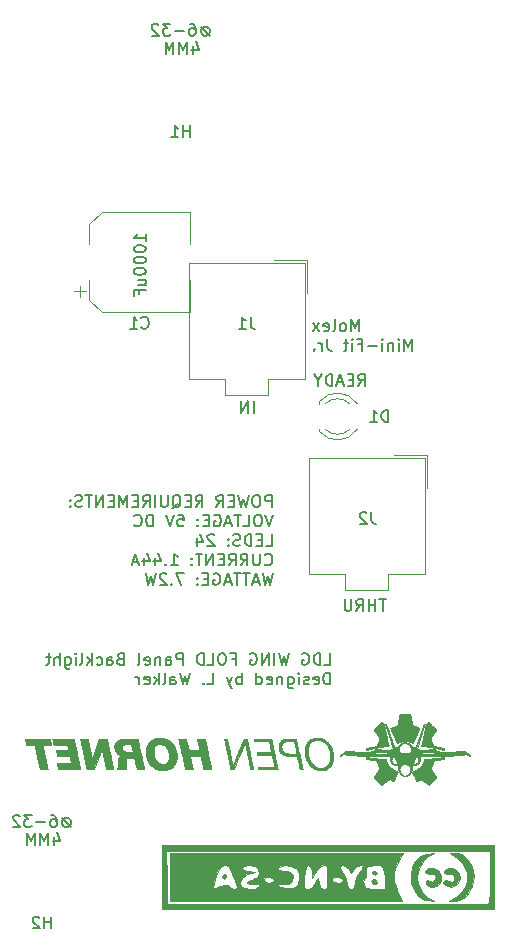
<source format=gbr>
G04 #@! TF.GenerationSoftware,KiCad,Pcbnew,(5.1.6)-1*
G04 #@! TF.CreationDate,2021-02-10T23:13:44+11:00*
G04 #@! TF.ProjectId,LDG Wing Fold PCB V2,4c444720-5769-46e6-9720-466f6c642050,rev?*
G04 #@! TF.SameCoordinates,Original*
G04 #@! TF.FileFunction,Legend,Bot*
G04 #@! TF.FilePolarity,Positive*
%FSLAX46Y46*%
G04 Gerber Fmt 4.6, Leading zero omitted, Abs format (unit mm)*
G04 Created by KiCad (PCBNEW (5.1.6)-1) date 2021-02-10 23:13:44*
%MOMM*%
%LPD*%
G01*
G04 APERTURE LIST*
%ADD10C,0.150000*%
%ADD11C,0.010000*%
%ADD12C,0.120000*%
G04 APERTURE END LIST*
D10*
X161052380Y-42026190D02*
X161052380Y-41454761D01*
X161052380Y-41740476D02*
X160052380Y-41740476D01*
X160195238Y-41645238D01*
X160290476Y-41550000D01*
X160338095Y-41454761D01*
X160052380Y-42645238D02*
X160052380Y-42740476D01*
X160100000Y-42835714D01*
X160147619Y-42883333D01*
X160242857Y-42930952D01*
X160433333Y-42978571D01*
X160671428Y-42978571D01*
X160861904Y-42930952D01*
X160957142Y-42883333D01*
X161004761Y-42835714D01*
X161052380Y-42740476D01*
X161052380Y-42645238D01*
X161004761Y-42550000D01*
X160957142Y-42502380D01*
X160861904Y-42454761D01*
X160671428Y-42407142D01*
X160433333Y-42407142D01*
X160242857Y-42454761D01*
X160147619Y-42502380D01*
X160100000Y-42550000D01*
X160052380Y-42645238D01*
X160052380Y-43597619D02*
X160052380Y-43692857D01*
X160100000Y-43788095D01*
X160147619Y-43835714D01*
X160242857Y-43883333D01*
X160433333Y-43930952D01*
X160671428Y-43930952D01*
X160861904Y-43883333D01*
X160957142Y-43835714D01*
X161004761Y-43788095D01*
X161052380Y-43692857D01*
X161052380Y-43597619D01*
X161004761Y-43502380D01*
X160957142Y-43454761D01*
X160861904Y-43407142D01*
X160671428Y-43359523D01*
X160433333Y-43359523D01*
X160242857Y-43407142D01*
X160147619Y-43454761D01*
X160100000Y-43502380D01*
X160052380Y-43597619D01*
X160052380Y-44550000D02*
X160052380Y-44645238D01*
X160100000Y-44740476D01*
X160147619Y-44788095D01*
X160242857Y-44835714D01*
X160433333Y-44883333D01*
X160671428Y-44883333D01*
X160861904Y-44835714D01*
X160957142Y-44788095D01*
X161004761Y-44740476D01*
X161052380Y-44645238D01*
X161052380Y-44550000D01*
X161004761Y-44454761D01*
X160957142Y-44407142D01*
X160861904Y-44359523D01*
X160671428Y-44311904D01*
X160433333Y-44311904D01*
X160242857Y-44359523D01*
X160147619Y-44407142D01*
X160100000Y-44454761D01*
X160052380Y-44550000D01*
X160385714Y-45740476D02*
X161052380Y-45740476D01*
X160385714Y-45311904D02*
X160909523Y-45311904D01*
X161004761Y-45359523D01*
X161052380Y-45454761D01*
X161052380Y-45597619D01*
X161004761Y-45692857D01*
X160957142Y-45740476D01*
X160528571Y-46550000D02*
X160528571Y-46216666D01*
X161052380Y-46216666D02*
X160052380Y-46216666D01*
X160052380Y-46692857D01*
X176188214Y-77927380D02*
X176664404Y-77927380D01*
X176664404Y-76927380D01*
X175854880Y-77927380D02*
X175854880Y-76927380D01*
X175616785Y-76927380D01*
X175473928Y-76975000D01*
X175378690Y-77070238D01*
X175331071Y-77165476D01*
X175283452Y-77355952D01*
X175283452Y-77498809D01*
X175331071Y-77689285D01*
X175378690Y-77784523D01*
X175473928Y-77879761D01*
X175616785Y-77927380D01*
X175854880Y-77927380D01*
X174331071Y-76975000D02*
X174426309Y-76927380D01*
X174569166Y-76927380D01*
X174712023Y-76975000D01*
X174807261Y-77070238D01*
X174854880Y-77165476D01*
X174902500Y-77355952D01*
X174902500Y-77498809D01*
X174854880Y-77689285D01*
X174807261Y-77784523D01*
X174712023Y-77879761D01*
X174569166Y-77927380D01*
X174473928Y-77927380D01*
X174331071Y-77879761D01*
X174283452Y-77832142D01*
X174283452Y-77498809D01*
X174473928Y-77498809D01*
X173188214Y-76927380D02*
X172950119Y-77927380D01*
X172759642Y-77213095D01*
X172569166Y-77927380D01*
X172331071Y-76927380D01*
X171950119Y-77927380D02*
X171950119Y-76927380D01*
X171473928Y-77927380D02*
X171473928Y-76927380D01*
X170902500Y-77927380D01*
X170902500Y-76927380D01*
X169902500Y-76975000D02*
X169997738Y-76927380D01*
X170140595Y-76927380D01*
X170283452Y-76975000D01*
X170378690Y-77070238D01*
X170426309Y-77165476D01*
X170473928Y-77355952D01*
X170473928Y-77498809D01*
X170426309Y-77689285D01*
X170378690Y-77784523D01*
X170283452Y-77879761D01*
X170140595Y-77927380D01*
X170045357Y-77927380D01*
X169902500Y-77879761D01*
X169854880Y-77832142D01*
X169854880Y-77498809D01*
X170045357Y-77498809D01*
X168331071Y-77403571D02*
X168664404Y-77403571D01*
X168664404Y-77927380D02*
X168664404Y-76927380D01*
X168188214Y-76927380D01*
X167616785Y-76927380D02*
X167426309Y-76927380D01*
X167331071Y-76975000D01*
X167235833Y-77070238D01*
X167188214Y-77260714D01*
X167188214Y-77594047D01*
X167235833Y-77784523D01*
X167331071Y-77879761D01*
X167426309Y-77927380D01*
X167616785Y-77927380D01*
X167712023Y-77879761D01*
X167807261Y-77784523D01*
X167854880Y-77594047D01*
X167854880Y-77260714D01*
X167807261Y-77070238D01*
X167712023Y-76975000D01*
X167616785Y-76927380D01*
X166283452Y-77927380D02*
X166759642Y-77927380D01*
X166759642Y-76927380D01*
X165950119Y-77927380D02*
X165950119Y-76927380D01*
X165712023Y-76927380D01*
X165569166Y-76975000D01*
X165473928Y-77070238D01*
X165426309Y-77165476D01*
X165378690Y-77355952D01*
X165378690Y-77498809D01*
X165426309Y-77689285D01*
X165473928Y-77784523D01*
X165569166Y-77879761D01*
X165712023Y-77927380D01*
X165950119Y-77927380D01*
X164188214Y-77927380D02*
X164188214Y-76927380D01*
X163807261Y-76927380D01*
X163712023Y-76975000D01*
X163664404Y-77022619D01*
X163616785Y-77117857D01*
X163616785Y-77260714D01*
X163664404Y-77355952D01*
X163712023Y-77403571D01*
X163807261Y-77451190D01*
X164188214Y-77451190D01*
X162759642Y-77927380D02*
X162759642Y-77403571D01*
X162807261Y-77308333D01*
X162902500Y-77260714D01*
X163092976Y-77260714D01*
X163188214Y-77308333D01*
X162759642Y-77879761D02*
X162854880Y-77927380D01*
X163092976Y-77927380D01*
X163188214Y-77879761D01*
X163235833Y-77784523D01*
X163235833Y-77689285D01*
X163188214Y-77594047D01*
X163092976Y-77546428D01*
X162854880Y-77546428D01*
X162759642Y-77498809D01*
X162283452Y-77260714D02*
X162283452Y-77927380D01*
X162283452Y-77355952D02*
X162235833Y-77308333D01*
X162140595Y-77260714D01*
X161997738Y-77260714D01*
X161902500Y-77308333D01*
X161854880Y-77403571D01*
X161854880Y-77927380D01*
X160997738Y-77879761D02*
X161092976Y-77927380D01*
X161283452Y-77927380D01*
X161378690Y-77879761D01*
X161426309Y-77784523D01*
X161426309Y-77403571D01*
X161378690Y-77308333D01*
X161283452Y-77260714D01*
X161092976Y-77260714D01*
X160997738Y-77308333D01*
X160950119Y-77403571D01*
X160950119Y-77498809D01*
X161426309Y-77594047D01*
X160378690Y-77927380D02*
X160473928Y-77879761D01*
X160521547Y-77784523D01*
X160521547Y-76927380D01*
X158902500Y-77403571D02*
X158759642Y-77451190D01*
X158712023Y-77498809D01*
X158664404Y-77594047D01*
X158664404Y-77736904D01*
X158712023Y-77832142D01*
X158759642Y-77879761D01*
X158854880Y-77927380D01*
X159235833Y-77927380D01*
X159235833Y-76927380D01*
X158902500Y-76927380D01*
X158807261Y-76975000D01*
X158759642Y-77022619D01*
X158712023Y-77117857D01*
X158712023Y-77213095D01*
X158759642Y-77308333D01*
X158807261Y-77355952D01*
X158902500Y-77403571D01*
X159235833Y-77403571D01*
X157807261Y-77927380D02*
X157807261Y-77403571D01*
X157854880Y-77308333D01*
X157950119Y-77260714D01*
X158140595Y-77260714D01*
X158235833Y-77308333D01*
X157807261Y-77879761D02*
X157902500Y-77927380D01*
X158140595Y-77927380D01*
X158235833Y-77879761D01*
X158283452Y-77784523D01*
X158283452Y-77689285D01*
X158235833Y-77594047D01*
X158140595Y-77546428D01*
X157902500Y-77546428D01*
X157807261Y-77498809D01*
X156902500Y-77879761D02*
X156997738Y-77927380D01*
X157188214Y-77927380D01*
X157283452Y-77879761D01*
X157331071Y-77832142D01*
X157378690Y-77736904D01*
X157378690Y-77451190D01*
X157331071Y-77355952D01*
X157283452Y-77308333D01*
X157188214Y-77260714D01*
X156997738Y-77260714D01*
X156902500Y-77308333D01*
X156473928Y-77927380D02*
X156473928Y-76927380D01*
X156378690Y-77546428D02*
X156092976Y-77927380D01*
X156092976Y-77260714D02*
X156473928Y-77641666D01*
X155521547Y-77927380D02*
X155616785Y-77879761D01*
X155664404Y-77784523D01*
X155664404Y-76927380D01*
X155140595Y-77927380D02*
X155140595Y-77260714D01*
X155140595Y-76927380D02*
X155188214Y-76975000D01*
X155140595Y-77022619D01*
X155092976Y-76975000D01*
X155140595Y-76927380D01*
X155140595Y-77022619D01*
X154235833Y-77260714D02*
X154235833Y-78070238D01*
X154283452Y-78165476D01*
X154331071Y-78213095D01*
X154426309Y-78260714D01*
X154569166Y-78260714D01*
X154664404Y-78213095D01*
X154235833Y-77879761D02*
X154331071Y-77927380D01*
X154521547Y-77927380D01*
X154616785Y-77879761D01*
X154664404Y-77832142D01*
X154712023Y-77736904D01*
X154712023Y-77451190D01*
X154664404Y-77355952D01*
X154616785Y-77308333D01*
X154521547Y-77260714D01*
X154331071Y-77260714D01*
X154235833Y-77308333D01*
X153759642Y-77927380D02*
X153759642Y-76927380D01*
X153331071Y-77927380D02*
X153331071Y-77403571D01*
X153378690Y-77308333D01*
X153473928Y-77260714D01*
X153616785Y-77260714D01*
X153712023Y-77308333D01*
X153759642Y-77355952D01*
X152997738Y-77260714D02*
X152616785Y-77260714D01*
X152854880Y-76927380D02*
X152854880Y-77784523D01*
X152807261Y-77879761D01*
X152712023Y-77927380D01*
X152616785Y-77927380D01*
X176664404Y-79577380D02*
X176664404Y-78577380D01*
X176426309Y-78577380D01*
X176283452Y-78625000D01*
X176188214Y-78720238D01*
X176140595Y-78815476D01*
X176092976Y-79005952D01*
X176092976Y-79148809D01*
X176140595Y-79339285D01*
X176188214Y-79434523D01*
X176283452Y-79529761D01*
X176426309Y-79577380D01*
X176664404Y-79577380D01*
X175283452Y-79529761D02*
X175378690Y-79577380D01*
X175569166Y-79577380D01*
X175664404Y-79529761D01*
X175712023Y-79434523D01*
X175712023Y-79053571D01*
X175664404Y-78958333D01*
X175569166Y-78910714D01*
X175378690Y-78910714D01*
X175283452Y-78958333D01*
X175235833Y-79053571D01*
X175235833Y-79148809D01*
X175712023Y-79244047D01*
X174854880Y-79529761D02*
X174759642Y-79577380D01*
X174569166Y-79577380D01*
X174473928Y-79529761D01*
X174426309Y-79434523D01*
X174426309Y-79386904D01*
X174473928Y-79291666D01*
X174569166Y-79244047D01*
X174712023Y-79244047D01*
X174807261Y-79196428D01*
X174854880Y-79101190D01*
X174854880Y-79053571D01*
X174807261Y-78958333D01*
X174712023Y-78910714D01*
X174569166Y-78910714D01*
X174473928Y-78958333D01*
X173997738Y-79577380D02*
X173997738Y-78910714D01*
X173997738Y-78577380D02*
X174045357Y-78625000D01*
X173997738Y-78672619D01*
X173950119Y-78625000D01*
X173997738Y-78577380D01*
X173997738Y-78672619D01*
X173092976Y-78910714D02*
X173092976Y-79720238D01*
X173140595Y-79815476D01*
X173188214Y-79863095D01*
X173283452Y-79910714D01*
X173426309Y-79910714D01*
X173521547Y-79863095D01*
X173092976Y-79529761D02*
X173188214Y-79577380D01*
X173378690Y-79577380D01*
X173473928Y-79529761D01*
X173521547Y-79482142D01*
X173569166Y-79386904D01*
X173569166Y-79101190D01*
X173521547Y-79005952D01*
X173473928Y-78958333D01*
X173378690Y-78910714D01*
X173188214Y-78910714D01*
X173092976Y-78958333D01*
X172616785Y-78910714D02*
X172616785Y-79577380D01*
X172616785Y-79005952D02*
X172569166Y-78958333D01*
X172473928Y-78910714D01*
X172331071Y-78910714D01*
X172235833Y-78958333D01*
X172188214Y-79053571D01*
X172188214Y-79577380D01*
X171331071Y-79529761D02*
X171426309Y-79577380D01*
X171616785Y-79577380D01*
X171712023Y-79529761D01*
X171759642Y-79434523D01*
X171759642Y-79053571D01*
X171712023Y-78958333D01*
X171616785Y-78910714D01*
X171426309Y-78910714D01*
X171331071Y-78958333D01*
X171283452Y-79053571D01*
X171283452Y-79148809D01*
X171759642Y-79244047D01*
X170426309Y-79577380D02*
X170426309Y-78577380D01*
X170426309Y-79529761D02*
X170521547Y-79577380D01*
X170712023Y-79577380D01*
X170807261Y-79529761D01*
X170854880Y-79482142D01*
X170902500Y-79386904D01*
X170902500Y-79101190D01*
X170854880Y-79005952D01*
X170807261Y-78958333D01*
X170712023Y-78910714D01*
X170521547Y-78910714D01*
X170426309Y-78958333D01*
X169188214Y-79577380D02*
X169188214Y-78577380D01*
X169188214Y-78958333D02*
X169092976Y-78910714D01*
X168902500Y-78910714D01*
X168807261Y-78958333D01*
X168759642Y-79005952D01*
X168712023Y-79101190D01*
X168712023Y-79386904D01*
X168759642Y-79482142D01*
X168807261Y-79529761D01*
X168902500Y-79577380D01*
X169092976Y-79577380D01*
X169188214Y-79529761D01*
X168378690Y-78910714D02*
X168140595Y-79577380D01*
X167902500Y-78910714D02*
X168140595Y-79577380D01*
X168235833Y-79815476D01*
X168283452Y-79863095D01*
X168378690Y-79910714D01*
X166283452Y-79577380D02*
X166759642Y-79577380D01*
X166759642Y-78577380D01*
X165950119Y-79482142D02*
X165902500Y-79529761D01*
X165950119Y-79577380D01*
X165997738Y-79529761D01*
X165950119Y-79482142D01*
X165950119Y-79577380D01*
X164807261Y-78577380D02*
X164569166Y-79577380D01*
X164378690Y-78863095D01*
X164188214Y-79577380D01*
X163950119Y-78577380D01*
X163140595Y-79577380D02*
X163140595Y-79053571D01*
X163188214Y-78958333D01*
X163283452Y-78910714D01*
X163473928Y-78910714D01*
X163569166Y-78958333D01*
X163140595Y-79529761D02*
X163235833Y-79577380D01*
X163473928Y-79577380D01*
X163569166Y-79529761D01*
X163616785Y-79434523D01*
X163616785Y-79339285D01*
X163569166Y-79244047D01*
X163473928Y-79196428D01*
X163235833Y-79196428D01*
X163140595Y-79148809D01*
X162521547Y-79577380D02*
X162616785Y-79529761D01*
X162664404Y-79434523D01*
X162664404Y-78577380D01*
X162140595Y-79577380D02*
X162140595Y-78577380D01*
X162045357Y-79196428D02*
X161759642Y-79577380D01*
X161759642Y-78910714D02*
X162140595Y-79291666D01*
X160950119Y-79529761D02*
X161045357Y-79577380D01*
X161235833Y-79577380D01*
X161331071Y-79529761D01*
X161378690Y-79434523D01*
X161378690Y-79053571D01*
X161331071Y-78958333D01*
X161235833Y-78910714D01*
X161045357Y-78910714D01*
X160950119Y-78958333D01*
X160902500Y-79053571D01*
X160902500Y-79148809D01*
X161378690Y-79244047D01*
X160473928Y-79577380D02*
X160473928Y-78910714D01*
X160473928Y-79101190D02*
X160426309Y-79005952D01*
X160378690Y-78958333D01*
X160283452Y-78910714D01*
X160188214Y-78910714D01*
X179046000Y-54300380D02*
X179379333Y-53824190D01*
X179617428Y-54300380D02*
X179617428Y-53300380D01*
X179236476Y-53300380D01*
X179141238Y-53348000D01*
X179093619Y-53395619D01*
X179046000Y-53490857D01*
X179046000Y-53633714D01*
X179093619Y-53728952D01*
X179141238Y-53776571D01*
X179236476Y-53824190D01*
X179617428Y-53824190D01*
X178617428Y-53776571D02*
X178284095Y-53776571D01*
X178141238Y-54300380D02*
X178617428Y-54300380D01*
X178617428Y-53300380D01*
X178141238Y-53300380D01*
X177760285Y-54014666D02*
X177284095Y-54014666D01*
X177855523Y-54300380D02*
X177522190Y-53300380D01*
X177188857Y-54300380D01*
X176855523Y-54300380D02*
X176855523Y-53300380D01*
X176617428Y-53300380D01*
X176474571Y-53348000D01*
X176379333Y-53443238D01*
X176331714Y-53538476D01*
X176284095Y-53728952D01*
X176284095Y-53871809D01*
X176331714Y-54062285D01*
X176379333Y-54157523D01*
X176474571Y-54252761D01*
X176617428Y-54300380D01*
X176855523Y-54300380D01*
X175665047Y-53824190D02*
X175665047Y-54300380D01*
X175998380Y-53300380D02*
X175665047Y-53824190D01*
X175331714Y-53300380D01*
X179103500Y-49665380D02*
X179103500Y-48665380D01*
X178770166Y-49379666D01*
X178436833Y-48665380D01*
X178436833Y-49665380D01*
X177817785Y-49665380D02*
X177913023Y-49617761D01*
X177960642Y-49570142D01*
X178008261Y-49474904D01*
X178008261Y-49189190D01*
X177960642Y-49093952D01*
X177913023Y-49046333D01*
X177817785Y-48998714D01*
X177674928Y-48998714D01*
X177579690Y-49046333D01*
X177532071Y-49093952D01*
X177484452Y-49189190D01*
X177484452Y-49474904D01*
X177532071Y-49570142D01*
X177579690Y-49617761D01*
X177674928Y-49665380D01*
X177817785Y-49665380D01*
X176913023Y-49665380D02*
X177008261Y-49617761D01*
X177055880Y-49522523D01*
X177055880Y-48665380D01*
X176151119Y-49617761D02*
X176246357Y-49665380D01*
X176436833Y-49665380D01*
X176532071Y-49617761D01*
X176579690Y-49522523D01*
X176579690Y-49141571D01*
X176532071Y-49046333D01*
X176436833Y-48998714D01*
X176246357Y-48998714D01*
X176151119Y-49046333D01*
X176103500Y-49141571D01*
X176103500Y-49236809D01*
X176579690Y-49332047D01*
X175770166Y-49665380D02*
X175246357Y-48998714D01*
X175770166Y-48998714D02*
X175246357Y-49665380D01*
X183627309Y-51315380D02*
X183627309Y-50315380D01*
X183293976Y-51029666D01*
X182960642Y-50315380D01*
X182960642Y-51315380D01*
X182484452Y-51315380D02*
X182484452Y-50648714D01*
X182484452Y-50315380D02*
X182532071Y-50363000D01*
X182484452Y-50410619D01*
X182436833Y-50363000D01*
X182484452Y-50315380D01*
X182484452Y-50410619D01*
X182008261Y-50648714D02*
X182008261Y-51315380D01*
X182008261Y-50743952D02*
X181960642Y-50696333D01*
X181865404Y-50648714D01*
X181722547Y-50648714D01*
X181627309Y-50696333D01*
X181579690Y-50791571D01*
X181579690Y-51315380D01*
X181103500Y-51315380D02*
X181103500Y-50648714D01*
X181103500Y-50315380D02*
X181151119Y-50363000D01*
X181103500Y-50410619D01*
X181055880Y-50363000D01*
X181103500Y-50315380D01*
X181103500Y-50410619D01*
X180627309Y-50934428D02*
X179865404Y-50934428D01*
X179055880Y-50791571D02*
X179389214Y-50791571D01*
X179389214Y-51315380D02*
X179389214Y-50315380D01*
X178913023Y-50315380D01*
X178532071Y-51315380D02*
X178532071Y-50648714D01*
X178532071Y-50315380D02*
X178579690Y-50363000D01*
X178532071Y-50410619D01*
X178484452Y-50363000D01*
X178532071Y-50315380D01*
X178532071Y-50410619D01*
X178198738Y-50648714D02*
X177817785Y-50648714D01*
X178055880Y-50315380D02*
X178055880Y-51172523D01*
X178008261Y-51267761D01*
X177913023Y-51315380D01*
X177817785Y-51315380D01*
X176436833Y-50315380D02*
X176436833Y-51029666D01*
X176484452Y-51172523D01*
X176579690Y-51267761D01*
X176722547Y-51315380D01*
X176817785Y-51315380D01*
X175960642Y-51315380D02*
X175960642Y-50648714D01*
X175960642Y-50839190D02*
X175913023Y-50743952D01*
X175865404Y-50696333D01*
X175770166Y-50648714D01*
X175674928Y-50648714D01*
X175341595Y-51220142D02*
X175293976Y-51267761D01*
X175341595Y-51315380D01*
X175389214Y-51267761D01*
X175341595Y-51220142D01*
X175341595Y-51315380D01*
X170195809Y-56586380D02*
X170195809Y-55586380D01*
X169719619Y-56586380D02*
X169719619Y-55586380D01*
X169148190Y-56586380D01*
X169148190Y-55586380D01*
X181411333Y-72350380D02*
X180839904Y-72350380D01*
X181125619Y-73350380D02*
X181125619Y-72350380D01*
X180506571Y-73350380D02*
X180506571Y-72350380D01*
X180506571Y-72826571D02*
X179935142Y-72826571D01*
X179935142Y-73350380D02*
X179935142Y-72350380D01*
X178887523Y-73350380D02*
X179220857Y-72874190D01*
X179458952Y-73350380D02*
X179458952Y-72350380D01*
X179078000Y-72350380D01*
X178982761Y-72398000D01*
X178935142Y-72445619D01*
X178887523Y-72540857D01*
X178887523Y-72683714D01*
X178935142Y-72778952D01*
X178982761Y-72826571D01*
X179078000Y-72874190D01*
X179458952Y-72874190D01*
X178458952Y-72350380D02*
X178458952Y-73159904D01*
X178411333Y-73255142D01*
X178363714Y-73302761D01*
X178268476Y-73350380D01*
X178078000Y-73350380D01*
X177982761Y-73302761D01*
X177935142Y-73255142D01*
X177887523Y-73159904D01*
X177887523Y-72350380D01*
X171714404Y-64552380D02*
X171714404Y-63552380D01*
X171333452Y-63552380D01*
X171238214Y-63600000D01*
X171190595Y-63647619D01*
X171142976Y-63742857D01*
X171142976Y-63885714D01*
X171190595Y-63980952D01*
X171238214Y-64028571D01*
X171333452Y-64076190D01*
X171714404Y-64076190D01*
X170523928Y-63552380D02*
X170333452Y-63552380D01*
X170238214Y-63600000D01*
X170142976Y-63695238D01*
X170095357Y-63885714D01*
X170095357Y-64219047D01*
X170142976Y-64409523D01*
X170238214Y-64504761D01*
X170333452Y-64552380D01*
X170523928Y-64552380D01*
X170619166Y-64504761D01*
X170714404Y-64409523D01*
X170762023Y-64219047D01*
X170762023Y-63885714D01*
X170714404Y-63695238D01*
X170619166Y-63600000D01*
X170523928Y-63552380D01*
X169762023Y-63552380D02*
X169523928Y-64552380D01*
X169333452Y-63838095D01*
X169142976Y-64552380D01*
X168904880Y-63552380D01*
X168523928Y-64028571D02*
X168190595Y-64028571D01*
X168047738Y-64552380D02*
X168523928Y-64552380D01*
X168523928Y-63552380D01*
X168047738Y-63552380D01*
X167047738Y-64552380D02*
X167381071Y-64076190D01*
X167619166Y-64552380D02*
X167619166Y-63552380D01*
X167238214Y-63552380D01*
X167142976Y-63600000D01*
X167095357Y-63647619D01*
X167047738Y-63742857D01*
X167047738Y-63885714D01*
X167095357Y-63980952D01*
X167142976Y-64028571D01*
X167238214Y-64076190D01*
X167619166Y-64076190D01*
X165285833Y-64552380D02*
X165619166Y-64076190D01*
X165857261Y-64552380D02*
X165857261Y-63552380D01*
X165476309Y-63552380D01*
X165381071Y-63600000D01*
X165333452Y-63647619D01*
X165285833Y-63742857D01*
X165285833Y-63885714D01*
X165333452Y-63980952D01*
X165381071Y-64028571D01*
X165476309Y-64076190D01*
X165857261Y-64076190D01*
X164857261Y-64028571D02*
X164523928Y-64028571D01*
X164381071Y-64552380D02*
X164857261Y-64552380D01*
X164857261Y-63552380D01*
X164381071Y-63552380D01*
X163285833Y-64647619D02*
X163381071Y-64600000D01*
X163476309Y-64504761D01*
X163619166Y-64361904D01*
X163714404Y-64314285D01*
X163809642Y-64314285D01*
X163762023Y-64552380D02*
X163857261Y-64504761D01*
X163952500Y-64409523D01*
X164000119Y-64219047D01*
X164000119Y-63885714D01*
X163952500Y-63695238D01*
X163857261Y-63600000D01*
X163762023Y-63552380D01*
X163571547Y-63552380D01*
X163476309Y-63600000D01*
X163381071Y-63695238D01*
X163333452Y-63885714D01*
X163333452Y-64219047D01*
X163381071Y-64409523D01*
X163476309Y-64504761D01*
X163571547Y-64552380D01*
X163762023Y-64552380D01*
X162904880Y-63552380D02*
X162904880Y-64361904D01*
X162857261Y-64457142D01*
X162809642Y-64504761D01*
X162714404Y-64552380D01*
X162523928Y-64552380D01*
X162428690Y-64504761D01*
X162381071Y-64457142D01*
X162333452Y-64361904D01*
X162333452Y-63552380D01*
X161857261Y-64552380D02*
X161857261Y-63552380D01*
X160809642Y-64552380D02*
X161142976Y-64076190D01*
X161381071Y-64552380D02*
X161381071Y-63552380D01*
X161000119Y-63552380D01*
X160904880Y-63600000D01*
X160857261Y-63647619D01*
X160809642Y-63742857D01*
X160809642Y-63885714D01*
X160857261Y-63980952D01*
X160904880Y-64028571D01*
X161000119Y-64076190D01*
X161381071Y-64076190D01*
X160381071Y-64028571D02*
X160047738Y-64028571D01*
X159904880Y-64552380D02*
X160381071Y-64552380D01*
X160381071Y-63552380D01*
X159904880Y-63552380D01*
X159476309Y-64552380D02*
X159476309Y-63552380D01*
X159142976Y-64266666D01*
X158809642Y-63552380D01*
X158809642Y-64552380D01*
X158333452Y-64028571D02*
X158000119Y-64028571D01*
X157857261Y-64552380D02*
X158333452Y-64552380D01*
X158333452Y-63552380D01*
X157857261Y-63552380D01*
X157428690Y-64552380D02*
X157428690Y-63552380D01*
X156857261Y-64552380D01*
X156857261Y-63552380D01*
X156523928Y-63552380D02*
X155952500Y-63552380D01*
X156238214Y-64552380D02*
X156238214Y-63552380D01*
X155666785Y-64504761D02*
X155523928Y-64552380D01*
X155285833Y-64552380D01*
X155190595Y-64504761D01*
X155142976Y-64457142D01*
X155095357Y-64361904D01*
X155095357Y-64266666D01*
X155142976Y-64171428D01*
X155190595Y-64123809D01*
X155285833Y-64076190D01*
X155476309Y-64028571D01*
X155571547Y-63980952D01*
X155619166Y-63933333D01*
X155666785Y-63838095D01*
X155666785Y-63742857D01*
X155619166Y-63647619D01*
X155571547Y-63600000D01*
X155476309Y-63552380D01*
X155238214Y-63552380D01*
X155095357Y-63600000D01*
X154666785Y-64457142D02*
X154619166Y-64504761D01*
X154666785Y-64552380D01*
X154714404Y-64504761D01*
X154666785Y-64457142D01*
X154666785Y-64552380D01*
X154666785Y-63933333D02*
X154619166Y-63980952D01*
X154666785Y-64028571D01*
X154714404Y-63980952D01*
X154666785Y-63933333D01*
X154666785Y-64028571D01*
X171857261Y-65202380D02*
X171523928Y-66202380D01*
X171190595Y-65202380D01*
X170666785Y-65202380D02*
X170476309Y-65202380D01*
X170381071Y-65250000D01*
X170285833Y-65345238D01*
X170238214Y-65535714D01*
X170238214Y-65869047D01*
X170285833Y-66059523D01*
X170381071Y-66154761D01*
X170476309Y-66202380D01*
X170666785Y-66202380D01*
X170762023Y-66154761D01*
X170857261Y-66059523D01*
X170904880Y-65869047D01*
X170904880Y-65535714D01*
X170857261Y-65345238D01*
X170762023Y-65250000D01*
X170666785Y-65202380D01*
X169333452Y-66202380D02*
X169809642Y-66202380D01*
X169809642Y-65202380D01*
X169142976Y-65202380D02*
X168571547Y-65202380D01*
X168857261Y-66202380D02*
X168857261Y-65202380D01*
X168285833Y-65916666D02*
X167809642Y-65916666D01*
X168381071Y-66202380D02*
X168047738Y-65202380D01*
X167714404Y-66202380D01*
X166857261Y-65250000D02*
X166952500Y-65202380D01*
X167095357Y-65202380D01*
X167238214Y-65250000D01*
X167333452Y-65345238D01*
X167381071Y-65440476D01*
X167428690Y-65630952D01*
X167428690Y-65773809D01*
X167381071Y-65964285D01*
X167333452Y-66059523D01*
X167238214Y-66154761D01*
X167095357Y-66202380D01*
X167000119Y-66202380D01*
X166857261Y-66154761D01*
X166809642Y-66107142D01*
X166809642Y-65773809D01*
X167000119Y-65773809D01*
X166381071Y-65678571D02*
X166047738Y-65678571D01*
X165904880Y-66202380D02*
X166381071Y-66202380D01*
X166381071Y-65202380D01*
X165904880Y-65202380D01*
X165476309Y-66107142D02*
X165428690Y-66154761D01*
X165476309Y-66202380D01*
X165523928Y-66154761D01*
X165476309Y-66107142D01*
X165476309Y-66202380D01*
X165476309Y-65583333D02*
X165428690Y-65630952D01*
X165476309Y-65678571D01*
X165523928Y-65630952D01*
X165476309Y-65583333D01*
X165476309Y-65678571D01*
X163762023Y-65202380D02*
X164238214Y-65202380D01*
X164285833Y-65678571D01*
X164238214Y-65630952D01*
X164142976Y-65583333D01*
X163904880Y-65583333D01*
X163809642Y-65630952D01*
X163762023Y-65678571D01*
X163714404Y-65773809D01*
X163714404Y-66011904D01*
X163762023Y-66107142D01*
X163809642Y-66154761D01*
X163904880Y-66202380D01*
X164142976Y-66202380D01*
X164238214Y-66154761D01*
X164285833Y-66107142D01*
X163428690Y-65202380D02*
X163095357Y-66202380D01*
X162762023Y-65202380D01*
X161666785Y-66202380D02*
X161666785Y-65202380D01*
X161428690Y-65202380D01*
X161285833Y-65250000D01*
X161190595Y-65345238D01*
X161142976Y-65440476D01*
X161095357Y-65630952D01*
X161095357Y-65773809D01*
X161142976Y-65964285D01*
X161190595Y-66059523D01*
X161285833Y-66154761D01*
X161428690Y-66202380D01*
X161666785Y-66202380D01*
X160095357Y-66107142D02*
X160142976Y-66154761D01*
X160285833Y-66202380D01*
X160381071Y-66202380D01*
X160523928Y-66154761D01*
X160619166Y-66059523D01*
X160666785Y-65964285D01*
X160714404Y-65773809D01*
X160714404Y-65630952D01*
X160666785Y-65440476D01*
X160619166Y-65345238D01*
X160523928Y-65250000D01*
X160381071Y-65202380D01*
X160285833Y-65202380D01*
X160142976Y-65250000D01*
X160095357Y-65297619D01*
X171238214Y-67852380D02*
X171714404Y-67852380D01*
X171714404Y-66852380D01*
X170904880Y-67328571D02*
X170571547Y-67328571D01*
X170428690Y-67852380D02*
X170904880Y-67852380D01*
X170904880Y-66852380D01*
X170428690Y-66852380D01*
X170000119Y-67852380D02*
X170000119Y-66852380D01*
X169762023Y-66852380D01*
X169619166Y-66900000D01*
X169523928Y-66995238D01*
X169476309Y-67090476D01*
X169428690Y-67280952D01*
X169428690Y-67423809D01*
X169476309Y-67614285D01*
X169523928Y-67709523D01*
X169619166Y-67804761D01*
X169762023Y-67852380D01*
X170000119Y-67852380D01*
X169047738Y-67804761D02*
X168904880Y-67852380D01*
X168666785Y-67852380D01*
X168571547Y-67804761D01*
X168523928Y-67757142D01*
X168476309Y-67661904D01*
X168476309Y-67566666D01*
X168523928Y-67471428D01*
X168571547Y-67423809D01*
X168666785Y-67376190D01*
X168857261Y-67328571D01*
X168952500Y-67280952D01*
X169000119Y-67233333D01*
X169047738Y-67138095D01*
X169047738Y-67042857D01*
X169000119Y-66947619D01*
X168952500Y-66900000D01*
X168857261Y-66852380D01*
X168619166Y-66852380D01*
X168476309Y-66900000D01*
X168047738Y-67757142D02*
X168000119Y-67804761D01*
X168047738Y-67852380D01*
X168095357Y-67804761D01*
X168047738Y-67757142D01*
X168047738Y-67852380D01*
X168047738Y-67233333D02*
X168000119Y-67280952D01*
X168047738Y-67328571D01*
X168095357Y-67280952D01*
X168047738Y-67233333D01*
X168047738Y-67328571D01*
X166857261Y-66947619D02*
X166809642Y-66900000D01*
X166714404Y-66852380D01*
X166476309Y-66852380D01*
X166381071Y-66900000D01*
X166333452Y-66947619D01*
X166285833Y-67042857D01*
X166285833Y-67138095D01*
X166333452Y-67280952D01*
X166904880Y-67852380D01*
X166285833Y-67852380D01*
X165428690Y-67185714D02*
X165428690Y-67852380D01*
X165666785Y-66804761D02*
X165904880Y-67519047D01*
X165285833Y-67519047D01*
X171142976Y-69407142D02*
X171190595Y-69454761D01*
X171333452Y-69502380D01*
X171428690Y-69502380D01*
X171571547Y-69454761D01*
X171666785Y-69359523D01*
X171714404Y-69264285D01*
X171762023Y-69073809D01*
X171762023Y-68930952D01*
X171714404Y-68740476D01*
X171666785Y-68645238D01*
X171571547Y-68550000D01*
X171428690Y-68502380D01*
X171333452Y-68502380D01*
X171190595Y-68550000D01*
X171142976Y-68597619D01*
X170714404Y-68502380D02*
X170714404Y-69311904D01*
X170666785Y-69407142D01*
X170619166Y-69454761D01*
X170523928Y-69502380D01*
X170333452Y-69502380D01*
X170238214Y-69454761D01*
X170190595Y-69407142D01*
X170142976Y-69311904D01*
X170142976Y-68502380D01*
X169095357Y-69502380D02*
X169428690Y-69026190D01*
X169666785Y-69502380D02*
X169666785Y-68502380D01*
X169285833Y-68502380D01*
X169190595Y-68550000D01*
X169142976Y-68597619D01*
X169095357Y-68692857D01*
X169095357Y-68835714D01*
X169142976Y-68930952D01*
X169190595Y-68978571D01*
X169285833Y-69026190D01*
X169666785Y-69026190D01*
X168095357Y-69502380D02*
X168428690Y-69026190D01*
X168666785Y-69502380D02*
X168666785Y-68502380D01*
X168285833Y-68502380D01*
X168190595Y-68550000D01*
X168142976Y-68597619D01*
X168095357Y-68692857D01*
X168095357Y-68835714D01*
X168142976Y-68930952D01*
X168190595Y-68978571D01*
X168285833Y-69026190D01*
X168666785Y-69026190D01*
X167666785Y-68978571D02*
X167333452Y-68978571D01*
X167190595Y-69502380D02*
X167666785Y-69502380D01*
X167666785Y-68502380D01*
X167190595Y-68502380D01*
X166762023Y-69502380D02*
X166762023Y-68502380D01*
X166190595Y-69502380D01*
X166190595Y-68502380D01*
X165857261Y-68502380D02*
X165285833Y-68502380D01*
X165571547Y-69502380D02*
X165571547Y-68502380D01*
X164952500Y-69407142D02*
X164904880Y-69454761D01*
X164952500Y-69502380D01*
X165000119Y-69454761D01*
X164952500Y-69407142D01*
X164952500Y-69502380D01*
X164952500Y-68883333D02*
X164904880Y-68930952D01*
X164952500Y-68978571D01*
X165000119Y-68930952D01*
X164952500Y-68883333D01*
X164952500Y-68978571D01*
X163190595Y-69502380D02*
X163762023Y-69502380D01*
X163476309Y-69502380D02*
X163476309Y-68502380D01*
X163571547Y-68645238D01*
X163666785Y-68740476D01*
X163762023Y-68788095D01*
X162762023Y-69407142D02*
X162714404Y-69454761D01*
X162762023Y-69502380D01*
X162809642Y-69454761D01*
X162762023Y-69407142D01*
X162762023Y-69502380D01*
X161857261Y-68835714D02*
X161857261Y-69502380D01*
X162095357Y-68454761D02*
X162333452Y-69169047D01*
X161714404Y-69169047D01*
X160904880Y-68835714D02*
X160904880Y-69502380D01*
X161142976Y-68454761D02*
X161381071Y-69169047D01*
X160762023Y-69169047D01*
X160428690Y-69216666D02*
X159952500Y-69216666D01*
X160523928Y-69502380D02*
X160190595Y-68502380D01*
X159857261Y-69502380D01*
X171809642Y-70152380D02*
X171571547Y-71152380D01*
X171381071Y-70438095D01*
X171190595Y-71152380D01*
X170952500Y-70152380D01*
X170619166Y-70866666D02*
X170142976Y-70866666D01*
X170714404Y-71152380D02*
X170381071Y-70152380D01*
X170047738Y-71152380D01*
X169857261Y-70152380D02*
X169285833Y-70152380D01*
X169571547Y-71152380D02*
X169571547Y-70152380D01*
X169095357Y-70152380D02*
X168523928Y-70152380D01*
X168809642Y-71152380D02*
X168809642Y-70152380D01*
X168238214Y-70866666D02*
X167762023Y-70866666D01*
X168333452Y-71152380D02*
X168000119Y-70152380D01*
X167666785Y-71152380D01*
X166809642Y-70200000D02*
X166904880Y-70152380D01*
X167047738Y-70152380D01*
X167190595Y-70200000D01*
X167285833Y-70295238D01*
X167333452Y-70390476D01*
X167381071Y-70580952D01*
X167381071Y-70723809D01*
X167333452Y-70914285D01*
X167285833Y-71009523D01*
X167190595Y-71104761D01*
X167047738Y-71152380D01*
X166952500Y-71152380D01*
X166809642Y-71104761D01*
X166762023Y-71057142D01*
X166762023Y-70723809D01*
X166952500Y-70723809D01*
X166333452Y-70628571D02*
X166000119Y-70628571D01*
X165857261Y-71152380D02*
X166333452Y-71152380D01*
X166333452Y-70152380D01*
X165857261Y-70152380D01*
X165428690Y-71057142D02*
X165381071Y-71104761D01*
X165428690Y-71152380D01*
X165476309Y-71104761D01*
X165428690Y-71057142D01*
X165428690Y-71152380D01*
X165428690Y-70533333D02*
X165381071Y-70580952D01*
X165428690Y-70628571D01*
X165476309Y-70580952D01*
X165428690Y-70533333D01*
X165428690Y-70628571D01*
X164285833Y-70152380D02*
X163619166Y-70152380D01*
X164047738Y-71152380D01*
X163238214Y-71057142D02*
X163190595Y-71104761D01*
X163238214Y-71152380D01*
X163285833Y-71104761D01*
X163238214Y-71057142D01*
X163238214Y-71152380D01*
X162809642Y-70247619D02*
X162762023Y-70200000D01*
X162666785Y-70152380D01*
X162428690Y-70152380D01*
X162333452Y-70200000D01*
X162285833Y-70247619D01*
X162238214Y-70342857D01*
X162238214Y-70438095D01*
X162285833Y-70580952D01*
X162857261Y-71152380D01*
X162238214Y-71152380D01*
X161904880Y-70152380D02*
X161666785Y-71152380D01*
X161476309Y-70438095D01*
X161285833Y-71152380D01*
X161047738Y-70152380D01*
D11*
G04 #@! TO.C,G\u002A\u002A\u002A*
G36*
X183025369Y-82118200D02*
G01*
X183004688Y-82118200D01*
X182934855Y-82118208D01*
X182872993Y-82118239D01*
X182818606Y-82118300D01*
X182771199Y-82118399D01*
X182730276Y-82118545D01*
X182695342Y-82118745D01*
X182665900Y-82119007D01*
X182641455Y-82119340D01*
X182621511Y-82119750D01*
X182605573Y-82120247D01*
X182593145Y-82120838D01*
X182583732Y-82121531D01*
X182576837Y-82122334D01*
X182571965Y-82123255D01*
X182568620Y-82124302D01*
X182566689Y-82125249D01*
X182556710Y-82133377D01*
X182550222Y-82142247D01*
X182548830Y-82147723D01*
X182546010Y-82160952D01*
X182541871Y-82181365D01*
X182536524Y-82208389D01*
X182530079Y-82241454D01*
X182522646Y-82279987D01*
X182514334Y-82323417D01*
X182505253Y-82371174D01*
X182495514Y-82422685D01*
X182485226Y-82477379D01*
X182474499Y-82534684D01*
X182467218Y-82573738D01*
X182456244Y-82632492D01*
X182445613Y-82689035D01*
X182435434Y-82742792D01*
X182425822Y-82793190D01*
X182416887Y-82839656D01*
X182408741Y-82881614D01*
X182401496Y-82918491D01*
X182395264Y-82949714D01*
X182390156Y-82974708D01*
X182386285Y-82992901D01*
X182383762Y-83003717D01*
X182382893Y-83006531D01*
X182375192Y-83017974D01*
X182367110Y-83026867D01*
X182362099Y-83029525D01*
X182349996Y-83035066D01*
X182331550Y-83043179D01*
X182307513Y-83053553D01*
X182278633Y-83065877D01*
X182245659Y-83079840D01*
X182209342Y-83095132D01*
X182170430Y-83111441D01*
X182129674Y-83128456D01*
X182087823Y-83145867D01*
X182045627Y-83163362D01*
X182003835Y-83180630D01*
X181963196Y-83197362D01*
X181924461Y-83213244D01*
X181888379Y-83227968D01*
X181855699Y-83241221D01*
X181827172Y-83252693D01*
X181803546Y-83262073D01*
X181785571Y-83269050D01*
X181773997Y-83273313D01*
X181770134Y-83274510D01*
X181769729Y-83275948D01*
X181770608Y-83280046D01*
X181772905Y-83287115D01*
X181776757Y-83297469D01*
X181782300Y-83311418D01*
X181789668Y-83329276D01*
X181798999Y-83351355D01*
X181810428Y-83377968D01*
X181824089Y-83409425D01*
X181840121Y-83446041D01*
X181858657Y-83488127D01*
X181879834Y-83535995D01*
X181903787Y-83589958D01*
X181930653Y-83650328D01*
X181960567Y-83717418D01*
X181993664Y-83791539D01*
X182030081Y-83873005D01*
X182037616Y-83889849D01*
X182068196Y-83958203D01*
X182097867Y-84024495D01*
X182126441Y-84088311D01*
X182153733Y-84149234D01*
X182179554Y-84206847D01*
X182203719Y-84260736D01*
X182226040Y-84310484D01*
X182246331Y-84355675D01*
X182264405Y-84395892D01*
X182280075Y-84430721D01*
X182293155Y-84459745D01*
X182303457Y-84482547D01*
X182310796Y-84498713D01*
X182314983Y-84507825D01*
X182315918Y-84509755D01*
X182318548Y-84511791D01*
X182323824Y-84512206D01*
X182332943Y-84510775D01*
X182347101Y-84507272D01*
X182367495Y-84501472D01*
X182380753Y-84497536D01*
X182441596Y-84480097D01*
X182506792Y-84462808D01*
X182574218Y-84446163D01*
X182641751Y-84430653D01*
X182707266Y-84416770D01*
X182768641Y-84405004D01*
X182812266Y-84397616D01*
X182837675Y-84394511D01*
X182869841Y-84391971D01*
X182907073Y-84390018D01*
X182947680Y-84388671D01*
X182989971Y-84387951D01*
X183032253Y-84387879D01*
X183072837Y-84388476D01*
X183110029Y-84389762D01*
X183142140Y-84391758D01*
X183158909Y-84393379D01*
X183207418Y-84399963D01*
X183262219Y-84409129D01*
X183321665Y-84420518D01*
X183384109Y-84433768D01*
X183447905Y-84448518D01*
X183511405Y-84464407D01*
X183572964Y-84481074D01*
X183615709Y-84493519D01*
X183638595Y-84500347D01*
X183658629Y-84506215D01*
X183674418Y-84510723D01*
X183684572Y-84513475D01*
X183687676Y-84514144D01*
X183689674Y-84510318D01*
X183694870Y-84499141D01*
X183703081Y-84481026D01*
X183714125Y-84456386D01*
X183727820Y-84425633D01*
X183743984Y-84389181D01*
X183762436Y-84347441D01*
X183782992Y-84300826D01*
X183805472Y-84249749D01*
X183829692Y-84194622D01*
X183855472Y-84135858D01*
X183882629Y-84073870D01*
X183910980Y-84009071D01*
X183940345Y-83941872D01*
X183959500Y-83897992D01*
X183989422Y-83829407D01*
X184018423Y-83762901D01*
X184046323Y-83698892D01*
X184072940Y-83637796D01*
X184098093Y-83580030D01*
X184121601Y-83526010D01*
X184143283Y-83476155D01*
X184162958Y-83430879D01*
X184180444Y-83390600D01*
X184195561Y-83355735D01*
X184208127Y-83326701D01*
X184217962Y-83303913D01*
X184224884Y-83287789D01*
X184228712Y-83278746D01*
X184229453Y-83276873D01*
X184225807Y-83274322D01*
X184214662Y-83268798D01*
X184196386Y-83260459D01*
X184171346Y-83249463D01*
X184139912Y-83235967D01*
X184102449Y-83220129D01*
X184059328Y-83202107D01*
X184010914Y-83182057D01*
X183957576Y-83160139D01*
X183945965Y-83155387D01*
X183899089Y-83136172D01*
X183854270Y-83117712D01*
X183812162Y-83100281D01*
X183773420Y-83084155D01*
X183738697Y-83069609D01*
X183708647Y-83056917D01*
X183683924Y-83046355D01*
X183665183Y-83038196D01*
X183653076Y-83032716D01*
X183648495Y-83030373D01*
X183637657Y-83020466D01*
X183628664Y-83008028D01*
X183628158Y-83007068D01*
X183626185Y-83000543D01*
X183622795Y-82986080D01*
X183618065Y-82964076D01*
X183612072Y-82934927D01*
X183604894Y-82899029D01*
X183596609Y-82856779D01*
X183587295Y-82808573D01*
X183577030Y-82754806D01*
X183565890Y-82695876D01*
X183553954Y-82632178D01*
X183542322Y-82569623D01*
X183531406Y-82510864D01*
X183520860Y-82454373D01*
X183510791Y-82400718D01*
X183501309Y-82350466D01*
X183492522Y-82304183D01*
X183484539Y-82262436D01*
X183477469Y-82225794D01*
X183471421Y-82194823D01*
X183466502Y-82170090D01*
X183462823Y-82152162D01*
X183460492Y-82141606D01*
X183459730Y-82138925D01*
X183458001Y-82135613D01*
X183456239Y-82132674D01*
X183453957Y-82130085D01*
X183450666Y-82127825D01*
X183445879Y-82125871D01*
X183439107Y-82124200D01*
X183429863Y-82122791D01*
X183417657Y-82121621D01*
X183402003Y-82120669D01*
X183382411Y-82119911D01*
X183358394Y-82119327D01*
X183329464Y-82118892D01*
X183295133Y-82118586D01*
X183254911Y-82118385D01*
X183208313Y-82118269D01*
X183154848Y-82118214D01*
X183094030Y-82118199D01*
X183025369Y-82118200D01*
G37*
X183025369Y-82118200D02*
X183004688Y-82118200D01*
X182934855Y-82118208D01*
X182872993Y-82118239D01*
X182818606Y-82118300D01*
X182771199Y-82118399D01*
X182730276Y-82118545D01*
X182695342Y-82118745D01*
X182665900Y-82119007D01*
X182641455Y-82119340D01*
X182621511Y-82119750D01*
X182605573Y-82120247D01*
X182593145Y-82120838D01*
X182583732Y-82121531D01*
X182576837Y-82122334D01*
X182571965Y-82123255D01*
X182568620Y-82124302D01*
X182566689Y-82125249D01*
X182556710Y-82133377D01*
X182550222Y-82142247D01*
X182548830Y-82147723D01*
X182546010Y-82160952D01*
X182541871Y-82181365D01*
X182536524Y-82208389D01*
X182530079Y-82241454D01*
X182522646Y-82279987D01*
X182514334Y-82323417D01*
X182505253Y-82371174D01*
X182495514Y-82422685D01*
X182485226Y-82477379D01*
X182474499Y-82534684D01*
X182467218Y-82573738D01*
X182456244Y-82632492D01*
X182445613Y-82689035D01*
X182435434Y-82742792D01*
X182425822Y-82793190D01*
X182416887Y-82839656D01*
X182408741Y-82881614D01*
X182401496Y-82918491D01*
X182395264Y-82949714D01*
X182390156Y-82974708D01*
X182386285Y-82992901D01*
X182383762Y-83003717D01*
X182382893Y-83006531D01*
X182375192Y-83017974D01*
X182367110Y-83026867D01*
X182362099Y-83029525D01*
X182349996Y-83035066D01*
X182331550Y-83043179D01*
X182307513Y-83053553D01*
X182278633Y-83065877D01*
X182245659Y-83079840D01*
X182209342Y-83095132D01*
X182170430Y-83111441D01*
X182129674Y-83128456D01*
X182087823Y-83145867D01*
X182045627Y-83163362D01*
X182003835Y-83180630D01*
X181963196Y-83197362D01*
X181924461Y-83213244D01*
X181888379Y-83227968D01*
X181855699Y-83241221D01*
X181827172Y-83252693D01*
X181803546Y-83262073D01*
X181785571Y-83269050D01*
X181773997Y-83273313D01*
X181770134Y-83274510D01*
X181769729Y-83275948D01*
X181770608Y-83280046D01*
X181772905Y-83287115D01*
X181776757Y-83297469D01*
X181782300Y-83311418D01*
X181789668Y-83329276D01*
X181798999Y-83351355D01*
X181810428Y-83377968D01*
X181824089Y-83409425D01*
X181840121Y-83446041D01*
X181858657Y-83488127D01*
X181879834Y-83535995D01*
X181903787Y-83589958D01*
X181930653Y-83650328D01*
X181960567Y-83717418D01*
X181993664Y-83791539D01*
X182030081Y-83873005D01*
X182037616Y-83889849D01*
X182068196Y-83958203D01*
X182097867Y-84024495D01*
X182126441Y-84088311D01*
X182153733Y-84149234D01*
X182179554Y-84206847D01*
X182203719Y-84260736D01*
X182226040Y-84310484D01*
X182246331Y-84355675D01*
X182264405Y-84395892D01*
X182280075Y-84430721D01*
X182293155Y-84459745D01*
X182303457Y-84482547D01*
X182310796Y-84498713D01*
X182314983Y-84507825D01*
X182315918Y-84509755D01*
X182318548Y-84511791D01*
X182323824Y-84512206D01*
X182332943Y-84510775D01*
X182347101Y-84507272D01*
X182367495Y-84501472D01*
X182380753Y-84497536D01*
X182441596Y-84480097D01*
X182506792Y-84462808D01*
X182574218Y-84446163D01*
X182641751Y-84430653D01*
X182707266Y-84416770D01*
X182768641Y-84405004D01*
X182812266Y-84397616D01*
X182837675Y-84394511D01*
X182869841Y-84391971D01*
X182907073Y-84390018D01*
X182947680Y-84388671D01*
X182989971Y-84387951D01*
X183032253Y-84387879D01*
X183072837Y-84388476D01*
X183110029Y-84389762D01*
X183142140Y-84391758D01*
X183158909Y-84393379D01*
X183207418Y-84399963D01*
X183262219Y-84409129D01*
X183321665Y-84420518D01*
X183384109Y-84433768D01*
X183447905Y-84448518D01*
X183511405Y-84464407D01*
X183572964Y-84481074D01*
X183615709Y-84493519D01*
X183638595Y-84500347D01*
X183658629Y-84506215D01*
X183674418Y-84510723D01*
X183684572Y-84513475D01*
X183687676Y-84514144D01*
X183689674Y-84510318D01*
X183694870Y-84499141D01*
X183703081Y-84481026D01*
X183714125Y-84456386D01*
X183727820Y-84425633D01*
X183743984Y-84389181D01*
X183762436Y-84347441D01*
X183782992Y-84300826D01*
X183805472Y-84249749D01*
X183829692Y-84194622D01*
X183855472Y-84135858D01*
X183882629Y-84073870D01*
X183910980Y-84009071D01*
X183940345Y-83941872D01*
X183959500Y-83897992D01*
X183989422Y-83829407D01*
X184018423Y-83762901D01*
X184046323Y-83698892D01*
X184072940Y-83637796D01*
X184098093Y-83580030D01*
X184121601Y-83526010D01*
X184143283Y-83476155D01*
X184162958Y-83430879D01*
X184180444Y-83390600D01*
X184195561Y-83355735D01*
X184208127Y-83326701D01*
X184217962Y-83303913D01*
X184224884Y-83287789D01*
X184228712Y-83278746D01*
X184229453Y-83276873D01*
X184225807Y-83274322D01*
X184214662Y-83268798D01*
X184196386Y-83260459D01*
X184171346Y-83249463D01*
X184139912Y-83235967D01*
X184102449Y-83220129D01*
X184059328Y-83202107D01*
X184010914Y-83182057D01*
X183957576Y-83160139D01*
X183945965Y-83155387D01*
X183899089Y-83136172D01*
X183854270Y-83117712D01*
X183812162Y-83100281D01*
X183773420Y-83084155D01*
X183738697Y-83069609D01*
X183708647Y-83056917D01*
X183683924Y-83046355D01*
X183665183Y-83038196D01*
X183653076Y-83032716D01*
X183648495Y-83030373D01*
X183637657Y-83020466D01*
X183628664Y-83008028D01*
X183628158Y-83007068D01*
X183626185Y-83000543D01*
X183622795Y-82986080D01*
X183618065Y-82964076D01*
X183612072Y-82934927D01*
X183604894Y-82899029D01*
X183596609Y-82856779D01*
X183587295Y-82808573D01*
X183577030Y-82754806D01*
X183565890Y-82695876D01*
X183553954Y-82632178D01*
X183542322Y-82569623D01*
X183531406Y-82510864D01*
X183520860Y-82454373D01*
X183510791Y-82400718D01*
X183501309Y-82350466D01*
X183492522Y-82304183D01*
X183484539Y-82262436D01*
X183477469Y-82225794D01*
X183471421Y-82194823D01*
X183466502Y-82170090D01*
X183462823Y-82152162D01*
X183460492Y-82141606D01*
X183459730Y-82138925D01*
X183458001Y-82135613D01*
X183456239Y-82132674D01*
X183453957Y-82130085D01*
X183450666Y-82127825D01*
X183445879Y-82125871D01*
X183439107Y-82124200D01*
X183429863Y-82122791D01*
X183417657Y-82121621D01*
X183402003Y-82120669D01*
X183382411Y-82119911D01*
X183358394Y-82119327D01*
X183329464Y-82118892D01*
X183295133Y-82118586D01*
X183254911Y-82118385D01*
X183208313Y-82118269D01*
X183154848Y-82118214D01*
X183094030Y-82118199D01*
X183025369Y-82118200D01*
G36*
X180984013Y-82780636D02*
G01*
X180979536Y-82783947D01*
X180969598Y-82792783D01*
X180954695Y-82806654D01*
X180935321Y-82825067D01*
X180911971Y-82847530D01*
X180885140Y-82873551D01*
X180855323Y-82902639D01*
X180823016Y-82934302D01*
X180788712Y-82968047D01*
X180752908Y-83003382D01*
X180716097Y-83039816D01*
X180678775Y-83076857D01*
X180641437Y-83114013D01*
X180604577Y-83150791D01*
X180568691Y-83186701D01*
X180534274Y-83221249D01*
X180501820Y-83253945D01*
X180471825Y-83284295D01*
X180444783Y-83311809D01*
X180421189Y-83335994D01*
X180401539Y-83356359D01*
X180386326Y-83372410D01*
X180376047Y-83383657D01*
X180371196Y-83389608D01*
X180371018Y-83389913D01*
X180366479Y-83405912D01*
X180366748Y-83416036D01*
X180369627Y-83422217D01*
X180377353Y-83435260D01*
X180389888Y-83455111D01*
X180407198Y-83481715D01*
X180429245Y-83515017D01*
X180455993Y-83554963D01*
X180487406Y-83601497D01*
X180523447Y-83654566D01*
X180564080Y-83714115D01*
X180608997Y-83779691D01*
X180648317Y-83837103D01*
X180684819Y-83890598D01*
X180718294Y-83939866D01*
X180748537Y-83984596D01*
X180775339Y-84024479D01*
X180798494Y-84059203D01*
X180817794Y-84088459D01*
X180833033Y-84111936D01*
X180844003Y-84129324D01*
X180850496Y-84140312D01*
X180852311Y-84144195D01*
X180854018Y-84157028D01*
X180853605Y-84167930D01*
X180853529Y-84168293D01*
X180851330Y-84174586D01*
X180846087Y-84187838D01*
X180838114Y-84207313D01*
X180827730Y-84232274D01*
X180815250Y-84261986D01*
X180800991Y-84295714D01*
X180785270Y-84332721D01*
X180768404Y-84372271D01*
X180750709Y-84413630D01*
X180732501Y-84456061D01*
X180714098Y-84498828D01*
X180695816Y-84541196D01*
X180677972Y-84582429D01*
X180660882Y-84621791D01*
X180644862Y-84658546D01*
X180630231Y-84691958D01*
X180617303Y-84721293D01*
X180606396Y-84745813D01*
X180597827Y-84764784D01*
X180591912Y-84777469D01*
X180588967Y-84783133D01*
X180588901Y-84783221D01*
X180578929Y-84793055D01*
X180569194Y-84799709D01*
X180563502Y-84801296D01*
X180550064Y-84804303D01*
X180529460Y-84808615D01*
X180502271Y-84814119D01*
X180469078Y-84820703D01*
X180430461Y-84828253D01*
X180387001Y-84836656D01*
X180339278Y-84845799D01*
X180287873Y-84855568D01*
X180233367Y-84865851D01*
X180176340Y-84876535D01*
X180145176Y-84882342D01*
X180077458Y-84894942D01*
X180017566Y-84906100D01*
X179965003Y-84915921D01*
X179919271Y-84924509D01*
X179879873Y-84931969D01*
X179846311Y-84938406D01*
X179818086Y-84943924D01*
X179794703Y-84948628D01*
X179775662Y-84952622D01*
X179760466Y-84956011D01*
X179748618Y-84958899D01*
X179739619Y-84961390D01*
X179732973Y-84963591D01*
X179728181Y-84965604D01*
X179724746Y-84967535D01*
X179722169Y-84969488D01*
X179719955Y-84971568D01*
X179719816Y-84971705D01*
X179707116Y-84984307D01*
X179704454Y-85132333D01*
X179714252Y-85131901D01*
X179720037Y-85130835D01*
X179733295Y-85127914D01*
X179753279Y-85123315D01*
X179779242Y-85117217D01*
X179810438Y-85109797D01*
X179846119Y-85101232D01*
X179885540Y-85091700D01*
X179927954Y-85081378D01*
X179971700Y-85070670D01*
X180065619Y-85047742D01*
X180151738Y-85026992D01*
X180230414Y-85008339D01*
X180302007Y-84991702D01*
X180366874Y-84976997D01*
X180425374Y-84964143D01*
X180477866Y-84953058D01*
X180524708Y-84943661D01*
X180543200Y-84940119D01*
X180557951Y-84937427D01*
X180580403Y-84933455D01*
X180609905Y-84928312D01*
X180645807Y-84922109D01*
X180687457Y-84914959D01*
X180734206Y-84906971D01*
X180785402Y-84898257D01*
X180840395Y-84888927D01*
X180898535Y-84879092D01*
X180959170Y-84868864D01*
X181021650Y-84858354D01*
X181085324Y-84847671D01*
X181091417Y-84846651D01*
X181153938Y-84836141D01*
X181214494Y-84825889D01*
X181272517Y-84815993D01*
X181327438Y-84806555D01*
X181378691Y-84797673D01*
X181425706Y-84789449D01*
X181467916Y-84781982D01*
X181504753Y-84775372D01*
X181535649Y-84769719D01*
X181560035Y-84765123D01*
X181577343Y-84761685D01*
X181587006Y-84759503D01*
X181588146Y-84759171D01*
X181602466Y-84754166D01*
X181610197Y-84750243D01*
X181612912Y-84746239D01*
X181612291Y-84741339D01*
X181610373Y-84734589D01*
X181608099Y-84726023D01*
X181605400Y-84715320D01*
X181602204Y-84702156D01*
X181598440Y-84686209D01*
X181594037Y-84667157D01*
X181588925Y-84644675D01*
X181583032Y-84618443D01*
X181576288Y-84588136D01*
X181568622Y-84553432D01*
X181559963Y-84514010D01*
X181550240Y-84469545D01*
X181539382Y-84419715D01*
X181527318Y-84364197D01*
X181513977Y-84302669D01*
X181499289Y-84234809D01*
X181483183Y-84160292D01*
X181465588Y-84078797D01*
X181446432Y-83990001D01*
X181425646Y-83893581D01*
X181403157Y-83789214D01*
X181402487Y-83786102D01*
X181215067Y-82916121D01*
X181116656Y-82848419D01*
X181090615Y-82830730D01*
X181066338Y-82814670D01*
X181044837Y-82800872D01*
X181027121Y-82789971D01*
X181014198Y-82782602D01*
X181007081Y-82779398D01*
X181006694Y-82779327D01*
X180993278Y-82779276D01*
X180984013Y-82780636D01*
G37*
X180984013Y-82780636D02*
X180979536Y-82783947D01*
X180969598Y-82792783D01*
X180954695Y-82806654D01*
X180935321Y-82825067D01*
X180911971Y-82847530D01*
X180885140Y-82873551D01*
X180855323Y-82902639D01*
X180823016Y-82934302D01*
X180788712Y-82968047D01*
X180752908Y-83003382D01*
X180716097Y-83039816D01*
X180678775Y-83076857D01*
X180641437Y-83114013D01*
X180604577Y-83150791D01*
X180568691Y-83186701D01*
X180534274Y-83221249D01*
X180501820Y-83253945D01*
X180471825Y-83284295D01*
X180444783Y-83311809D01*
X180421189Y-83335994D01*
X180401539Y-83356359D01*
X180386326Y-83372410D01*
X180376047Y-83383657D01*
X180371196Y-83389608D01*
X180371018Y-83389913D01*
X180366479Y-83405912D01*
X180366748Y-83416036D01*
X180369627Y-83422217D01*
X180377353Y-83435260D01*
X180389888Y-83455111D01*
X180407198Y-83481715D01*
X180429245Y-83515017D01*
X180455993Y-83554963D01*
X180487406Y-83601497D01*
X180523447Y-83654566D01*
X180564080Y-83714115D01*
X180608997Y-83779691D01*
X180648317Y-83837103D01*
X180684819Y-83890598D01*
X180718294Y-83939866D01*
X180748537Y-83984596D01*
X180775339Y-84024479D01*
X180798494Y-84059203D01*
X180817794Y-84088459D01*
X180833033Y-84111936D01*
X180844003Y-84129324D01*
X180850496Y-84140312D01*
X180852311Y-84144195D01*
X180854018Y-84157028D01*
X180853605Y-84167930D01*
X180853529Y-84168293D01*
X180851330Y-84174586D01*
X180846087Y-84187838D01*
X180838114Y-84207313D01*
X180827730Y-84232274D01*
X180815250Y-84261986D01*
X180800991Y-84295714D01*
X180785270Y-84332721D01*
X180768404Y-84372271D01*
X180750709Y-84413630D01*
X180732501Y-84456061D01*
X180714098Y-84498828D01*
X180695816Y-84541196D01*
X180677972Y-84582429D01*
X180660882Y-84621791D01*
X180644862Y-84658546D01*
X180630231Y-84691958D01*
X180617303Y-84721293D01*
X180606396Y-84745813D01*
X180597827Y-84764784D01*
X180591912Y-84777469D01*
X180588967Y-84783133D01*
X180588901Y-84783221D01*
X180578929Y-84793055D01*
X180569194Y-84799709D01*
X180563502Y-84801296D01*
X180550064Y-84804303D01*
X180529460Y-84808615D01*
X180502271Y-84814119D01*
X180469078Y-84820703D01*
X180430461Y-84828253D01*
X180387001Y-84836656D01*
X180339278Y-84845799D01*
X180287873Y-84855568D01*
X180233367Y-84865851D01*
X180176340Y-84876535D01*
X180145176Y-84882342D01*
X180077458Y-84894942D01*
X180017566Y-84906100D01*
X179965003Y-84915921D01*
X179919271Y-84924509D01*
X179879873Y-84931969D01*
X179846311Y-84938406D01*
X179818086Y-84943924D01*
X179794703Y-84948628D01*
X179775662Y-84952622D01*
X179760466Y-84956011D01*
X179748618Y-84958899D01*
X179739619Y-84961390D01*
X179732973Y-84963591D01*
X179728181Y-84965604D01*
X179724746Y-84967535D01*
X179722169Y-84969488D01*
X179719955Y-84971568D01*
X179719816Y-84971705D01*
X179707116Y-84984307D01*
X179704454Y-85132333D01*
X179714252Y-85131901D01*
X179720037Y-85130835D01*
X179733295Y-85127914D01*
X179753279Y-85123315D01*
X179779242Y-85117217D01*
X179810438Y-85109797D01*
X179846119Y-85101232D01*
X179885540Y-85091700D01*
X179927954Y-85081378D01*
X179971700Y-85070670D01*
X180065619Y-85047742D01*
X180151738Y-85026992D01*
X180230414Y-85008339D01*
X180302007Y-84991702D01*
X180366874Y-84976997D01*
X180425374Y-84964143D01*
X180477866Y-84953058D01*
X180524708Y-84943661D01*
X180543200Y-84940119D01*
X180557951Y-84937427D01*
X180580403Y-84933455D01*
X180609905Y-84928312D01*
X180645807Y-84922109D01*
X180687457Y-84914959D01*
X180734206Y-84906971D01*
X180785402Y-84898257D01*
X180840395Y-84888927D01*
X180898535Y-84879092D01*
X180959170Y-84868864D01*
X181021650Y-84858354D01*
X181085324Y-84847671D01*
X181091417Y-84846651D01*
X181153938Y-84836141D01*
X181214494Y-84825889D01*
X181272517Y-84815993D01*
X181327438Y-84806555D01*
X181378691Y-84797673D01*
X181425706Y-84789449D01*
X181467916Y-84781982D01*
X181504753Y-84775372D01*
X181535649Y-84769719D01*
X181560035Y-84765123D01*
X181577343Y-84761685D01*
X181587006Y-84759503D01*
X181588146Y-84759171D01*
X181602466Y-84754166D01*
X181610197Y-84750243D01*
X181612912Y-84746239D01*
X181612291Y-84741339D01*
X181610373Y-84734589D01*
X181608099Y-84726023D01*
X181605400Y-84715320D01*
X181602204Y-84702156D01*
X181598440Y-84686209D01*
X181594037Y-84667157D01*
X181588925Y-84644675D01*
X181583032Y-84618443D01*
X181576288Y-84588136D01*
X181568622Y-84553432D01*
X181559963Y-84514010D01*
X181550240Y-84469545D01*
X181539382Y-84419715D01*
X181527318Y-84364197D01*
X181513977Y-84302669D01*
X181499289Y-84234809D01*
X181483183Y-84160292D01*
X181465588Y-84078797D01*
X181446432Y-83990001D01*
X181425646Y-83893581D01*
X181403157Y-83789214D01*
X181402487Y-83786102D01*
X181215067Y-82916121D01*
X181116656Y-82848419D01*
X181090615Y-82830730D01*
X181066338Y-82814670D01*
X181044837Y-82800872D01*
X181027121Y-82789971D01*
X181014198Y-82782602D01*
X181007081Y-82779398D01*
X181006694Y-82779327D01*
X180993278Y-82779276D01*
X180984013Y-82780636D01*
G36*
X185013531Y-82778743D02*
G01*
X185007523Y-82779092D01*
X185001322Y-82780396D01*
X184994026Y-82783177D01*
X184984733Y-82787962D01*
X184972541Y-82795273D01*
X184956547Y-82805636D01*
X184935849Y-82819575D01*
X184909545Y-82837614D01*
X184895168Y-82847535D01*
X184795785Y-82916183D01*
X184604577Y-83802890D01*
X184586152Y-83888291D01*
X184568146Y-83971669D01*
X184550644Y-84052634D01*
X184533731Y-84130793D01*
X184517493Y-84205754D01*
X184502015Y-84277125D01*
X184487383Y-84344513D01*
X184473681Y-84407528D01*
X184460995Y-84465777D01*
X184449411Y-84518867D01*
X184439014Y-84566408D01*
X184429889Y-84608006D01*
X184422122Y-84643271D01*
X184415798Y-84671809D01*
X184411002Y-84693229D01*
X184407820Y-84707139D01*
X184406365Y-84713056D01*
X184402109Y-84727195D01*
X184398568Y-84738751D01*
X184397051Y-84743553D01*
X184397435Y-84747840D01*
X184402578Y-84751855D01*
X184413837Y-84756418D01*
X184423712Y-84759640D01*
X184431656Y-84761520D01*
X184447390Y-84764683D01*
X184470349Y-84769028D01*
X184499969Y-84774457D01*
X184535685Y-84780871D01*
X184576935Y-84788170D01*
X184623154Y-84796256D01*
X184673777Y-84805031D01*
X184728242Y-84814393D01*
X184785982Y-84824246D01*
X184846436Y-84834489D01*
X184909038Y-84845025D01*
X184933167Y-84849066D01*
X185017770Y-84863222D01*
X185094704Y-84876116D01*
X185164650Y-84887885D01*
X185228290Y-84898665D01*
X185286305Y-84908591D01*
X185339376Y-84917799D01*
X185388184Y-84926426D01*
X185433412Y-84934607D01*
X185475740Y-84942478D01*
X185515849Y-84950175D01*
X185554422Y-84957834D01*
X185592139Y-84965591D01*
X185629682Y-84973582D01*
X185667731Y-84981943D01*
X185706970Y-84990810D01*
X185748078Y-85000318D01*
X185791737Y-85010604D01*
X185838629Y-85021804D01*
X185889435Y-85034053D01*
X185944836Y-85047488D01*
X186005514Y-85062244D01*
X186022925Y-85066481D01*
X186069459Y-85077785D01*
X186113630Y-85088475D01*
X186154742Y-85098386D01*
X186192096Y-85107351D01*
X186224995Y-85115204D01*
X186252741Y-85121779D01*
X186274638Y-85126909D01*
X186289987Y-85130429D01*
X186298090Y-85132171D01*
X186299150Y-85132333D01*
X186301309Y-85130636D01*
X186302868Y-85124874D01*
X186303906Y-85114036D01*
X186304507Y-85097112D01*
X186304750Y-85073093D01*
X186304766Y-85062682D01*
X186304550Y-85033112D01*
X186303729Y-85010746D01*
X186302053Y-84994326D01*
X186299265Y-84982597D01*
X186295114Y-84974302D01*
X186289345Y-84968185D01*
X186285059Y-84965075D01*
X186279351Y-84963280D01*
X186265741Y-84960068D01*
X186244663Y-84955523D01*
X186216549Y-84949730D01*
X186181829Y-84942774D01*
X186140936Y-84934741D01*
X186094302Y-84925715D01*
X186042359Y-84915780D01*
X185985538Y-84905022D01*
X185924271Y-84893526D01*
X185863437Y-84882201D01*
X185795301Y-84869551D01*
X185734995Y-84858326D01*
X185682019Y-84848423D01*
X185635877Y-84839739D01*
X185596069Y-84832173D01*
X185562098Y-84825623D01*
X185533464Y-84819985D01*
X185509669Y-84815159D01*
X185490216Y-84811041D01*
X185474605Y-84807530D01*
X185462338Y-84804523D01*
X185452918Y-84801919D01*
X185445845Y-84799615D01*
X185440621Y-84797508D01*
X185436748Y-84795497D01*
X185434920Y-84794331D01*
X185431736Y-84792012D01*
X185428638Y-84789225D01*
X185425377Y-84785443D01*
X185421707Y-84780134D01*
X185417380Y-84772771D01*
X185412149Y-84762825D01*
X185405766Y-84749765D01*
X185397984Y-84733064D01*
X185388556Y-84712191D01*
X185377234Y-84686618D01*
X185363771Y-84655816D01*
X185347920Y-84619256D01*
X185329432Y-84576407D01*
X185308062Y-84526742D01*
X185288089Y-84480271D01*
X185263337Y-84422639D01*
X185241747Y-84372247D01*
X185223128Y-84328559D01*
X185207290Y-84291039D01*
X185194042Y-84259153D01*
X185183195Y-84232363D01*
X185174559Y-84210136D01*
X185167943Y-84191935D01*
X185163157Y-84177225D01*
X185160012Y-84165470D01*
X185158316Y-84156134D01*
X185157881Y-84148683D01*
X185158515Y-84142580D01*
X185160029Y-84137291D01*
X185162232Y-84132279D01*
X185163596Y-84129588D01*
X185166814Y-84124491D01*
X185174493Y-84112913D01*
X185186298Y-84095349D01*
X185201891Y-84072292D01*
X185220935Y-84044238D01*
X185243094Y-84011682D01*
X185268031Y-83975116D01*
X185295409Y-83935037D01*
X185324892Y-83891939D01*
X185356142Y-83846316D01*
X185388823Y-83798662D01*
X185403436Y-83777374D01*
X185436601Y-83729022D01*
X185468448Y-83682500D01*
X185498642Y-83638300D01*
X185526851Y-83596915D01*
X185552740Y-83558838D01*
X185575976Y-83524560D01*
X185596225Y-83494575D01*
X185613154Y-83469375D01*
X185626429Y-83449453D01*
X185635716Y-83435302D01*
X185640682Y-83427413D01*
X185641413Y-83426050D01*
X185643151Y-83421611D01*
X185644496Y-83417473D01*
X185645125Y-83413270D01*
X185644712Y-83408637D01*
X185642933Y-83403207D01*
X185639464Y-83396617D01*
X185633980Y-83388499D01*
X185626157Y-83378488D01*
X185615670Y-83366219D01*
X185602195Y-83351327D01*
X185585408Y-83333445D01*
X185564983Y-83312208D01*
X185540597Y-83287251D01*
X185511925Y-83258208D01*
X185478643Y-83224713D01*
X185440426Y-83186401D01*
X185396949Y-83142906D01*
X185347889Y-83093863D01*
X185336322Y-83082300D01*
X185032512Y-82778600D01*
X185013531Y-82778743D01*
G37*
X185013531Y-82778743D02*
X185007523Y-82779092D01*
X185001322Y-82780396D01*
X184994026Y-82783177D01*
X184984733Y-82787962D01*
X184972541Y-82795273D01*
X184956547Y-82805636D01*
X184935849Y-82819575D01*
X184909545Y-82837614D01*
X184895168Y-82847535D01*
X184795785Y-82916183D01*
X184604577Y-83802890D01*
X184586152Y-83888291D01*
X184568146Y-83971669D01*
X184550644Y-84052634D01*
X184533731Y-84130793D01*
X184517493Y-84205754D01*
X184502015Y-84277125D01*
X184487383Y-84344513D01*
X184473681Y-84407528D01*
X184460995Y-84465777D01*
X184449411Y-84518867D01*
X184439014Y-84566408D01*
X184429889Y-84608006D01*
X184422122Y-84643271D01*
X184415798Y-84671809D01*
X184411002Y-84693229D01*
X184407820Y-84707139D01*
X184406365Y-84713056D01*
X184402109Y-84727195D01*
X184398568Y-84738751D01*
X184397051Y-84743553D01*
X184397435Y-84747840D01*
X184402578Y-84751855D01*
X184413837Y-84756418D01*
X184423712Y-84759640D01*
X184431656Y-84761520D01*
X184447390Y-84764683D01*
X184470349Y-84769028D01*
X184499969Y-84774457D01*
X184535685Y-84780871D01*
X184576935Y-84788170D01*
X184623154Y-84796256D01*
X184673777Y-84805031D01*
X184728242Y-84814393D01*
X184785982Y-84824246D01*
X184846436Y-84834489D01*
X184909038Y-84845025D01*
X184933167Y-84849066D01*
X185017770Y-84863222D01*
X185094704Y-84876116D01*
X185164650Y-84887885D01*
X185228290Y-84898665D01*
X185286305Y-84908591D01*
X185339376Y-84917799D01*
X185388184Y-84926426D01*
X185433412Y-84934607D01*
X185475740Y-84942478D01*
X185515849Y-84950175D01*
X185554422Y-84957834D01*
X185592139Y-84965591D01*
X185629682Y-84973582D01*
X185667731Y-84981943D01*
X185706970Y-84990810D01*
X185748078Y-85000318D01*
X185791737Y-85010604D01*
X185838629Y-85021804D01*
X185889435Y-85034053D01*
X185944836Y-85047488D01*
X186005514Y-85062244D01*
X186022925Y-85066481D01*
X186069459Y-85077785D01*
X186113630Y-85088475D01*
X186154742Y-85098386D01*
X186192096Y-85107351D01*
X186224995Y-85115204D01*
X186252741Y-85121779D01*
X186274638Y-85126909D01*
X186289987Y-85130429D01*
X186298090Y-85132171D01*
X186299150Y-85132333D01*
X186301309Y-85130636D01*
X186302868Y-85124874D01*
X186303906Y-85114036D01*
X186304507Y-85097112D01*
X186304750Y-85073093D01*
X186304766Y-85062682D01*
X186304550Y-85033112D01*
X186303729Y-85010746D01*
X186302053Y-84994326D01*
X186299265Y-84982597D01*
X186295114Y-84974302D01*
X186289345Y-84968185D01*
X186285059Y-84965075D01*
X186279351Y-84963280D01*
X186265741Y-84960068D01*
X186244663Y-84955523D01*
X186216549Y-84949730D01*
X186181829Y-84942774D01*
X186140936Y-84934741D01*
X186094302Y-84925715D01*
X186042359Y-84915780D01*
X185985538Y-84905022D01*
X185924271Y-84893526D01*
X185863437Y-84882201D01*
X185795301Y-84869551D01*
X185734995Y-84858326D01*
X185682019Y-84848423D01*
X185635877Y-84839739D01*
X185596069Y-84832173D01*
X185562098Y-84825623D01*
X185533464Y-84819985D01*
X185509669Y-84815159D01*
X185490216Y-84811041D01*
X185474605Y-84807530D01*
X185462338Y-84804523D01*
X185452918Y-84801919D01*
X185445845Y-84799615D01*
X185440621Y-84797508D01*
X185436748Y-84795497D01*
X185434920Y-84794331D01*
X185431736Y-84792012D01*
X185428638Y-84789225D01*
X185425377Y-84785443D01*
X185421707Y-84780134D01*
X185417380Y-84772771D01*
X185412149Y-84762825D01*
X185405766Y-84749765D01*
X185397984Y-84733064D01*
X185388556Y-84712191D01*
X185377234Y-84686618D01*
X185363771Y-84655816D01*
X185347920Y-84619256D01*
X185329432Y-84576407D01*
X185308062Y-84526742D01*
X185288089Y-84480271D01*
X185263337Y-84422639D01*
X185241747Y-84372247D01*
X185223128Y-84328559D01*
X185207290Y-84291039D01*
X185194042Y-84259153D01*
X185183195Y-84232363D01*
X185174559Y-84210136D01*
X185167943Y-84191935D01*
X185163157Y-84177225D01*
X185160012Y-84165470D01*
X185158316Y-84156134D01*
X185157881Y-84148683D01*
X185158515Y-84142580D01*
X185160029Y-84137291D01*
X185162232Y-84132279D01*
X185163596Y-84129588D01*
X185166814Y-84124491D01*
X185174493Y-84112913D01*
X185186298Y-84095349D01*
X185201891Y-84072292D01*
X185220935Y-84044238D01*
X185243094Y-84011682D01*
X185268031Y-83975116D01*
X185295409Y-83935037D01*
X185324892Y-83891939D01*
X185356142Y-83846316D01*
X185388823Y-83798662D01*
X185403436Y-83777374D01*
X185436601Y-83729022D01*
X185468448Y-83682500D01*
X185498642Y-83638300D01*
X185526851Y-83596915D01*
X185552740Y-83558838D01*
X185575976Y-83524560D01*
X185596225Y-83494575D01*
X185613154Y-83469375D01*
X185626429Y-83449453D01*
X185635716Y-83435302D01*
X185640682Y-83427413D01*
X185641413Y-83426050D01*
X185643151Y-83421611D01*
X185644496Y-83417473D01*
X185645125Y-83413270D01*
X185644712Y-83408637D01*
X185642933Y-83403207D01*
X185639464Y-83396617D01*
X185633980Y-83388499D01*
X185626157Y-83378488D01*
X185615670Y-83366219D01*
X185602195Y-83351327D01*
X185585408Y-83333445D01*
X185564983Y-83312208D01*
X185540597Y-83287251D01*
X185511925Y-83258208D01*
X185478643Y-83224713D01*
X185440426Y-83186401D01*
X185396949Y-83142906D01*
X185347889Y-83093863D01*
X185336322Y-83082300D01*
X185032512Y-82778600D01*
X185013531Y-82778743D01*
G36*
X151783097Y-84158670D02*
G01*
X151691590Y-84158683D01*
X151602685Y-84158703D01*
X151516741Y-84158730D01*
X151434119Y-84158765D01*
X151355176Y-84158807D01*
X151280274Y-84158854D01*
X151209772Y-84158908D01*
X151144028Y-84158967D01*
X151083403Y-84159032D01*
X151028256Y-84159101D01*
X150978946Y-84159175D01*
X150935834Y-84159254D01*
X150899277Y-84159336D01*
X150869637Y-84159421D01*
X150847273Y-84159510D01*
X150832543Y-84159601D01*
X150825808Y-84159695D01*
X150825399Y-84159724D01*
X150826288Y-84163938D01*
X150828786Y-84175736D01*
X150832745Y-84194422D01*
X150838016Y-84219298D01*
X150844453Y-84249668D01*
X150851907Y-84284833D01*
X150860231Y-84324097D01*
X150869277Y-84366762D01*
X150878896Y-84412131D01*
X150881703Y-84425366D01*
X150937806Y-84689950D01*
X151289576Y-84691032D01*
X151355006Y-84691259D01*
X151412414Y-84691515D01*
X151462247Y-84691810D01*
X151504948Y-84692150D01*
X151540963Y-84692545D01*
X151570738Y-84693002D01*
X151594718Y-84693529D01*
X151613347Y-84694133D01*
X151627072Y-84694824D01*
X151636337Y-84695609D01*
X151641588Y-84696496D01*
X151643247Y-84697382D01*
X151644287Y-84701938D01*
X151647013Y-84714421D01*
X151651350Y-84734479D01*
X151657223Y-84761757D01*
X151664556Y-84795903D01*
X151673272Y-84836561D01*
X151683298Y-84883380D01*
X151694557Y-84936005D01*
X151706974Y-84994083D01*
X151720472Y-85057260D01*
X151734978Y-85125183D01*
X151750414Y-85197497D01*
X151766706Y-85273851D01*
X151783777Y-85353889D01*
X151801553Y-85437259D01*
X151819958Y-85523606D01*
X151838916Y-85612578D01*
X151858351Y-85703821D01*
X151864883Y-85734490D01*
X152084616Y-86766331D01*
X152417991Y-86766365D01*
X152485560Y-86766320D01*
X152545832Y-86766169D01*
X152598663Y-86765915D01*
X152643908Y-86765560D01*
X152681424Y-86765105D01*
X152711067Y-86764553D01*
X152732692Y-86763905D01*
X152746155Y-86763162D01*
X152751312Y-86762328D01*
X152751366Y-86762227D01*
X152750502Y-86757769D01*
X152747959Y-86745381D01*
X152743812Y-86725416D01*
X152738134Y-86698228D01*
X152731001Y-86664171D01*
X152722487Y-86623597D01*
X152712666Y-86576860D01*
X152701612Y-86524313D01*
X152689401Y-86466310D01*
X152676106Y-86403203D01*
X152661803Y-86335347D01*
X152646564Y-86263095D01*
X152630465Y-86186799D01*
X152613581Y-86106814D01*
X152595985Y-86023493D01*
X152577753Y-85937188D01*
X152558957Y-85848254D01*
X152539674Y-85757043D01*
X152533350Y-85727137D01*
X152513929Y-85635294D01*
X152494972Y-85545628D01*
X152476553Y-85458493D01*
X152458746Y-85374239D01*
X152441627Y-85293219D01*
X152425269Y-85215787D01*
X152409746Y-85142294D01*
X152395134Y-85073092D01*
X152381506Y-85008535D01*
X152368937Y-84948974D01*
X152357501Y-84894761D01*
X152347273Y-84846250D01*
X152338326Y-84803793D01*
X152330736Y-84767742D01*
X152324577Y-84738449D01*
X152319922Y-84716267D01*
X152316848Y-84701548D01*
X152315427Y-84694645D01*
X152315333Y-84694142D01*
X152319464Y-84693829D01*
X152331449Y-84693531D01*
X152350675Y-84693250D01*
X152376528Y-84692991D01*
X152408397Y-84692756D01*
X152445667Y-84692550D01*
X152487727Y-84692376D01*
X152533962Y-84692237D01*
X152583761Y-84692137D01*
X152636510Y-84692079D01*
X152677283Y-84692066D01*
X152731828Y-84692028D01*
X152783879Y-84691918D01*
X152832823Y-84691741D01*
X152878046Y-84691503D01*
X152918936Y-84691209D01*
X152954880Y-84690866D01*
X152985264Y-84690479D01*
X153009477Y-84690053D01*
X153026905Y-84689595D01*
X153036934Y-84689109D01*
X153039233Y-84688734D01*
X153038385Y-84684105D01*
X153035939Y-84671915D01*
X153032047Y-84652888D01*
X153026858Y-84627750D01*
X153020523Y-84597222D01*
X153013192Y-84562031D01*
X153005015Y-84522899D01*
X152996143Y-84480550D01*
X152986726Y-84435709D01*
X152986298Y-84433676D01*
X152976786Y-84388442D01*
X152967744Y-84345437D01*
X152959329Y-84305418D01*
X152951702Y-84269140D01*
X152945020Y-84237359D01*
X152939444Y-84210832D01*
X152935131Y-84190314D01*
X152932241Y-84176561D01*
X152930933Y-84170331D01*
X152930929Y-84170308D01*
X152928494Y-84158666D01*
X151876847Y-84158666D01*
X151783097Y-84158670D01*
G37*
X151783097Y-84158670D02*
X151691590Y-84158683D01*
X151602685Y-84158703D01*
X151516741Y-84158730D01*
X151434119Y-84158765D01*
X151355176Y-84158807D01*
X151280274Y-84158854D01*
X151209772Y-84158908D01*
X151144028Y-84158967D01*
X151083403Y-84159032D01*
X151028256Y-84159101D01*
X150978946Y-84159175D01*
X150935834Y-84159254D01*
X150899277Y-84159336D01*
X150869637Y-84159421D01*
X150847273Y-84159510D01*
X150832543Y-84159601D01*
X150825808Y-84159695D01*
X150825399Y-84159724D01*
X150826288Y-84163938D01*
X150828786Y-84175736D01*
X150832745Y-84194422D01*
X150838016Y-84219298D01*
X150844453Y-84249668D01*
X150851907Y-84284833D01*
X150860231Y-84324097D01*
X150869277Y-84366762D01*
X150878896Y-84412131D01*
X150881703Y-84425366D01*
X150937806Y-84689950D01*
X151289576Y-84691032D01*
X151355006Y-84691259D01*
X151412414Y-84691515D01*
X151462247Y-84691810D01*
X151504948Y-84692150D01*
X151540963Y-84692545D01*
X151570738Y-84693002D01*
X151594718Y-84693529D01*
X151613347Y-84694133D01*
X151627072Y-84694824D01*
X151636337Y-84695609D01*
X151641588Y-84696496D01*
X151643247Y-84697382D01*
X151644287Y-84701938D01*
X151647013Y-84714421D01*
X151651350Y-84734479D01*
X151657223Y-84761757D01*
X151664556Y-84795903D01*
X151673272Y-84836561D01*
X151683298Y-84883380D01*
X151694557Y-84936005D01*
X151706974Y-84994083D01*
X151720472Y-85057260D01*
X151734978Y-85125183D01*
X151750414Y-85197497D01*
X151766706Y-85273851D01*
X151783777Y-85353889D01*
X151801553Y-85437259D01*
X151819958Y-85523606D01*
X151838916Y-85612578D01*
X151858351Y-85703821D01*
X151864883Y-85734490D01*
X152084616Y-86766331D01*
X152417991Y-86766365D01*
X152485560Y-86766320D01*
X152545832Y-86766169D01*
X152598663Y-86765915D01*
X152643908Y-86765560D01*
X152681424Y-86765105D01*
X152711067Y-86764553D01*
X152732692Y-86763905D01*
X152746155Y-86763162D01*
X152751312Y-86762328D01*
X152751366Y-86762227D01*
X152750502Y-86757769D01*
X152747959Y-86745381D01*
X152743812Y-86725416D01*
X152738134Y-86698228D01*
X152731001Y-86664171D01*
X152722487Y-86623597D01*
X152712666Y-86576860D01*
X152701612Y-86524313D01*
X152689401Y-86466310D01*
X152676106Y-86403203D01*
X152661803Y-86335347D01*
X152646564Y-86263095D01*
X152630465Y-86186799D01*
X152613581Y-86106814D01*
X152595985Y-86023493D01*
X152577753Y-85937188D01*
X152558957Y-85848254D01*
X152539674Y-85757043D01*
X152533350Y-85727137D01*
X152513929Y-85635294D01*
X152494972Y-85545628D01*
X152476553Y-85458493D01*
X152458746Y-85374239D01*
X152441627Y-85293219D01*
X152425269Y-85215787D01*
X152409746Y-85142294D01*
X152395134Y-85073092D01*
X152381506Y-85008535D01*
X152368937Y-84948974D01*
X152357501Y-84894761D01*
X152347273Y-84846250D01*
X152338326Y-84803793D01*
X152330736Y-84767742D01*
X152324577Y-84738449D01*
X152319922Y-84716267D01*
X152316848Y-84701548D01*
X152315427Y-84694645D01*
X152315333Y-84694142D01*
X152319464Y-84693829D01*
X152331449Y-84693531D01*
X152350675Y-84693250D01*
X152376528Y-84692991D01*
X152408397Y-84692756D01*
X152445667Y-84692550D01*
X152487727Y-84692376D01*
X152533962Y-84692237D01*
X152583761Y-84692137D01*
X152636510Y-84692079D01*
X152677283Y-84692066D01*
X152731828Y-84692028D01*
X152783879Y-84691918D01*
X152832823Y-84691741D01*
X152878046Y-84691503D01*
X152918936Y-84691209D01*
X152954880Y-84690866D01*
X152985264Y-84690479D01*
X153009477Y-84690053D01*
X153026905Y-84689595D01*
X153036934Y-84689109D01*
X153039233Y-84688734D01*
X153038385Y-84684105D01*
X153035939Y-84671915D01*
X153032047Y-84652888D01*
X153026858Y-84627750D01*
X153020523Y-84597222D01*
X153013192Y-84562031D01*
X153005015Y-84522899D01*
X152996143Y-84480550D01*
X152986726Y-84435709D01*
X152986298Y-84433676D01*
X152976786Y-84388442D01*
X152967744Y-84345437D01*
X152959329Y-84305418D01*
X152951702Y-84269140D01*
X152945020Y-84237359D01*
X152939444Y-84210832D01*
X152935131Y-84190314D01*
X152932241Y-84176561D01*
X152930933Y-84170331D01*
X152930929Y-84170308D01*
X152928494Y-84158666D01*
X151876847Y-84158666D01*
X151783097Y-84158670D01*
G36*
X153976696Y-84158681D02*
G01*
X153892247Y-84158724D01*
X153810456Y-84158794D01*
X153731712Y-84158890D01*
X153656403Y-84159010D01*
X153584918Y-84159154D01*
X153517644Y-84159319D01*
X153454971Y-84159504D01*
X153397286Y-84159708D01*
X153344979Y-84159929D01*
X153298437Y-84160167D01*
X153258049Y-84160419D01*
X153224203Y-84160685D01*
X153197288Y-84160963D01*
X153177692Y-84161252D01*
X153165803Y-84161549D01*
X153162002Y-84161841D01*
X153162845Y-84166442D01*
X153165273Y-84178609D01*
X153169138Y-84197621D01*
X153174291Y-84222757D01*
X153180583Y-84253296D01*
X153187867Y-84288518D01*
X153195993Y-84327701D01*
X153204813Y-84370124D01*
X153214178Y-84415067D01*
X153214919Y-84418616D01*
X153224321Y-84463736D01*
X153233190Y-84506403D01*
X153241376Y-84545895D01*
X153248730Y-84581488D01*
X153255104Y-84612462D01*
X153260350Y-84638092D01*
X153264318Y-84657658D01*
X153266861Y-84670435D01*
X153267828Y-84675703D01*
X153267833Y-84675776D01*
X153271986Y-84676210D01*
X153284119Y-84676645D01*
X153303748Y-84677077D01*
X153330386Y-84677500D01*
X153363549Y-84677912D01*
X153402750Y-84678309D01*
X153447504Y-84678687D01*
X153497326Y-84679041D01*
X153551729Y-84679368D01*
X153610227Y-84679665D01*
X153672337Y-84679926D01*
X153737571Y-84680149D01*
X153805444Y-84680329D01*
X153844423Y-84680409D01*
X154421013Y-84681483D01*
X154470819Y-84914316D01*
X154480051Y-84957555D01*
X154488733Y-84998373D01*
X154496705Y-85036008D01*
X154503807Y-85069700D01*
X154509880Y-85098687D01*
X154514764Y-85122207D01*
X154518299Y-85139499D01*
X154520326Y-85149802D01*
X154520762Y-85152441D01*
X154519248Y-85153249D01*
X154514413Y-85153976D01*
X154505886Y-85154626D01*
X154493295Y-85155201D01*
X154476268Y-85155707D01*
X154454434Y-85156146D01*
X154427420Y-85156523D01*
X154394856Y-85156841D01*
X154356370Y-85157104D01*
X154311589Y-85157315D01*
X154260143Y-85157479D01*
X154201659Y-85157599D01*
X154135766Y-85157679D01*
X154062092Y-85157722D01*
X153993513Y-85157733D01*
X153466127Y-85157733D01*
X153468559Y-85169375D01*
X153469860Y-85175567D01*
X153472746Y-85189269D01*
X153477053Y-85209706D01*
X153482617Y-85236104D01*
X153489275Y-85267687D01*
X153496865Y-85303681D01*
X153505222Y-85343312D01*
X153514183Y-85385804D01*
X153521812Y-85421974D01*
X153531068Y-85465922D01*
X153539782Y-85507404D01*
X153547797Y-85545678D01*
X153554961Y-85580002D01*
X153561120Y-85609637D01*
X153566118Y-85633841D01*
X153569802Y-85651872D01*
X153572019Y-85662990D01*
X153572633Y-85666449D01*
X153576782Y-85666889D01*
X153588891Y-85667313D01*
X153608452Y-85667718D01*
X153634959Y-85668100D01*
X153667905Y-85668456D01*
X153706782Y-85668783D01*
X153751085Y-85669077D01*
X153800305Y-85669335D01*
X153853936Y-85669554D01*
X153911472Y-85669730D01*
X153972404Y-85669859D01*
X154036226Y-85669939D01*
X154101719Y-85669966D01*
X154630805Y-85669966D01*
X154633018Y-85679491D01*
X154634801Y-85687602D01*
X154638038Y-85702786D01*
X154642558Y-85724215D01*
X154648190Y-85751060D01*
X154654760Y-85782492D01*
X154662099Y-85817683D01*
X154670033Y-85855804D01*
X154678392Y-85896027D01*
X154687004Y-85937523D01*
X154695697Y-85979464D01*
X154704299Y-86021020D01*
X154712639Y-86061364D01*
X154720545Y-86099667D01*
X154727845Y-86135100D01*
X154734368Y-86166834D01*
X154739942Y-86194042D01*
X154744395Y-86215894D01*
X154747556Y-86231562D01*
X154749253Y-86240217D01*
X154749500Y-86241683D01*
X154745303Y-86242258D01*
X154732857Y-86242794D01*
X154712379Y-86243290D01*
X154684088Y-86243743D01*
X154648200Y-86244153D01*
X154604934Y-86244519D01*
X154554506Y-86244837D01*
X154497135Y-86245108D01*
X154433038Y-86245330D01*
X154362433Y-86245501D01*
X154285537Y-86245621D01*
X154202567Y-86245686D01*
X154141731Y-86245699D01*
X154057923Y-86245703D01*
X153982177Y-86245718D01*
X153914089Y-86245748D01*
X153853253Y-86245799D01*
X153799266Y-86245876D01*
X153751723Y-86245983D01*
X153710220Y-86246126D01*
X153674351Y-86246309D01*
X153643713Y-86246538D01*
X153617901Y-86246817D01*
X153596510Y-86247151D01*
X153579136Y-86247546D01*
X153565373Y-86248006D01*
X153554819Y-86248536D01*
X153547068Y-86249141D01*
X153541715Y-86249827D01*
X153538357Y-86250597D01*
X153536587Y-86251457D01*
X153536003Y-86252413D01*
X153536074Y-86253108D01*
X153537317Y-86258475D01*
X153540171Y-86271385D01*
X153544476Y-86291100D01*
X153550073Y-86316884D01*
X153556802Y-86348000D01*
X153564505Y-86383710D01*
X153573021Y-86423278D01*
X153582192Y-86465966D01*
X153591857Y-86511038D01*
X153592376Y-86513458D01*
X153646567Y-86766400D01*
X155520884Y-86766400D01*
X155518563Y-86756875D01*
X155517508Y-86752019D01*
X155514759Y-86739199D01*
X155510386Y-86718732D01*
X155504456Y-86690937D01*
X155497036Y-86656130D01*
X155488193Y-86614629D01*
X155477996Y-86566752D01*
X155466513Y-86512817D01*
X155453809Y-86453140D01*
X155439954Y-86388040D01*
X155425015Y-86317833D01*
X155409059Y-86242839D01*
X155392154Y-86163374D01*
X155374368Y-86079755D01*
X155355768Y-85992301D01*
X155336421Y-85901329D01*
X155316396Y-85807156D01*
X155295759Y-85710101D01*
X155274579Y-85610480D01*
X155252923Y-85508612D01*
X155242678Y-85460416D01*
X155220827Y-85357633D01*
X155199422Y-85256961D01*
X155178530Y-85158718D01*
X155158218Y-85063221D01*
X155138554Y-84970787D01*
X155119605Y-84881732D01*
X155101440Y-84796373D01*
X155084125Y-84715028D01*
X155067727Y-84638013D01*
X155052316Y-84565644D01*
X155037957Y-84498240D01*
X155024718Y-84436117D01*
X155012668Y-84379591D01*
X155001872Y-84328980D01*
X154992400Y-84284600D01*
X154984318Y-84246769D01*
X154977695Y-84215803D01*
X154972596Y-84192019D01*
X154969091Y-84175734D01*
X154967245Y-84167265D01*
X154966971Y-84166074D01*
X154966427Y-84165228D01*
X154965081Y-84164449D01*
X154962599Y-84163733D01*
X154958646Y-84163079D01*
X154952889Y-84162484D01*
X154944992Y-84161944D01*
X154934623Y-84161458D01*
X154921446Y-84161022D01*
X154905128Y-84160634D01*
X154885334Y-84160290D01*
X154861729Y-84159989D01*
X154833981Y-84159727D01*
X154801753Y-84159502D01*
X154764713Y-84159311D01*
X154722526Y-84159152D01*
X154674858Y-84159020D01*
X154621374Y-84158915D01*
X154561740Y-84158832D01*
X154495622Y-84158770D01*
X154422686Y-84158725D01*
X154342597Y-84158695D01*
X154255022Y-84158677D01*
X154159625Y-84158668D01*
X154063415Y-84158666D01*
X153976696Y-84158681D01*
G37*
X153976696Y-84158681D02*
X153892247Y-84158724D01*
X153810456Y-84158794D01*
X153731712Y-84158890D01*
X153656403Y-84159010D01*
X153584918Y-84159154D01*
X153517644Y-84159319D01*
X153454971Y-84159504D01*
X153397286Y-84159708D01*
X153344979Y-84159929D01*
X153298437Y-84160167D01*
X153258049Y-84160419D01*
X153224203Y-84160685D01*
X153197288Y-84160963D01*
X153177692Y-84161252D01*
X153165803Y-84161549D01*
X153162002Y-84161841D01*
X153162845Y-84166442D01*
X153165273Y-84178609D01*
X153169138Y-84197621D01*
X153174291Y-84222757D01*
X153180583Y-84253296D01*
X153187867Y-84288518D01*
X153195993Y-84327701D01*
X153204813Y-84370124D01*
X153214178Y-84415067D01*
X153214919Y-84418616D01*
X153224321Y-84463736D01*
X153233190Y-84506403D01*
X153241376Y-84545895D01*
X153248730Y-84581488D01*
X153255104Y-84612462D01*
X153260350Y-84638092D01*
X153264318Y-84657658D01*
X153266861Y-84670435D01*
X153267828Y-84675703D01*
X153267833Y-84675776D01*
X153271986Y-84676210D01*
X153284119Y-84676645D01*
X153303748Y-84677077D01*
X153330386Y-84677500D01*
X153363549Y-84677912D01*
X153402750Y-84678309D01*
X153447504Y-84678687D01*
X153497326Y-84679041D01*
X153551729Y-84679368D01*
X153610227Y-84679665D01*
X153672337Y-84679926D01*
X153737571Y-84680149D01*
X153805444Y-84680329D01*
X153844423Y-84680409D01*
X154421013Y-84681483D01*
X154470819Y-84914316D01*
X154480051Y-84957555D01*
X154488733Y-84998373D01*
X154496705Y-85036008D01*
X154503807Y-85069700D01*
X154509880Y-85098687D01*
X154514764Y-85122207D01*
X154518299Y-85139499D01*
X154520326Y-85149802D01*
X154520762Y-85152441D01*
X154519248Y-85153249D01*
X154514413Y-85153976D01*
X154505886Y-85154626D01*
X154493295Y-85155201D01*
X154476268Y-85155707D01*
X154454434Y-85156146D01*
X154427420Y-85156523D01*
X154394856Y-85156841D01*
X154356370Y-85157104D01*
X154311589Y-85157315D01*
X154260143Y-85157479D01*
X154201659Y-85157599D01*
X154135766Y-85157679D01*
X154062092Y-85157722D01*
X153993513Y-85157733D01*
X153466127Y-85157733D01*
X153468559Y-85169375D01*
X153469860Y-85175567D01*
X153472746Y-85189269D01*
X153477053Y-85209706D01*
X153482617Y-85236104D01*
X153489275Y-85267687D01*
X153496865Y-85303681D01*
X153505222Y-85343312D01*
X153514183Y-85385804D01*
X153521812Y-85421974D01*
X153531068Y-85465922D01*
X153539782Y-85507404D01*
X153547797Y-85545678D01*
X153554961Y-85580002D01*
X153561120Y-85609637D01*
X153566118Y-85633841D01*
X153569802Y-85651872D01*
X153572019Y-85662990D01*
X153572633Y-85666449D01*
X153576782Y-85666889D01*
X153588891Y-85667313D01*
X153608452Y-85667718D01*
X153634959Y-85668100D01*
X153667905Y-85668456D01*
X153706782Y-85668783D01*
X153751085Y-85669077D01*
X153800305Y-85669335D01*
X153853936Y-85669554D01*
X153911472Y-85669730D01*
X153972404Y-85669859D01*
X154036226Y-85669939D01*
X154101719Y-85669966D01*
X154630805Y-85669966D01*
X154633018Y-85679491D01*
X154634801Y-85687602D01*
X154638038Y-85702786D01*
X154642558Y-85724215D01*
X154648190Y-85751060D01*
X154654760Y-85782492D01*
X154662099Y-85817683D01*
X154670033Y-85855804D01*
X154678392Y-85896027D01*
X154687004Y-85937523D01*
X154695697Y-85979464D01*
X154704299Y-86021020D01*
X154712639Y-86061364D01*
X154720545Y-86099667D01*
X154727845Y-86135100D01*
X154734368Y-86166834D01*
X154739942Y-86194042D01*
X154744395Y-86215894D01*
X154747556Y-86231562D01*
X154749253Y-86240217D01*
X154749500Y-86241683D01*
X154745303Y-86242258D01*
X154732857Y-86242794D01*
X154712379Y-86243290D01*
X154684088Y-86243743D01*
X154648200Y-86244153D01*
X154604934Y-86244519D01*
X154554506Y-86244837D01*
X154497135Y-86245108D01*
X154433038Y-86245330D01*
X154362433Y-86245501D01*
X154285537Y-86245621D01*
X154202567Y-86245686D01*
X154141731Y-86245699D01*
X154057923Y-86245703D01*
X153982177Y-86245718D01*
X153914089Y-86245748D01*
X153853253Y-86245799D01*
X153799266Y-86245876D01*
X153751723Y-86245983D01*
X153710220Y-86246126D01*
X153674351Y-86246309D01*
X153643713Y-86246538D01*
X153617901Y-86246817D01*
X153596510Y-86247151D01*
X153579136Y-86247546D01*
X153565373Y-86248006D01*
X153554819Y-86248536D01*
X153547068Y-86249141D01*
X153541715Y-86249827D01*
X153538357Y-86250597D01*
X153536587Y-86251457D01*
X153536003Y-86252413D01*
X153536074Y-86253108D01*
X153537317Y-86258475D01*
X153540171Y-86271385D01*
X153544476Y-86291100D01*
X153550073Y-86316884D01*
X153556802Y-86348000D01*
X153564505Y-86383710D01*
X153573021Y-86423278D01*
X153582192Y-86465966D01*
X153591857Y-86511038D01*
X153592376Y-86513458D01*
X153646567Y-86766400D01*
X155520884Y-86766400D01*
X155518563Y-86756875D01*
X155517508Y-86752019D01*
X155514759Y-86739199D01*
X155510386Y-86718732D01*
X155504456Y-86690937D01*
X155497036Y-86656130D01*
X155488193Y-86614629D01*
X155477996Y-86566752D01*
X155466513Y-86512817D01*
X155453809Y-86453140D01*
X155439954Y-86388040D01*
X155425015Y-86317833D01*
X155409059Y-86242839D01*
X155392154Y-86163374D01*
X155374368Y-86079755D01*
X155355768Y-85992301D01*
X155336421Y-85901329D01*
X155316396Y-85807156D01*
X155295759Y-85710101D01*
X155274579Y-85610480D01*
X155252923Y-85508612D01*
X155242678Y-85460416D01*
X155220827Y-85357633D01*
X155199422Y-85256961D01*
X155178530Y-85158718D01*
X155158218Y-85063221D01*
X155138554Y-84970787D01*
X155119605Y-84881732D01*
X155101440Y-84796373D01*
X155084125Y-84715028D01*
X155067727Y-84638013D01*
X155052316Y-84565644D01*
X155037957Y-84498240D01*
X155024718Y-84436117D01*
X155012668Y-84379591D01*
X155001872Y-84328980D01*
X154992400Y-84284600D01*
X154984318Y-84246769D01*
X154977695Y-84215803D01*
X154972596Y-84192019D01*
X154969091Y-84175734D01*
X154967245Y-84167265D01*
X154966971Y-84166074D01*
X154966427Y-84165228D01*
X154965081Y-84164449D01*
X154962599Y-84163733D01*
X154958646Y-84163079D01*
X154952889Y-84162484D01*
X154944992Y-84161944D01*
X154934623Y-84161458D01*
X154921446Y-84161022D01*
X154905128Y-84160634D01*
X154885334Y-84160290D01*
X154861729Y-84159989D01*
X154833981Y-84159727D01*
X154801753Y-84159502D01*
X154764713Y-84159311D01*
X154722526Y-84159152D01*
X154674858Y-84159020D01*
X154621374Y-84158915D01*
X154561740Y-84158832D01*
X154495622Y-84158770D01*
X154422686Y-84158725D01*
X154342597Y-84158695D01*
X154255022Y-84158677D01*
X154159625Y-84158668D01*
X154063415Y-84158666D01*
X153976696Y-84158681D01*
G36*
X155760362Y-84158674D02*
G01*
X155708838Y-84158708D01*
X155664665Y-84158779D01*
X155627287Y-84158902D01*
X155596146Y-84159088D01*
X155570683Y-84159353D01*
X155550343Y-84159708D01*
X155534567Y-84160167D01*
X155522798Y-84160742D01*
X155514478Y-84161447D01*
X155509049Y-84162296D01*
X155505956Y-84163300D01*
X155504639Y-84164474D01*
X155504541Y-84165829D01*
X155504604Y-84166075D01*
X155505646Y-84170760D01*
X155508379Y-84183410D01*
X155512737Y-84203708D01*
X155518652Y-84231337D01*
X155526057Y-84265981D01*
X155534884Y-84307322D01*
X155545066Y-84355043D01*
X155556534Y-84408828D01*
X155569223Y-84468359D01*
X155583064Y-84533321D01*
X155597989Y-84603395D01*
X155613931Y-84678265D01*
X155630823Y-84757614D01*
X155648598Y-84841126D01*
X155667186Y-84928482D01*
X155686522Y-85019368D01*
X155706538Y-85113465D01*
X155727166Y-85210456D01*
X155748338Y-85310025D01*
X155769988Y-85411855D01*
X155780311Y-85460416D01*
X155802166Y-85563224D01*
X155823577Y-85663933D01*
X155844475Y-85762225D01*
X155864794Y-85857782D01*
X155884466Y-85950286D01*
X155903422Y-86039421D01*
X155921597Y-86124868D01*
X155938921Y-86206310D01*
X155955328Y-86283429D01*
X155970750Y-86355908D01*
X155985119Y-86423430D01*
X155998368Y-86485676D01*
X156010429Y-86542329D01*
X156021235Y-86593071D01*
X156030717Y-86637586D01*
X156038809Y-86675554D01*
X156045443Y-86706660D01*
X156050551Y-86730584D01*
X156054066Y-86747011D01*
X156055919Y-86755621D01*
X156056197Y-86756875D01*
X156058518Y-86766400D01*
X156389317Y-86766378D01*
X156720117Y-86766357D01*
X157027033Y-85913416D01*
X157056490Y-85831579D01*
X157085198Y-85751877D01*
X157113024Y-85674675D01*
X157139837Y-85600336D01*
X157165504Y-85529226D01*
X157189893Y-85461709D01*
X157212872Y-85398149D01*
X157234310Y-85338912D01*
X157254073Y-85284362D01*
X157272030Y-85234862D01*
X157288049Y-85190779D01*
X157301998Y-85152476D01*
X157313745Y-85120317D01*
X157323157Y-85094669D01*
X157330103Y-85075894D01*
X157334450Y-85064359D01*
X157336066Y-85060426D01*
X157336067Y-85060426D01*
X157337137Y-85064498D01*
X157339875Y-85076467D01*
X157344195Y-85095945D01*
X157350015Y-85122544D01*
X157357253Y-85155877D01*
X157365825Y-85195555D01*
X157375648Y-85241192D01*
X157386639Y-85292400D01*
X157398714Y-85348791D01*
X157411792Y-85409978D01*
X157425789Y-85475573D01*
X157440622Y-85545189D01*
X157456207Y-85618437D01*
X157472463Y-85694931D01*
X157489305Y-85774282D01*
X157506651Y-85856104D01*
X157517663Y-85908097D01*
X157535291Y-85991340D01*
X157552465Y-86072401D01*
X157569102Y-86150889D01*
X157585118Y-86226413D01*
X157600430Y-86298582D01*
X157614956Y-86367006D01*
X157628611Y-86431293D01*
X157641314Y-86491053D01*
X157652980Y-86545894D01*
X157663527Y-86595427D01*
X157672872Y-86639261D01*
X157680931Y-86677004D01*
X157687621Y-86708265D01*
X157692859Y-86732655D01*
X157696563Y-86749781D01*
X157698649Y-86759254D01*
X157699091Y-86761108D01*
X157701123Y-86762153D01*
X157706720Y-86763060D01*
X157716360Y-86763838D01*
X157730526Y-86764496D01*
X157749697Y-86765040D01*
X157774354Y-86765480D01*
X157804978Y-86765824D01*
X157842051Y-86766079D01*
X157886051Y-86766255D01*
X157937460Y-86766358D01*
X157996759Y-86766398D01*
X158009619Y-86766400D01*
X158068194Y-86766391D01*
X158118870Y-86766355D01*
X158162217Y-86766280D01*
X158198803Y-86766150D01*
X158229198Y-86765953D01*
X158253970Y-86765675D01*
X158273688Y-86765301D01*
X158288921Y-86764819D01*
X158300236Y-86764215D01*
X158308204Y-86763475D01*
X158313392Y-86762585D01*
X158316370Y-86761532D01*
X158317706Y-86760302D01*
X158317974Y-86758991D01*
X158317090Y-86754307D01*
X158314518Y-86741656D01*
X158310325Y-86721354D01*
X158304577Y-86693716D01*
X158297340Y-86659060D01*
X158288682Y-86617700D01*
X158278669Y-86569952D01*
X158267367Y-86516133D01*
X158254842Y-86456558D01*
X158241162Y-86391543D01*
X158226393Y-86321404D01*
X158210601Y-86246458D01*
X158193853Y-86167019D01*
X158176215Y-86083404D01*
X158157754Y-85995928D01*
X158138536Y-85904909D01*
X158118629Y-85810661D01*
X158098097Y-85713500D01*
X158077008Y-85613742D01*
X158055429Y-85511704D01*
X158043684Y-85456183D01*
X157769619Y-84160783D01*
X157436889Y-84159699D01*
X157375891Y-84159508D01*
X157322807Y-84159368D01*
X157277082Y-84159288D01*
X157238165Y-84159279D01*
X157205500Y-84159351D01*
X157178536Y-84159516D01*
X157156718Y-84159783D01*
X157139493Y-84160162D01*
X157126309Y-84160666D01*
X157116611Y-84161302D01*
X157109847Y-84162084D01*
X157105462Y-84163020D01*
X157102905Y-84164121D01*
X157101620Y-84165398D01*
X157101304Y-84166049D01*
X157099650Y-84170711D01*
X157095334Y-84182993D01*
X157088487Y-84202523D01*
X157079238Y-84228926D01*
X157067718Y-84261831D01*
X157054058Y-84300865D01*
X157038387Y-84345654D01*
X157020837Y-84395826D01*
X157001538Y-84451008D01*
X156980620Y-84510827D01*
X156958214Y-84574911D01*
X156934449Y-84642885D01*
X156909457Y-84714378D01*
X156883368Y-84789017D01*
X156856312Y-84866429D01*
X156828420Y-84946240D01*
X156804071Y-85015916D01*
X156775577Y-85097444D01*
X156747809Y-85176869D01*
X156720897Y-85253819D01*
X156694972Y-85327924D01*
X156670162Y-85398811D01*
X156646600Y-85466110D01*
X156624414Y-85529448D01*
X156603736Y-85588455D01*
X156584695Y-85642759D01*
X156567422Y-85691988D01*
X156552046Y-85735770D01*
X156538699Y-85773736D01*
X156527511Y-85805512D01*
X156518610Y-85830728D01*
X156512129Y-85849012D01*
X156508197Y-85859993D01*
X156506954Y-85863311D01*
X156505816Y-85859726D01*
X156503000Y-85848244D01*
X156498589Y-85829248D01*
X156492668Y-85803123D01*
X156485320Y-85770253D01*
X156476630Y-85731022D01*
X156466680Y-85685813D01*
X156455555Y-85635012D01*
X156443339Y-85579001D01*
X156430115Y-85518164D01*
X156415968Y-85452887D01*
X156400980Y-85383553D01*
X156385236Y-85310545D01*
X156368820Y-85234248D01*
X156351816Y-85155046D01*
X156334306Y-85073324D01*
X156322636Y-85018761D01*
X156304823Y-84935446D01*
X156287470Y-84854312D01*
X156270658Y-84775749D01*
X156254472Y-84700147D01*
X156238996Y-84627897D01*
X156224314Y-84559388D01*
X156210509Y-84495012D01*
X156197664Y-84435157D01*
X156185865Y-84380214D01*
X156175195Y-84330574D01*
X156165737Y-84286626D01*
X156157575Y-84248761D01*
X156150793Y-84217368D01*
X156145474Y-84192838D01*
X156141704Y-84175562D01*
X156139564Y-84165928D01*
X156139091Y-84163958D01*
X156137066Y-84162927D01*
X156131491Y-84162029D01*
X156121891Y-84161258D01*
X156107792Y-84160604D01*
X156088720Y-84160060D01*
X156064201Y-84159619D01*
X156033760Y-84159272D01*
X155996922Y-84159011D01*
X155953214Y-84158829D01*
X155902162Y-84158718D01*
X155843290Y-84158670D01*
X155819795Y-84158666D01*
X155760362Y-84158674D01*
G37*
X155760362Y-84158674D02*
X155708838Y-84158708D01*
X155664665Y-84158779D01*
X155627287Y-84158902D01*
X155596146Y-84159088D01*
X155570683Y-84159353D01*
X155550343Y-84159708D01*
X155534567Y-84160167D01*
X155522798Y-84160742D01*
X155514478Y-84161447D01*
X155509049Y-84162296D01*
X155505956Y-84163300D01*
X155504639Y-84164474D01*
X155504541Y-84165829D01*
X155504604Y-84166075D01*
X155505646Y-84170760D01*
X155508379Y-84183410D01*
X155512737Y-84203708D01*
X155518652Y-84231337D01*
X155526057Y-84265981D01*
X155534884Y-84307322D01*
X155545066Y-84355043D01*
X155556534Y-84408828D01*
X155569223Y-84468359D01*
X155583064Y-84533321D01*
X155597989Y-84603395D01*
X155613931Y-84678265D01*
X155630823Y-84757614D01*
X155648598Y-84841126D01*
X155667186Y-84928482D01*
X155686522Y-85019368D01*
X155706538Y-85113465D01*
X155727166Y-85210456D01*
X155748338Y-85310025D01*
X155769988Y-85411855D01*
X155780311Y-85460416D01*
X155802166Y-85563224D01*
X155823577Y-85663933D01*
X155844475Y-85762225D01*
X155864794Y-85857782D01*
X155884466Y-85950286D01*
X155903422Y-86039421D01*
X155921597Y-86124868D01*
X155938921Y-86206310D01*
X155955328Y-86283429D01*
X155970750Y-86355908D01*
X155985119Y-86423430D01*
X155998368Y-86485676D01*
X156010429Y-86542329D01*
X156021235Y-86593071D01*
X156030717Y-86637586D01*
X156038809Y-86675554D01*
X156045443Y-86706660D01*
X156050551Y-86730584D01*
X156054066Y-86747011D01*
X156055919Y-86755621D01*
X156056197Y-86756875D01*
X156058518Y-86766400D01*
X156389317Y-86766378D01*
X156720117Y-86766357D01*
X157027033Y-85913416D01*
X157056490Y-85831579D01*
X157085198Y-85751877D01*
X157113024Y-85674675D01*
X157139837Y-85600336D01*
X157165504Y-85529226D01*
X157189893Y-85461709D01*
X157212872Y-85398149D01*
X157234310Y-85338912D01*
X157254073Y-85284362D01*
X157272030Y-85234862D01*
X157288049Y-85190779D01*
X157301998Y-85152476D01*
X157313745Y-85120317D01*
X157323157Y-85094669D01*
X157330103Y-85075894D01*
X157334450Y-85064359D01*
X157336066Y-85060426D01*
X157336067Y-85060426D01*
X157337137Y-85064498D01*
X157339875Y-85076467D01*
X157344195Y-85095945D01*
X157350015Y-85122544D01*
X157357253Y-85155877D01*
X157365825Y-85195555D01*
X157375648Y-85241192D01*
X157386639Y-85292400D01*
X157398714Y-85348791D01*
X157411792Y-85409978D01*
X157425789Y-85475573D01*
X157440622Y-85545189D01*
X157456207Y-85618437D01*
X157472463Y-85694931D01*
X157489305Y-85774282D01*
X157506651Y-85856104D01*
X157517663Y-85908097D01*
X157535291Y-85991340D01*
X157552465Y-86072401D01*
X157569102Y-86150889D01*
X157585118Y-86226413D01*
X157600430Y-86298582D01*
X157614956Y-86367006D01*
X157628611Y-86431293D01*
X157641314Y-86491053D01*
X157652980Y-86545894D01*
X157663527Y-86595427D01*
X157672872Y-86639261D01*
X157680931Y-86677004D01*
X157687621Y-86708265D01*
X157692859Y-86732655D01*
X157696563Y-86749781D01*
X157698649Y-86759254D01*
X157699091Y-86761108D01*
X157701123Y-86762153D01*
X157706720Y-86763060D01*
X157716360Y-86763838D01*
X157730526Y-86764496D01*
X157749697Y-86765040D01*
X157774354Y-86765480D01*
X157804978Y-86765824D01*
X157842051Y-86766079D01*
X157886051Y-86766255D01*
X157937460Y-86766358D01*
X157996759Y-86766398D01*
X158009619Y-86766400D01*
X158068194Y-86766391D01*
X158118870Y-86766355D01*
X158162217Y-86766280D01*
X158198803Y-86766150D01*
X158229198Y-86765953D01*
X158253970Y-86765675D01*
X158273688Y-86765301D01*
X158288921Y-86764819D01*
X158300236Y-86764215D01*
X158308204Y-86763475D01*
X158313392Y-86762585D01*
X158316370Y-86761532D01*
X158317706Y-86760302D01*
X158317974Y-86758991D01*
X158317090Y-86754307D01*
X158314518Y-86741656D01*
X158310325Y-86721354D01*
X158304577Y-86693716D01*
X158297340Y-86659060D01*
X158288682Y-86617700D01*
X158278669Y-86569952D01*
X158267367Y-86516133D01*
X158254842Y-86456558D01*
X158241162Y-86391543D01*
X158226393Y-86321404D01*
X158210601Y-86246458D01*
X158193853Y-86167019D01*
X158176215Y-86083404D01*
X158157754Y-85995928D01*
X158138536Y-85904909D01*
X158118629Y-85810661D01*
X158098097Y-85713500D01*
X158077008Y-85613742D01*
X158055429Y-85511704D01*
X158043684Y-85456183D01*
X157769619Y-84160783D01*
X157436889Y-84159699D01*
X157375891Y-84159508D01*
X157322807Y-84159368D01*
X157277082Y-84159288D01*
X157238165Y-84159279D01*
X157205500Y-84159351D01*
X157178536Y-84159516D01*
X157156718Y-84159783D01*
X157139493Y-84160162D01*
X157126309Y-84160666D01*
X157116611Y-84161302D01*
X157109847Y-84162084D01*
X157105462Y-84163020D01*
X157102905Y-84164121D01*
X157101620Y-84165398D01*
X157101304Y-84166049D01*
X157099650Y-84170711D01*
X157095334Y-84182993D01*
X157088487Y-84202523D01*
X157079238Y-84228926D01*
X157067718Y-84261831D01*
X157054058Y-84300865D01*
X157038387Y-84345654D01*
X157020837Y-84395826D01*
X157001538Y-84451008D01*
X156980620Y-84510827D01*
X156958214Y-84574911D01*
X156934449Y-84642885D01*
X156909457Y-84714378D01*
X156883368Y-84789017D01*
X156856312Y-84866429D01*
X156828420Y-84946240D01*
X156804071Y-85015916D01*
X156775577Y-85097444D01*
X156747809Y-85176869D01*
X156720897Y-85253819D01*
X156694972Y-85327924D01*
X156670162Y-85398811D01*
X156646600Y-85466110D01*
X156624414Y-85529448D01*
X156603736Y-85588455D01*
X156584695Y-85642759D01*
X156567422Y-85691988D01*
X156552046Y-85735770D01*
X156538699Y-85773736D01*
X156527511Y-85805512D01*
X156518610Y-85830728D01*
X156512129Y-85849012D01*
X156508197Y-85859993D01*
X156506954Y-85863311D01*
X156505816Y-85859726D01*
X156503000Y-85848244D01*
X156498589Y-85829248D01*
X156492668Y-85803123D01*
X156485320Y-85770253D01*
X156476630Y-85731022D01*
X156466680Y-85685813D01*
X156455555Y-85635012D01*
X156443339Y-85579001D01*
X156430115Y-85518164D01*
X156415968Y-85452887D01*
X156400980Y-85383553D01*
X156385236Y-85310545D01*
X156368820Y-85234248D01*
X156351816Y-85155046D01*
X156334306Y-85073324D01*
X156322636Y-85018761D01*
X156304823Y-84935446D01*
X156287470Y-84854312D01*
X156270658Y-84775749D01*
X156254472Y-84700147D01*
X156238996Y-84627897D01*
X156224314Y-84559388D01*
X156210509Y-84495012D01*
X156197664Y-84435157D01*
X156185865Y-84380214D01*
X156175195Y-84330574D01*
X156165737Y-84286626D01*
X156157575Y-84248761D01*
X156150793Y-84217368D01*
X156145474Y-84192838D01*
X156141704Y-84175562D01*
X156139564Y-84165928D01*
X156139091Y-84163958D01*
X156137066Y-84162927D01*
X156131491Y-84162029D01*
X156121891Y-84161258D01*
X156107792Y-84160604D01*
X156088720Y-84160060D01*
X156064201Y-84159619D01*
X156033760Y-84159272D01*
X155996922Y-84159011D01*
X155953214Y-84158829D01*
X155902162Y-84158718D01*
X155843290Y-84158670D01*
X155819795Y-84158666D01*
X155760362Y-84158674D01*
G36*
X159729866Y-84160803D02*
G01*
X159651281Y-84160866D01*
X159580408Y-84160974D01*
X159516871Y-84161132D01*
X159460290Y-84161342D01*
X159410290Y-84161609D01*
X159366493Y-84161935D01*
X159328522Y-84162323D01*
X159295999Y-84162777D01*
X159268547Y-84163301D01*
X159245789Y-84163898D01*
X159227348Y-84164570D01*
X159212846Y-84165322D01*
X159201906Y-84166157D01*
X159200850Y-84166260D01*
X159100358Y-84178538D01*
X159007295Y-84194671D01*
X158921514Y-84214734D01*
X158842868Y-84238803D01*
X158771209Y-84266953D01*
X158706390Y-84299258D01*
X158648265Y-84335794D01*
X158596687Y-84376635D01*
X158551507Y-84421858D01*
X158512580Y-84471537D01*
X158479757Y-84525747D01*
X158473708Y-84537550D01*
X158448308Y-84597081D01*
X158428437Y-84662552D01*
X158414003Y-84734261D01*
X158412835Y-84741924D01*
X158409602Y-84771108D01*
X158407420Y-84806378D01*
X158406286Y-84845417D01*
X158406201Y-84885910D01*
X158407163Y-84925542D01*
X158409169Y-84961996D01*
X158412220Y-84992957D01*
X158412978Y-84998437D01*
X158428320Y-85077429D01*
X158450395Y-85151291D01*
X158479209Y-85220035D01*
X158514770Y-85283676D01*
X158557086Y-85342227D01*
X158606164Y-85395703D01*
X158652178Y-85436354D01*
X158718589Y-85484513D01*
X158790979Y-85527067D01*
X158868641Y-85563611D01*
X158885467Y-85570450D01*
X158902322Y-85577157D01*
X158915904Y-85582634D01*
X158924510Y-85586188D01*
X158926661Y-85587163D01*
X158923744Y-85589616D01*
X158915087Y-85595647D01*
X158902099Y-85604297D01*
X158889126Y-85612722D01*
X158842154Y-85647295D01*
X158802401Y-85686102D01*
X158769650Y-85729466D01*
X158743685Y-85777713D01*
X158724290Y-85831167D01*
X158713801Y-85875518D01*
X158710917Y-85897678D01*
X158709093Y-85927288D01*
X158708306Y-85963403D01*
X158708535Y-86005074D01*
X158709758Y-86051356D01*
X158711953Y-86101301D01*
X158715098Y-86153963D01*
X158719172Y-86208395D01*
X158722244Y-86243583D01*
X158727743Y-86306886D01*
X158731942Y-86363419D01*
X158734831Y-86412912D01*
X158736400Y-86455098D01*
X158736639Y-86489708D01*
X158735537Y-86516473D01*
X158733368Y-86533751D01*
X158721464Y-86573519D01*
X158702334Y-86608902D01*
X158676136Y-86639661D01*
X158649458Y-86661289D01*
X158631467Y-86673673D01*
X158631467Y-86766400D01*
X159371598Y-86766400D01*
X159376409Y-86744175D01*
X159383439Y-86707823D01*
X159388803Y-86670827D01*
X159392495Y-86632301D01*
X159394513Y-86591360D01*
X159394852Y-86547117D01*
X159393509Y-86498687D01*
X159390480Y-86445184D01*
X159385761Y-86385722D01*
X159379348Y-86319416D01*
X159374380Y-86273216D01*
X159368426Y-86218113D01*
X159363688Y-86170553D01*
X159360141Y-86129703D01*
X159357764Y-86094730D01*
X159356532Y-86064800D01*
X159356424Y-86039083D01*
X159357417Y-86016743D01*
X159359487Y-85996949D01*
X159362612Y-85978867D01*
X159365898Y-85964911D01*
X159380652Y-85923509D01*
X159401739Y-85887727D01*
X159429159Y-85857564D01*
X159462912Y-85833020D01*
X159502996Y-85814097D01*
X159529124Y-85805703D01*
X159547157Y-85800920D01*
X159564169Y-85796850D01*
X159581037Y-85793428D01*
X159598639Y-85790590D01*
X159617851Y-85788269D01*
X159639553Y-85786400D01*
X159664621Y-85784920D01*
X159693933Y-85783762D01*
X159728366Y-85782861D01*
X159768798Y-85782153D01*
X159816106Y-85781573D01*
X159860192Y-85781150D01*
X159901948Y-85780808D01*
X159941029Y-85780542D01*
X159976641Y-85780353D01*
X160007987Y-85780243D01*
X160034271Y-85780213D01*
X160054698Y-85780265D01*
X160068470Y-85780401D01*
X160074793Y-85780623D01*
X160075120Y-85780700D01*
X160075997Y-85784944D01*
X160078533Y-85796957D01*
X160082620Y-85816228D01*
X160088148Y-85842246D01*
X160095009Y-85874501D01*
X160103094Y-85912481D01*
X160112294Y-85955676D01*
X160122500Y-86003574D01*
X160133604Y-86055665D01*
X160145496Y-86111437D01*
X160158068Y-86170380D01*
X160171212Y-86231983D01*
X160180011Y-86273216D01*
X160284816Y-86764283D01*
X160927024Y-86766453D01*
X160924293Y-86750551D01*
X160923208Y-86745180D01*
X160920437Y-86731845D01*
X160916049Y-86710867D01*
X160910110Y-86682565D01*
X160902688Y-86647258D01*
X160893851Y-86605267D01*
X160883665Y-86556911D01*
X160872199Y-86502511D01*
X160859521Y-86442385D01*
X160845696Y-86376854D01*
X160830794Y-86306237D01*
X160814881Y-86230854D01*
X160798025Y-86151025D01*
X160780293Y-86067070D01*
X160761753Y-85979308D01*
X160742473Y-85888059D01*
X160722519Y-85793643D01*
X160701959Y-85696379D01*
X160680861Y-85596588D01*
X160659293Y-85494589D01*
X160649379Y-85447716D01*
X160611170Y-85267053D01*
X159964697Y-85267053D01*
X159960675Y-85268387D01*
X159949030Y-85269502D01*
X159930603Y-85270405D01*
X159906235Y-85271105D01*
X159876768Y-85271607D01*
X159843041Y-85271921D01*
X159805896Y-85272052D01*
X159766173Y-85272009D01*
X159724715Y-85271798D01*
X159682361Y-85271428D01*
X159639952Y-85270904D01*
X159598330Y-85270236D01*
X159558334Y-85269429D01*
X159520808Y-85268491D01*
X159486590Y-85267430D01*
X159456522Y-85266253D01*
X159431445Y-85264968D01*
X159412200Y-85263581D01*
X159399817Y-85262131D01*
X159338285Y-85249735D01*
X159284073Y-85234231D01*
X159236514Y-85215326D01*
X159194944Y-85192728D01*
X159158695Y-85166144D01*
X159138297Y-85147224D01*
X159108498Y-85112375D01*
X159085008Y-85074274D01*
X159067470Y-85032027D01*
X159055527Y-84984743D01*
X159048820Y-84931529D01*
X159048231Y-84922783D01*
X159048490Y-84874146D01*
X159055279Y-84829827D01*
X159068463Y-84790260D01*
X159087907Y-84755876D01*
X159107264Y-84733000D01*
X159128268Y-84714525D01*
X159151084Y-84699829D01*
X159177976Y-84687674D01*
X159208935Y-84677479D01*
X159226757Y-84672513D01*
X159243967Y-84668239D01*
X159261346Y-84664604D01*
X159279674Y-84661558D01*
X159299731Y-84659048D01*
X159322299Y-84657023D01*
X159348157Y-84655431D01*
X159378087Y-84654221D01*
X159412868Y-84653340D01*
X159453282Y-84652737D01*
X159500109Y-84652360D01*
X159554128Y-84652159D01*
X159592255Y-84652098D01*
X159835493Y-84651850D01*
X159899961Y-84956650D01*
X159910439Y-85006248D01*
X159920395Y-85053489D01*
X159929692Y-85097710D01*
X159938191Y-85138250D01*
X159945754Y-85174445D01*
X159952243Y-85205635D01*
X159957520Y-85231157D01*
X159961447Y-85250348D01*
X159963885Y-85262547D01*
X159964697Y-85267053D01*
X160611170Y-85267053D01*
X160377196Y-84160783D01*
X159816540Y-84160783D01*
X159729866Y-84160803D01*
G37*
X159729866Y-84160803D02*
X159651281Y-84160866D01*
X159580408Y-84160974D01*
X159516871Y-84161132D01*
X159460290Y-84161342D01*
X159410290Y-84161609D01*
X159366493Y-84161935D01*
X159328522Y-84162323D01*
X159295999Y-84162777D01*
X159268547Y-84163301D01*
X159245789Y-84163898D01*
X159227348Y-84164570D01*
X159212846Y-84165322D01*
X159201906Y-84166157D01*
X159200850Y-84166260D01*
X159100358Y-84178538D01*
X159007295Y-84194671D01*
X158921514Y-84214734D01*
X158842868Y-84238803D01*
X158771209Y-84266953D01*
X158706390Y-84299258D01*
X158648265Y-84335794D01*
X158596687Y-84376635D01*
X158551507Y-84421858D01*
X158512580Y-84471537D01*
X158479757Y-84525747D01*
X158473708Y-84537550D01*
X158448308Y-84597081D01*
X158428437Y-84662552D01*
X158414003Y-84734261D01*
X158412835Y-84741924D01*
X158409602Y-84771108D01*
X158407420Y-84806378D01*
X158406286Y-84845417D01*
X158406201Y-84885910D01*
X158407163Y-84925542D01*
X158409169Y-84961996D01*
X158412220Y-84992957D01*
X158412978Y-84998437D01*
X158428320Y-85077429D01*
X158450395Y-85151291D01*
X158479209Y-85220035D01*
X158514770Y-85283676D01*
X158557086Y-85342227D01*
X158606164Y-85395703D01*
X158652178Y-85436354D01*
X158718589Y-85484513D01*
X158790979Y-85527067D01*
X158868641Y-85563611D01*
X158885467Y-85570450D01*
X158902322Y-85577157D01*
X158915904Y-85582634D01*
X158924510Y-85586188D01*
X158926661Y-85587163D01*
X158923744Y-85589616D01*
X158915087Y-85595647D01*
X158902099Y-85604297D01*
X158889126Y-85612722D01*
X158842154Y-85647295D01*
X158802401Y-85686102D01*
X158769650Y-85729466D01*
X158743685Y-85777713D01*
X158724290Y-85831167D01*
X158713801Y-85875518D01*
X158710917Y-85897678D01*
X158709093Y-85927288D01*
X158708306Y-85963403D01*
X158708535Y-86005074D01*
X158709758Y-86051356D01*
X158711953Y-86101301D01*
X158715098Y-86153963D01*
X158719172Y-86208395D01*
X158722244Y-86243583D01*
X158727743Y-86306886D01*
X158731942Y-86363419D01*
X158734831Y-86412912D01*
X158736400Y-86455098D01*
X158736639Y-86489708D01*
X158735537Y-86516473D01*
X158733368Y-86533751D01*
X158721464Y-86573519D01*
X158702334Y-86608902D01*
X158676136Y-86639661D01*
X158649458Y-86661289D01*
X158631467Y-86673673D01*
X158631467Y-86766400D01*
X159371598Y-86766400D01*
X159376409Y-86744175D01*
X159383439Y-86707823D01*
X159388803Y-86670827D01*
X159392495Y-86632301D01*
X159394513Y-86591360D01*
X159394852Y-86547117D01*
X159393509Y-86498687D01*
X159390480Y-86445184D01*
X159385761Y-86385722D01*
X159379348Y-86319416D01*
X159374380Y-86273216D01*
X159368426Y-86218113D01*
X159363688Y-86170553D01*
X159360141Y-86129703D01*
X159357764Y-86094730D01*
X159356532Y-86064800D01*
X159356424Y-86039083D01*
X159357417Y-86016743D01*
X159359487Y-85996949D01*
X159362612Y-85978867D01*
X159365898Y-85964911D01*
X159380652Y-85923509D01*
X159401739Y-85887727D01*
X159429159Y-85857564D01*
X159462912Y-85833020D01*
X159502996Y-85814097D01*
X159529124Y-85805703D01*
X159547157Y-85800920D01*
X159564169Y-85796850D01*
X159581037Y-85793428D01*
X159598639Y-85790590D01*
X159617851Y-85788269D01*
X159639553Y-85786400D01*
X159664621Y-85784920D01*
X159693933Y-85783762D01*
X159728366Y-85782861D01*
X159768798Y-85782153D01*
X159816106Y-85781573D01*
X159860192Y-85781150D01*
X159901948Y-85780808D01*
X159941029Y-85780542D01*
X159976641Y-85780353D01*
X160007987Y-85780243D01*
X160034271Y-85780213D01*
X160054698Y-85780265D01*
X160068470Y-85780401D01*
X160074793Y-85780623D01*
X160075120Y-85780700D01*
X160075997Y-85784944D01*
X160078533Y-85796957D01*
X160082620Y-85816228D01*
X160088148Y-85842246D01*
X160095009Y-85874501D01*
X160103094Y-85912481D01*
X160112294Y-85955676D01*
X160122500Y-86003574D01*
X160133604Y-86055665D01*
X160145496Y-86111437D01*
X160158068Y-86170380D01*
X160171212Y-86231983D01*
X160180011Y-86273216D01*
X160284816Y-86764283D01*
X160927024Y-86766453D01*
X160924293Y-86750551D01*
X160923208Y-86745180D01*
X160920437Y-86731845D01*
X160916049Y-86710867D01*
X160910110Y-86682565D01*
X160902688Y-86647258D01*
X160893851Y-86605267D01*
X160883665Y-86556911D01*
X160872199Y-86502511D01*
X160859521Y-86442385D01*
X160845696Y-86376854D01*
X160830794Y-86306237D01*
X160814881Y-86230854D01*
X160798025Y-86151025D01*
X160780293Y-86067070D01*
X160761753Y-85979308D01*
X160742473Y-85888059D01*
X160722519Y-85793643D01*
X160701959Y-85696379D01*
X160680861Y-85596588D01*
X160659293Y-85494589D01*
X160649379Y-85447716D01*
X160611170Y-85267053D01*
X159964697Y-85267053D01*
X159960675Y-85268387D01*
X159949030Y-85269502D01*
X159930603Y-85270405D01*
X159906235Y-85271105D01*
X159876768Y-85271607D01*
X159843041Y-85271921D01*
X159805896Y-85272052D01*
X159766173Y-85272009D01*
X159724715Y-85271798D01*
X159682361Y-85271428D01*
X159639952Y-85270904D01*
X159598330Y-85270236D01*
X159558334Y-85269429D01*
X159520808Y-85268491D01*
X159486590Y-85267430D01*
X159456522Y-85266253D01*
X159431445Y-85264968D01*
X159412200Y-85263581D01*
X159399817Y-85262131D01*
X159338285Y-85249735D01*
X159284073Y-85234231D01*
X159236514Y-85215326D01*
X159194944Y-85192728D01*
X159158695Y-85166144D01*
X159138297Y-85147224D01*
X159108498Y-85112375D01*
X159085008Y-85074274D01*
X159067470Y-85032027D01*
X159055527Y-84984743D01*
X159048820Y-84931529D01*
X159048231Y-84922783D01*
X159048490Y-84874146D01*
X159055279Y-84829827D01*
X159068463Y-84790260D01*
X159087907Y-84755876D01*
X159107264Y-84733000D01*
X159128268Y-84714525D01*
X159151084Y-84699829D01*
X159177976Y-84687674D01*
X159208935Y-84677479D01*
X159226757Y-84672513D01*
X159243967Y-84668239D01*
X159261346Y-84664604D01*
X159279674Y-84661558D01*
X159299731Y-84659048D01*
X159322299Y-84657023D01*
X159348157Y-84655431D01*
X159378087Y-84654221D01*
X159412868Y-84653340D01*
X159453282Y-84652737D01*
X159500109Y-84652360D01*
X159554128Y-84652159D01*
X159592255Y-84652098D01*
X159835493Y-84651850D01*
X159899961Y-84956650D01*
X159910439Y-85006248D01*
X159920395Y-85053489D01*
X159929692Y-85097710D01*
X159938191Y-85138250D01*
X159945754Y-85174445D01*
X159952243Y-85205635D01*
X159957520Y-85231157D01*
X159961447Y-85250348D01*
X159963885Y-85262547D01*
X159964697Y-85267053D01*
X160611170Y-85267053D01*
X160377196Y-84160783D01*
X159816540Y-84160783D01*
X159729866Y-84160803D01*
G36*
X163823517Y-84174516D02*
G01*
X163824602Y-84179887D01*
X163827372Y-84193222D01*
X163831760Y-84214200D01*
X163837697Y-84242503D01*
X163845116Y-84277810D01*
X163853950Y-84319802D01*
X163864131Y-84368158D01*
X163875593Y-84422560D01*
X163888267Y-84482686D01*
X163902085Y-84548219D01*
X163916982Y-84618837D01*
X163932888Y-84694221D01*
X163949738Y-84774051D01*
X163967462Y-84858008D01*
X163985994Y-84945771D01*
X164005267Y-85037021D01*
X164025213Y-85131439D01*
X164045763Y-85228703D01*
X164066852Y-85328496D01*
X164088412Y-85430496D01*
X164098317Y-85477349D01*
X164370380Y-86764283D01*
X164705557Y-86765367D01*
X164774255Y-86765543D01*
X164834660Y-86765600D01*
X164886943Y-86765536D01*
X164931278Y-86765349D01*
X164967836Y-86765037D01*
X164996789Y-86764599D01*
X165018310Y-86764033D01*
X165032572Y-86763337D01*
X165039746Y-86762509D01*
X165040733Y-86762010D01*
X165039874Y-86757398D01*
X165037364Y-86744993D01*
X165033307Y-86725286D01*
X165027804Y-86698767D01*
X165020960Y-86665927D01*
X165012877Y-86627255D01*
X165003657Y-86583244D01*
X164993403Y-86534382D01*
X164982218Y-86481161D01*
X164970206Y-86424070D01*
X164957467Y-86363601D01*
X164944107Y-86300244D01*
X164930226Y-86234489D01*
X164926433Y-86216534D01*
X164912429Y-86150211D01*
X164898918Y-86086149D01*
X164886002Y-86024838D01*
X164873784Y-85966769D01*
X164862367Y-85912434D01*
X164851853Y-85862323D01*
X164842346Y-85816928D01*
X164833948Y-85776738D01*
X164826762Y-85742246D01*
X164820891Y-85713943D01*
X164816438Y-85692318D01*
X164813505Y-85677864D01*
X164812195Y-85671071D01*
X164812133Y-85670616D01*
X164814320Y-85669792D01*
X164821101Y-85669055D01*
X164832812Y-85668403D01*
X164849784Y-85667831D01*
X164872351Y-85667338D01*
X164900847Y-85666917D01*
X164935604Y-85666567D01*
X164976957Y-85666284D01*
X165025238Y-85666063D01*
X165080781Y-85665901D01*
X165143920Y-85665796D01*
X165214987Y-85665742D01*
X165262698Y-85665733D01*
X165334333Y-85665738D01*
X165397975Y-85665761D01*
X165454098Y-85665807D01*
X165503175Y-85665885D01*
X165545680Y-85666004D01*
X165582088Y-85666169D01*
X165612871Y-85666390D01*
X165638503Y-85666674D01*
X165659458Y-85667029D01*
X165676210Y-85667462D01*
X165689233Y-85667981D01*
X165699000Y-85668595D01*
X165705984Y-85669310D01*
X165710661Y-85670134D01*
X165713502Y-85671076D01*
X165714983Y-85672143D01*
X165715521Y-85673141D01*
X165716659Y-85678129D01*
X165719438Y-85690904D01*
X165723750Y-85710968D01*
X165729492Y-85737823D01*
X165736556Y-85770972D01*
X165744837Y-85809917D01*
X165754230Y-85854159D01*
X165764630Y-85903201D01*
X165775929Y-85956546D01*
X165788023Y-86013694D01*
X165800805Y-86074150D01*
X165814171Y-86137414D01*
X165828015Y-86202989D01*
X165830328Y-86213949D01*
X165844246Y-86279901D01*
X165857705Y-86343652D01*
X165870599Y-86404702D01*
X165882822Y-86462551D01*
X165894269Y-86516699D01*
X165904832Y-86566645D01*
X165914407Y-86611889D01*
X165922887Y-86651930D01*
X165930166Y-86686268D01*
X165936139Y-86714402D01*
X165940700Y-86735833D01*
X165943743Y-86750059D01*
X165945161Y-86756581D01*
X165945230Y-86756875D01*
X165947584Y-86766400D01*
X166618695Y-86766400D01*
X166605085Y-86701841D01*
X166603098Y-86692426D01*
X166599432Y-86675070D01*
X166594160Y-86650117D01*
X166587355Y-86617910D01*
X166579089Y-86578792D01*
X166569434Y-86533106D01*
X166558463Y-86481196D01*
X166546249Y-86423405D01*
X166532864Y-86360076D01*
X166518381Y-86291553D01*
X166502872Y-86218177D01*
X166486410Y-86140294D01*
X166469067Y-86058245D01*
X166450916Y-85972374D01*
X166432029Y-85883025D01*
X166412480Y-85790539D01*
X166392340Y-85695262D01*
X166371682Y-85597536D01*
X166350578Y-85497703D01*
X166329497Y-85397974D01*
X166067517Y-84158666D01*
X165731925Y-84158666D01*
X165679446Y-84158683D01*
X165629485Y-84158731D01*
X165582679Y-84158807D01*
X165539663Y-84158910D01*
X165501076Y-84159037D01*
X165467552Y-84159185D01*
X165439730Y-84159351D01*
X165418245Y-84159534D01*
X165403733Y-84159730D01*
X165396833Y-84159937D01*
X165396333Y-84160010D01*
X165397189Y-84164285D01*
X165399666Y-84176202D01*
X165403630Y-84195124D01*
X165408944Y-84220410D01*
X165415474Y-84251421D01*
X165423084Y-84287518D01*
X165431639Y-84328063D01*
X165441004Y-84372414D01*
X165451044Y-84419934D01*
X165461622Y-84469983D01*
X165472605Y-84521922D01*
X165483856Y-84575111D01*
X165495240Y-84628911D01*
X165506622Y-84682683D01*
X165517867Y-84735788D01*
X165528839Y-84787586D01*
X165539404Y-84837438D01*
X165549425Y-84884704D01*
X165558768Y-84928747D01*
X165567297Y-84968925D01*
X165574877Y-85004601D01*
X165581372Y-85035134D01*
X165586648Y-85059886D01*
X165590569Y-85078217D01*
X165593000Y-85089488D01*
X165593776Y-85092973D01*
X165596218Y-85102700D01*
X165144776Y-85102700D01*
X165072646Y-85102690D01*
X165008519Y-85102657D01*
X164951929Y-85102595D01*
X164902411Y-85102496D01*
X164859502Y-85102353D01*
X164822737Y-85102160D01*
X164791651Y-85101911D01*
X164765779Y-85101598D01*
X164744657Y-85101214D01*
X164727820Y-85100754D01*
X164714804Y-85100211D01*
X164705145Y-85099577D01*
X164698376Y-85098846D01*
X164694035Y-85098011D01*
X164691655Y-85097066D01*
X164690820Y-85096147D01*
X164689627Y-85091214D01*
X164686799Y-85078530D01*
X164682452Y-85058629D01*
X164676698Y-85032045D01*
X164669653Y-84999312D01*
X164661430Y-84960962D01*
X164652144Y-84917530D01*
X164641908Y-84869549D01*
X164630838Y-84817552D01*
X164619047Y-84762074D01*
X164606649Y-84703648D01*
X164593759Y-84642808D01*
X164590030Y-84625189D01*
X164491754Y-84160783D01*
X163820780Y-84158615D01*
X163823517Y-84174516D01*
G37*
X163823517Y-84174516D02*
X163824602Y-84179887D01*
X163827372Y-84193222D01*
X163831760Y-84214200D01*
X163837697Y-84242503D01*
X163845116Y-84277810D01*
X163853950Y-84319802D01*
X163864131Y-84368158D01*
X163875593Y-84422560D01*
X163888267Y-84482686D01*
X163902085Y-84548219D01*
X163916982Y-84618837D01*
X163932888Y-84694221D01*
X163949738Y-84774051D01*
X163967462Y-84858008D01*
X163985994Y-84945771D01*
X164005267Y-85037021D01*
X164025213Y-85131439D01*
X164045763Y-85228703D01*
X164066852Y-85328496D01*
X164088412Y-85430496D01*
X164098317Y-85477349D01*
X164370380Y-86764283D01*
X164705557Y-86765367D01*
X164774255Y-86765543D01*
X164834660Y-86765600D01*
X164886943Y-86765536D01*
X164931278Y-86765349D01*
X164967836Y-86765037D01*
X164996789Y-86764599D01*
X165018310Y-86764033D01*
X165032572Y-86763337D01*
X165039746Y-86762509D01*
X165040733Y-86762010D01*
X165039874Y-86757398D01*
X165037364Y-86744993D01*
X165033307Y-86725286D01*
X165027804Y-86698767D01*
X165020960Y-86665927D01*
X165012877Y-86627255D01*
X165003657Y-86583244D01*
X164993403Y-86534382D01*
X164982218Y-86481161D01*
X164970206Y-86424070D01*
X164957467Y-86363601D01*
X164944107Y-86300244D01*
X164930226Y-86234489D01*
X164926433Y-86216534D01*
X164912429Y-86150211D01*
X164898918Y-86086149D01*
X164886002Y-86024838D01*
X164873784Y-85966769D01*
X164862367Y-85912434D01*
X164851853Y-85862323D01*
X164842346Y-85816928D01*
X164833948Y-85776738D01*
X164826762Y-85742246D01*
X164820891Y-85713943D01*
X164816438Y-85692318D01*
X164813505Y-85677864D01*
X164812195Y-85671071D01*
X164812133Y-85670616D01*
X164814320Y-85669792D01*
X164821101Y-85669055D01*
X164832812Y-85668403D01*
X164849784Y-85667831D01*
X164872351Y-85667338D01*
X164900847Y-85666917D01*
X164935604Y-85666567D01*
X164976957Y-85666284D01*
X165025238Y-85666063D01*
X165080781Y-85665901D01*
X165143920Y-85665796D01*
X165214987Y-85665742D01*
X165262698Y-85665733D01*
X165334333Y-85665738D01*
X165397975Y-85665761D01*
X165454098Y-85665807D01*
X165503175Y-85665885D01*
X165545680Y-85666004D01*
X165582088Y-85666169D01*
X165612871Y-85666390D01*
X165638503Y-85666674D01*
X165659458Y-85667029D01*
X165676210Y-85667462D01*
X165689233Y-85667981D01*
X165699000Y-85668595D01*
X165705984Y-85669310D01*
X165710661Y-85670134D01*
X165713502Y-85671076D01*
X165714983Y-85672143D01*
X165715521Y-85673141D01*
X165716659Y-85678129D01*
X165719438Y-85690904D01*
X165723750Y-85710968D01*
X165729492Y-85737823D01*
X165736556Y-85770972D01*
X165744837Y-85809917D01*
X165754230Y-85854159D01*
X165764630Y-85903201D01*
X165775929Y-85956546D01*
X165788023Y-86013694D01*
X165800805Y-86074150D01*
X165814171Y-86137414D01*
X165828015Y-86202989D01*
X165830328Y-86213949D01*
X165844246Y-86279901D01*
X165857705Y-86343652D01*
X165870599Y-86404702D01*
X165882822Y-86462551D01*
X165894269Y-86516699D01*
X165904832Y-86566645D01*
X165914407Y-86611889D01*
X165922887Y-86651930D01*
X165930166Y-86686268D01*
X165936139Y-86714402D01*
X165940700Y-86735833D01*
X165943743Y-86750059D01*
X165945161Y-86756581D01*
X165945230Y-86756875D01*
X165947584Y-86766400D01*
X166618695Y-86766400D01*
X166605085Y-86701841D01*
X166603098Y-86692426D01*
X166599432Y-86675070D01*
X166594160Y-86650117D01*
X166587355Y-86617910D01*
X166579089Y-86578792D01*
X166569434Y-86533106D01*
X166558463Y-86481196D01*
X166546249Y-86423405D01*
X166532864Y-86360076D01*
X166518381Y-86291553D01*
X166502872Y-86218177D01*
X166486410Y-86140294D01*
X166469067Y-86058245D01*
X166450916Y-85972374D01*
X166432029Y-85883025D01*
X166412480Y-85790539D01*
X166392340Y-85695262D01*
X166371682Y-85597536D01*
X166350578Y-85497703D01*
X166329497Y-85397974D01*
X166067517Y-84158666D01*
X165731925Y-84158666D01*
X165679446Y-84158683D01*
X165629485Y-84158731D01*
X165582679Y-84158807D01*
X165539663Y-84158910D01*
X165501076Y-84159037D01*
X165467552Y-84159185D01*
X165439730Y-84159351D01*
X165418245Y-84159534D01*
X165403733Y-84159730D01*
X165396833Y-84159937D01*
X165396333Y-84160010D01*
X165397189Y-84164285D01*
X165399666Y-84176202D01*
X165403630Y-84195124D01*
X165408944Y-84220410D01*
X165415474Y-84251421D01*
X165423084Y-84287518D01*
X165431639Y-84328063D01*
X165441004Y-84372414D01*
X165451044Y-84419934D01*
X165461622Y-84469983D01*
X165472605Y-84521922D01*
X165483856Y-84575111D01*
X165495240Y-84628911D01*
X165506622Y-84682683D01*
X165517867Y-84735788D01*
X165528839Y-84787586D01*
X165539404Y-84837438D01*
X165549425Y-84884704D01*
X165558768Y-84928747D01*
X165567297Y-84968925D01*
X165574877Y-85004601D01*
X165581372Y-85035134D01*
X165586648Y-85059886D01*
X165590569Y-85078217D01*
X165593000Y-85089488D01*
X165593776Y-85092973D01*
X165596218Y-85102700D01*
X165144776Y-85102700D01*
X165072646Y-85102690D01*
X165008519Y-85102657D01*
X164951929Y-85102595D01*
X164902411Y-85102496D01*
X164859502Y-85102353D01*
X164822737Y-85102160D01*
X164791651Y-85101911D01*
X164765779Y-85101598D01*
X164744657Y-85101214D01*
X164727820Y-85100754D01*
X164714804Y-85100211D01*
X164705145Y-85099577D01*
X164698376Y-85098846D01*
X164694035Y-85098011D01*
X164691655Y-85097066D01*
X164690820Y-85096147D01*
X164689627Y-85091214D01*
X164686799Y-85078530D01*
X164682452Y-85058629D01*
X164676698Y-85032045D01*
X164669653Y-84999312D01*
X164661430Y-84960962D01*
X164652144Y-84917530D01*
X164641908Y-84869549D01*
X164630838Y-84817552D01*
X164619047Y-84762074D01*
X164606649Y-84703648D01*
X164593759Y-84642808D01*
X164590030Y-84625189D01*
X164491754Y-84160783D01*
X163820780Y-84158615D01*
X163823517Y-84174516D01*
G36*
X169478221Y-84159667D02*
G01*
X169340668Y-84160783D01*
X168878665Y-85317265D01*
X168840766Y-85412124D01*
X168803674Y-85504941D01*
X168767512Y-85595409D01*
X168732404Y-85683221D01*
X168698472Y-85768069D01*
X168665841Y-85849644D01*
X168634633Y-85927641D01*
X168604971Y-86001750D01*
X168576979Y-86071664D01*
X168550780Y-86137076D01*
X168526498Y-86197678D01*
X168504255Y-86253162D01*
X168484175Y-86303220D01*
X168466380Y-86347545D01*
X168450996Y-86385830D01*
X168438143Y-86417766D01*
X168427947Y-86443046D01*
X168420529Y-86461362D01*
X168416013Y-86472407D01*
X168414528Y-86475883D01*
X168413505Y-86471972D01*
X168410846Y-86460100D01*
X168406619Y-86440598D01*
X168400893Y-86413795D01*
X168393738Y-86380024D01*
X168385222Y-86339616D01*
X168375415Y-86292901D01*
X168364385Y-86240212D01*
X168352201Y-86181878D01*
X168338932Y-86118232D01*
X168324648Y-86049604D01*
X168309418Y-85976325D01*
X168293309Y-85898727D01*
X168276393Y-85817141D01*
X168258736Y-85731897D01*
X168240409Y-85643328D01*
X168221481Y-85551764D01*
X168202020Y-85457536D01*
X168182095Y-85360976D01*
X168173305Y-85318347D01*
X167934216Y-84158677D01*
X167816741Y-84158671D01*
X167786193Y-84158761D01*
X167758602Y-84159017D01*
X167735044Y-84159414D01*
X167716595Y-84159930D01*
X167704331Y-84160539D01*
X167699328Y-84161218D01*
X167699266Y-84161304D01*
X167700120Y-84165607D01*
X167702639Y-84177884D01*
X167706756Y-84197821D01*
X167712407Y-84225103D01*
X167719526Y-84259416D01*
X167728047Y-84300446D01*
X167737906Y-84347879D01*
X167749036Y-84401400D01*
X167761373Y-84460695D01*
X167774851Y-84525450D01*
X167789404Y-84595351D01*
X167804968Y-84670083D01*
X167821476Y-84749333D01*
X167838863Y-84832785D01*
X167857065Y-84920126D01*
X167876014Y-85011041D01*
X167895647Y-85105217D01*
X167915897Y-85202338D01*
X167936700Y-85302092D01*
X167957989Y-85404162D01*
X167970200Y-85462698D01*
X167991735Y-85565937D01*
X168012820Y-85667035D01*
X168033390Y-85765679D01*
X168053379Y-85861553D01*
X168072723Y-85954344D01*
X168091355Y-86043738D01*
X168109209Y-86129420D01*
X168126222Y-86211076D01*
X168142327Y-86288392D01*
X168157459Y-86361053D01*
X168171552Y-86428746D01*
X168184541Y-86491157D01*
X168196360Y-86547970D01*
X168206945Y-86598872D01*
X168216230Y-86643549D01*
X168224149Y-86681686D01*
X168230637Y-86712969D01*
X168235628Y-86737084D01*
X168239057Y-86753717D01*
X168240859Y-86762554D01*
X168241133Y-86763981D01*
X168245207Y-86764538D01*
X168256790Y-86764990D01*
X168274926Y-86765328D01*
X168298658Y-86765544D01*
X168327029Y-86765627D01*
X168359083Y-86765570D01*
X168389679Y-86765395D01*
X168538226Y-86764283D01*
X168991871Y-85624941D01*
X169029357Y-85530819D01*
X169066038Y-85438767D01*
X169101790Y-85349093D01*
X169136489Y-85262107D01*
X169170013Y-85178116D01*
X169202236Y-85097431D01*
X169233036Y-85020358D01*
X169262289Y-84947208D01*
X169289871Y-84878289D01*
X169315658Y-84813910D01*
X169339526Y-84754379D01*
X169361352Y-84700006D01*
X169381012Y-84651099D01*
X169398383Y-84607967D01*
X169413340Y-84570919D01*
X169425760Y-84540263D01*
X169435519Y-84516308D01*
X169442494Y-84499363D01*
X169446560Y-84489737D01*
X169447633Y-84487508D01*
X169448652Y-84491763D01*
X169451297Y-84503977D01*
X169455501Y-84523814D01*
X169461194Y-84550938D01*
X169468306Y-84585012D01*
X169476768Y-84625701D01*
X169486511Y-84672668D01*
X169497465Y-84725578D01*
X169509561Y-84784095D01*
X169522729Y-84847882D01*
X169536901Y-84916604D01*
X169552007Y-84989924D01*
X169567976Y-85067506D01*
X169584741Y-85149014D01*
X169602232Y-85234113D01*
X169620379Y-85322466D01*
X169639113Y-85413738D01*
X169658365Y-85507591D01*
X169678065Y-85603690D01*
X169682811Y-85626850D01*
X169915872Y-86764283D01*
X170041891Y-86765405D01*
X170077860Y-86765700D01*
X170106235Y-86765842D01*
X170127890Y-86765787D01*
X170143699Y-86765489D01*
X170154533Y-86764904D01*
X170161265Y-86763988D01*
X170164770Y-86762694D01*
X170165919Y-86760980D01*
X170165665Y-86759055D01*
X170164671Y-86754537D01*
X170162008Y-86742120D01*
X170157758Y-86722188D01*
X170152001Y-86695127D01*
X170144819Y-86661321D01*
X170136294Y-86621155D01*
X170126507Y-86575013D01*
X170115538Y-86523281D01*
X170103471Y-86466342D01*
X170090385Y-86404582D01*
X170076363Y-86338385D01*
X170061486Y-86268136D01*
X170045834Y-86194219D01*
X170029490Y-86117020D01*
X170012535Y-86036923D01*
X169995050Y-85954312D01*
X169977117Y-85869573D01*
X169958817Y-85783090D01*
X169940231Y-85695248D01*
X169921441Y-85606432D01*
X169902527Y-85517025D01*
X169883573Y-85427414D01*
X169864658Y-85337982D01*
X169845864Y-85249114D01*
X169827273Y-85161196D01*
X169808966Y-85074611D01*
X169791024Y-84989745D01*
X169773529Y-84906981D01*
X169756562Y-84826706D01*
X169740204Y-84749303D01*
X169724538Y-84675157D01*
X169709643Y-84604653D01*
X169695602Y-84538175D01*
X169682496Y-84476109D01*
X169670406Y-84418839D01*
X169659414Y-84366750D01*
X169649601Y-84320226D01*
X169641049Y-84279652D01*
X169633838Y-84245413D01*
X169628050Y-84217893D01*
X169623767Y-84197477D01*
X169621070Y-84184551D01*
X169620305Y-84180834D01*
X169615775Y-84158552D01*
X169478221Y-84159667D01*
G37*
X169478221Y-84159667D02*
X169340668Y-84160783D01*
X168878665Y-85317265D01*
X168840766Y-85412124D01*
X168803674Y-85504941D01*
X168767512Y-85595409D01*
X168732404Y-85683221D01*
X168698472Y-85768069D01*
X168665841Y-85849644D01*
X168634633Y-85927641D01*
X168604971Y-86001750D01*
X168576979Y-86071664D01*
X168550780Y-86137076D01*
X168526498Y-86197678D01*
X168504255Y-86253162D01*
X168484175Y-86303220D01*
X168466380Y-86347545D01*
X168450996Y-86385830D01*
X168438143Y-86417766D01*
X168427947Y-86443046D01*
X168420529Y-86461362D01*
X168416013Y-86472407D01*
X168414528Y-86475883D01*
X168413505Y-86471972D01*
X168410846Y-86460100D01*
X168406619Y-86440598D01*
X168400893Y-86413795D01*
X168393738Y-86380024D01*
X168385222Y-86339616D01*
X168375415Y-86292901D01*
X168364385Y-86240212D01*
X168352201Y-86181878D01*
X168338932Y-86118232D01*
X168324648Y-86049604D01*
X168309418Y-85976325D01*
X168293309Y-85898727D01*
X168276393Y-85817141D01*
X168258736Y-85731897D01*
X168240409Y-85643328D01*
X168221481Y-85551764D01*
X168202020Y-85457536D01*
X168182095Y-85360976D01*
X168173305Y-85318347D01*
X167934216Y-84158677D01*
X167816741Y-84158671D01*
X167786193Y-84158761D01*
X167758602Y-84159017D01*
X167735044Y-84159414D01*
X167716595Y-84159930D01*
X167704331Y-84160539D01*
X167699328Y-84161218D01*
X167699266Y-84161304D01*
X167700120Y-84165607D01*
X167702639Y-84177884D01*
X167706756Y-84197821D01*
X167712407Y-84225103D01*
X167719526Y-84259416D01*
X167728047Y-84300446D01*
X167737906Y-84347879D01*
X167749036Y-84401400D01*
X167761373Y-84460695D01*
X167774851Y-84525450D01*
X167789404Y-84595351D01*
X167804968Y-84670083D01*
X167821476Y-84749333D01*
X167838863Y-84832785D01*
X167857065Y-84920126D01*
X167876014Y-85011041D01*
X167895647Y-85105217D01*
X167915897Y-85202338D01*
X167936700Y-85302092D01*
X167957989Y-85404162D01*
X167970200Y-85462698D01*
X167991735Y-85565937D01*
X168012820Y-85667035D01*
X168033390Y-85765679D01*
X168053379Y-85861553D01*
X168072723Y-85954344D01*
X168091355Y-86043738D01*
X168109209Y-86129420D01*
X168126222Y-86211076D01*
X168142327Y-86288392D01*
X168157459Y-86361053D01*
X168171552Y-86428746D01*
X168184541Y-86491157D01*
X168196360Y-86547970D01*
X168206945Y-86598872D01*
X168216230Y-86643549D01*
X168224149Y-86681686D01*
X168230637Y-86712969D01*
X168235628Y-86737084D01*
X168239057Y-86753717D01*
X168240859Y-86762554D01*
X168241133Y-86763981D01*
X168245207Y-86764538D01*
X168256790Y-86764990D01*
X168274926Y-86765328D01*
X168298658Y-86765544D01*
X168327029Y-86765627D01*
X168359083Y-86765570D01*
X168389679Y-86765395D01*
X168538226Y-86764283D01*
X168991871Y-85624941D01*
X169029357Y-85530819D01*
X169066038Y-85438767D01*
X169101790Y-85349093D01*
X169136489Y-85262107D01*
X169170013Y-85178116D01*
X169202236Y-85097431D01*
X169233036Y-85020358D01*
X169262289Y-84947208D01*
X169289871Y-84878289D01*
X169315658Y-84813910D01*
X169339526Y-84754379D01*
X169361352Y-84700006D01*
X169381012Y-84651099D01*
X169398383Y-84607967D01*
X169413340Y-84570919D01*
X169425760Y-84540263D01*
X169435519Y-84516308D01*
X169442494Y-84499363D01*
X169446560Y-84489737D01*
X169447633Y-84487508D01*
X169448652Y-84491763D01*
X169451297Y-84503977D01*
X169455501Y-84523814D01*
X169461194Y-84550938D01*
X169468306Y-84585012D01*
X169476768Y-84625701D01*
X169486511Y-84672668D01*
X169497465Y-84725578D01*
X169509561Y-84784095D01*
X169522729Y-84847882D01*
X169536901Y-84916604D01*
X169552007Y-84989924D01*
X169567976Y-85067506D01*
X169584741Y-85149014D01*
X169602232Y-85234113D01*
X169620379Y-85322466D01*
X169639113Y-85413738D01*
X169658365Y-85507591D01*
X169678065Y-85603690D01*
X169682811Y-85626850D01*
X169915872Y-86764283D01*
X170041891Y-86765405D01*
X170077860Y-86765700D01*
X170106235Y-86765842D01*
X170127890Y-86765787D01*
X170143699Y-86765489D01*
X170154533Y-86764904D01*
X170161265Y-86763988D01*
X170164770Y-86762694D01*
X170165919Y-86760980D01*
X170165665Y-86759055D01*
X170164671Y-86754537D01*
X170162008Y-86742120D01*
X170157758Y-86722188D01*
X170152001Y-86695127D01*
X170144819Y-86661321D01*
X170136294Y-86621155D01*
X170126507Y-86575013D01*
X170115538Y-86523281D01*
X170103471Y-86466342D01*
X170090385Y-86404582D01*
X170076363Y-86338385D01*
X170061486Y-86268136D01*
X170045834Y-86194219D01*
X170029490Y-86117020D01*
X170012535Y-86036923D01*
X169995050Y-85954312D01*
X169977117Y-85869573D01*
X169958817Y-85783090D01*
X169940231Y-85695248D01*
X169921441Y-85606432D01*
X169902527Y-85517025D01*
X169883573Y-85427414D01*
X169864658Y-85337982D01*
X169845864Y-85249114D01*
X169827273Y-85161196D01*
X169808966Y-85074611D01*
X169791024Y-84989745D01*
X169773529Y-84906981D01*
X169756562Y-84826706D01*
X169740204Y-84749303D01*
X169724538Y-84675157D01*
X169709643Y-84604653D01*
X169695602Y-84538175D01*
X169682496Y-84476109D01*
X169670406Y-84418839D01*
X169659414Y-84366750D01*
X169649601Y-84320226D01*
X169641049Y-84279652D01*
X169633838Y-84245413D01*
X169628050Y-84217893D01*
X169623767Y-84197477D01*
X169621070Y-84184551D01*
X169620305Y-84180834D01*
X169615775Y-84158552D01*
X169478221Y-84159667D01*
G36*
X170844232Y-84158669D02*
G01*
X170759085Y-84158680D01*
X170681673Y-84158704D01*
X170611631Y-84158743D01*
X170548593Y-84158801D01*
X170492195Y-84158882D01*
X170442071Y-84158990D01*
X170397854Y-84159128D01*
X170359180Y-84159299D01*
X170325683Y-84159508D01*
X170296998Y-84159759D01*
X170272758Y-84160054D01*
X170252600Y-84160398D01*
X170236156Y-84160793D01*
X170223061Y-84161245D01*
X170212951Y-84161755D01*
X170205459Y-84162329D01*
X170200220Y-84162970D01*
X170196869Y-84163680D01*
X170195039Y-84164465D01*
X170194366Y-84165327D01*
X170194414Y-84166075D01*
X170196024Y-84172238D01*
X170199252Y-84185340D01*
X170203781Y-84204075D01*
X170209299Y-84227137D01*
X170215489Y-84253223D01*
X170218150Y-84264500D01*
X170224523Y-84291447D01*
X170230347Y-84315906D01*
X170235310Y-84336572D01*
X170239096Y-84352140D01*
X170241393Y-84361305D01*
X170241831Y-84362910D01*
X170242465Y-84363921D01*
X170243996Y-84364837D01*
X170246827Y-84365664D01*
X170251361Y-84366407D01*
X170258002Y-84367072D01*
X170267151Y-84367665D01*
X170279212Y-84368191D01*
X170294588Y-84368655D01*
X170313683Y-84369063D01*
X170336898Y-84369420D01*
X170364637Y-84369732D01*
X170397302Y-84370004D01*
X170435298Y-84370243D01*
X170479026Y-84370452D01*
X170528890Y-84370638D01*
X170585293Y-84370806D01*
X170648637Y-84370962D01*
X170719326Y-84371111D01*
X170797762Y-84371259D01*
X170864980Y-84371377D01*
X171485899Y-84372450D01*
X171582087Y-84829650D01*
X171594907Y-84890662D01*
X171607228Y-84949456D01*
X171618940Y-85005489D01*
X171629929Y-85058218D01*
X171640084Y-85107100D01*
X171649293Y-85151594D01*
X171657444Y-85191157D01*
X171664425Y-85225246D01*
X171670123Y-85253318D01*
X171674427Y-85274832D01*
X171677226Y-85289243D01*
X171678406Y-85296011D01*
X171678437Y-85296375D01*
X171678600Y-85305900D01*
X171071116Y-85305900D01*
X170987315Y-85305903D01*
X170911574Y-85305918D01*
X170843488Y-85305949D01*
X170782650Y-85306000D01*
X170728656Y-85306078D01*
X170681099Y-85306186D01*
X170639573Y-85306330D01*
X170603673Y-85306514D01*
X170572992Y-85306744D01*
X170547124Y-85307025D01*
X170525665Y-85307361D01*
X170508206Y-85307758D01*
X170494344Y-85308220D01*
X170483672Y-85308753D01*
X170475783Y-85309361D01*
X170470273Y-85310049D01*
X170466735Y-85310822D01*
X170464763Y-85311686D01*
X170463952Y-85312645D01*
X170463854Y-85313308D01*
X170464751Y-85319428D01*
X170467148Y-85332571D01*
X170470798Y-85351472D01*
X170475454Y-85374870D01*
X170480871Y-85401501D01*
X170484296Y-85418083D01*
X170504517Y-85515449D01*
X171116958Y-85516522D01*
X171188248Y-85516660D01*
X171257184Y-85516818D01*
X171323297Y-85516994D01*
X171386115Y-85517186D01*
X171445166Y-85517392D01*
X171499980Y-85517609D01*
X171550086Y-85517835D01*
X171595011Y-85518067D01*
X171634285Y-85518305D01*
X171667437Y-85518544D01*
X171693995Y-85518784D01*
X171713489Y-85519021D01*
X171725447Y-85519254D01*
X171729400Y-85519474D01*
X171730249Y-85523774D01*
X171732729Y-85535862D01*
X171736734Y-85555238D01*
X171742160Y-85581403D01*
X171748905Y-85613858D01*
X171756863Y-85652104D01*
X171765931Y-85695641D01*
X171776005Y-85743970D01*
X171786980Y-85796591D01*
X171798753Y-85853006D01*
X171811220Y-85912715D01*
X171824277Y-85975218D01*
X171837350Y-86037770D01*
X171850885Y-86102553D01*
X171863929Y-86165061D01*
X171876380Y-86224791D01*
X171888133Y-86281240D01*
X171899083Y-86333906D01*
X171909127Y-86382286D01*
X171918159Y-86425877D01*
X171926078Y-86464177D01*
X171932777Y-86496682D01*
X171938152Y-86522891D01*
X171942101Y-86542300D01*
X171944517Y-86554407D01*
X171945300Y-86558693D01*
X171942179Y-86559335D01*
X171932710Y-86559924D01*
X171916733Y-86560460D01*
X171894086Y-86560945D01*
X171864610Y-86561380D01*
X171828144Y-86561766D01*
X171784527Y-86562103D01*
X171733599Y-86562393D01*
X171675200Y-86562637D01*
X171609169Y-86562835D01*
X171535346Y-86562990D01*
X171453570Y-86563101D01*
X171363680Y-86563170D01*
X171265517Y-86563199D01*
X171244683Y-86563200D01*
X171154431Y-86563202D01*
X171072266Y-86563214D01*
X170997811Y-86563237D01*
X170930685Y-86563278D01*
X170870512Y-86563339D01*
X170816911Y-86563424D01*
X170769505Y-86563539D01*
X170727914Y-86563687D01*
X170691759Y-86563871D01*
X170660662Y-86564097D01*
X170634244Y-86564369D01*
X170612127Y-86564689D01*
X170593931Y-86565063D01*
X170579278Y-86565495D01*
X170567789Y-86565989D01*
X170559085Y-86566548D01*
X170552787Y-86567177D01*
X170548518Y-86567880D01*
X170545897Y-86568661D01*
X170544546Y-86569524D01*
X170544087Y-86570474D01*
X170544066Y-86570784D01*
X170544769Y-86576750D01*
X170546704Y-86589523D01*
X170549610Y-86607578D01*
X170553224Y-86629387D01*
X170557288Y-86653424D01*
X170561539Y-86678162D01*
X170565715Y-86702076D01*
X170569557Y-86723638D01*
X170572803Y-86741322D01*
X170575192Y-86753602D01*
X170575899Y-86756875D01*
X170578094Y-86766400D01*
X172225758Y-86766400D01*
X172223425Y-86754758D01*
X172222384Y-86749729D01*
X172219680Y-86736730D01*
X172215379Y-86716079D01*
X172209548Y-86688095D01*
X172202254Y-86653096D01*
X172193562Y-86611399D01*
X172183540Y-86563324D01*
X172172252Y-86509188D01*
X172159767Y-86449311D01*
X172146150Y-86384009D01*
X172131467Y-86313601D01*
X172115785Y-86238406D01*
X172099170Y-86158741D01*
X172081689Y-86074926D01*
X172063408Y-85987278D01*
X172044393Y-85896115D01*
X172024711Y-85801756D01*
X172004428Y-85704519D01*
X171983610Y-85604722D01*
X171962325Y-85502683D01*
X171951963Y-85453013D01*
X171930501Y-85350126D01*
X171909489Y-85249384D01*
X171888993Y-85151100D01*
X171869078Y-85055591D01*
X171849810Y-84963171D01*
X171831254Y-84874156D01*
X171813477Y-84788860D01*
X171796543Y-84707599D01*
X171780519Y-84630688D01*
X171765470Y-84558442D01*
X171751461Y-84491176D01*
X171738559Y-84429205D01*
X171726829Y-84372845D01*
X171716336Y-84322411D01*
X171707147Y-84278217D01*
X171699326Y-84240579D01*
X171692940Y-84209813D01*
X171688054Y-84186232D01*
X171684734Y-84170152D01*
X171683045Y-84161889D01*
X171682833Y-84160788D01*
X171678671Y-84160564D01*
X171666469Y-84160346D01*
X171646655Y-84160136D01*
X171619656Y-84159936D01*
X171585898Y-84159745D01*
X171545810Y-84159566D01*
X171499818Y-84159399D01*
X171448348Y-84159246D01*
X171391830Y-84159109D01*
X171330688Y-84158988D01*
X171265352Y-84158884D01*
X171196247Y-84158799D01*
X171123801Y-84158734D01*
X171048441Y-84158690D01*
X170970595Y-84158668D01*
X170937481Y-84158666D01*
X170844232Y-84158669D01*
G37*
X170844232Y-84158669D02*
X170759085Y-84158680D01*
X170681673Y-84158704D01*
X170611631Y-84158743D01*
X170548593Y-84158801D01*
X170492195Y-84158882D01*
X170442071Y-84158990D01*
X170397854Y-84159128D01*
X170359180Y-84159299D01*
X170325683Y-84159508D01*
X170296998Y-84159759D01*
X170272758Y-84160054D01*
X170252600Y-84160398D01*
X170236156Y-84160793D01*
X170223061Y-84161245D01*
X170212951Y-84161755D01*
X170205459Y-84162329D01*
X170200220Y-84162970D01*
X170196869Y-84163680D01*
X170195039Y-84164465D01*
X170194366Y-84165327D01*
X170194414Y-84166075D01*
X170196024Y-84172238D01*
X170199252Y-84185340D01*
X170203781Y-84204075D01*
X170209299Y-84227137D01*
X170215489Y-84253223D01*
X170218150Y-84264500D01*
X170224523Y-84291447D01*
X170230347Y-84315906D01*
X170235310Y-84336572D01*
X170239096Y-84352140D01*
X170241393Y-84361305D01*
X170241831Y-84362910D01*
X170242465Y-84363921D01*
X170243996Y-84364837D01*
X170246827Y-84365664D01*
X170251361Y-84366407D01*
X170258002Y-84367072D01*
X170267151Y-84367665D01*
X170279212Y-84368191D01*
X170294588Y-84368655D01*
X170313683Y-84369063D01*
X170336898Y-84369420D01*
X170364637Y-84369732D01*
X170397302Y-84370004D01*
X170435298Y-84370243D01*
X170479026Y-84370452D01*
X170528890Y-84370638D01*
X170585293Y-84370806D01*
X170648637Y-84370962D01*
X170719326Y-84371111D01*
X170797762Y-84371259D01*
X170864980Y-84371377D01*
X171485899Y-84372450D01*
X171582087Y-84829650D01*
X171594907Y-84890662D01*
X171607228Y-84949456D01*
X171618940Y-85005489D01*
X171629929Y-85058218D01*
X171640084Y-85107100D01*
X171649293Y-85151594D01*
X171657444Y-85191157D01*
X171664425Y-85225246D01*
X171670123Y-85253318D01*
X171674427Y-85274832D01*
X171677226Y-85289243D01*
X171678406Y-85296011D01*
X171678437Y-85296375D01*
X171678600Y-85305900D01*
X171071116Y-85305900D01*
X170987315Y-85305903D01*
X170911574Y-85305918D01*
X170843488Y-85305949D01*
X170782650Y-85306000D01*
X170728656Y-85306078D01*
X170681099Y-85306186D01*
X170639573Y-85306330D01*
X170603673Y-85306514D01*
X170572992Y-85306744D01*
X170547124Y-85307025D01*
X170525665Y-85307361D01*
X170508206Y-85307758D01*
X170494344Y-85308220D01*
X170483672Y-85308753D01*
X170475783Y-85309361D01*
X170470273Y-85310049D01*
X170466735Y-85310822D01*
X170464763Y-85311686D01*
X170463952Y-85312645D01*
X170463854Y-85313308D01*
X170464751Y-85319428D01*
X170467148Y-85332571D01*
X170470798Y-85351472D01*
X170475454Y-85374870D01*
X170480871Y-85401501D01*
X170484296Y-85418083D01*
X170504517Y-85515449D01*
X171116958Y-85516522D01*
X171188248Y-85516660D01*
X171257184Y-85516818D01*
X171323297Y-85516994D01*
X171386115Y-85517186D01*
X171445166Y-85517392D01*
X171499980Y-85517609D01*
X171550086Y-85517835D01*
X171595011Y-85518067D01*
X171634285Y-85518305D01*
X171667437Y-85518544D01*
X171693995Y-85518784D01*
X171713489Y-85519021D01*
X171725447Y-85519254D01*
X171729400Y-85519474D01*
X171730249Y-85523774D01*
X171732729Y-85535862D01*
X171736734Y-85555238D01*
X171742160Y-85581403D01*
X171748905Y-85613858D01*
X171756863Y-85652104D01*
X171765931Y-85695641D01*
X171776005Y-85743970D01*
X171786980Y-85796591D01*
X171798753Y-85853006D01*
X171811220Y-85912715D01*
X171824277Y-85975218D01*
X171837350Y-86037770D01*
X171850885Y-86102553D01*
X171863929Y-86165061D01*
X171876380Y-86224791D01*
X171888133Y-86281240D01*
X171899083Y-86333906D01*
X171909127Y-86382286D01*
X171918159Y-86425877D01*
X171926078Y-86464177D01*
X171932777Y-86496682D01*
X171938152Y-86522891D01*
X171942101Y-86542300D01*
X171944517Y-86554407D01*
X171945300Y-86558693D01*
X171942179Y-86559335D01*
X171932710Y-86559924D01*
X171916733Y-86560460D01*
X171894086Y-86560945D01*
X171864610Y-86561380D01*
X171828144Y-86561766D01*
X171784527Y-86562103D01*
X171733599Y-86562393D01*
X171675200Y-86562637D01*
X171609169Y-86562835D01*
X171535346Y-86562990D01*
X171453570Y-86563101D01*
X171363680Y-86563170D01*
X171265517Y-86563199D01*
X171244683Y-86563200D01*
X171154431Y-86563202D01*
X171072266Y-86563214D01*
X170997811Y-86563237D01*
X170930685Y-86563278D01*
X170870512Y-86563339D01*
X170816911Y-86563424D01*
X170769505Y-86563539D01*
X170727914Y-86563687D01*
X170691759Y-86563871D01*
X170660662Y-86564097D01*
X170634244Y-86564369D01*
X170612127Y-86564689D01*
X170593931Y-86565063D01*
X170579278Y-86565495D01*
X170567789Y-86565989D01*
X170559085Y-86566548D01*
X170552787Y-86567177D01*
X170548518Y-86567880D01*
X170545897Y-86568661D01*
X170544546Y-86569524D01*
X170544087Y-86570474D01*
X170544066Y-86570784D01*
X170544769Y-86576750D01*
X170546704Y-86589523D01*
X170549610Y-86607578D01*
X170553224Y-86629387D01*
X170557288Y-86653424D01*
X170561539Y-86678162D01*
X170565715Y-86702076D01*
X170569557Y-86723638D01*
X170572803Y-86741322D01*
X170575192Y-86753602D01*
X170575899Y-86756875D01*
X170578094Y-86766400D01*
X172225758Y-86766400D01*
X172223425Y-86754758D01*
X172222384Y-86749729D01*
X172219680Y-86736730D01*
X172215379Y-86716079D01*
X172209548Y-86688095D01*
X172202254Y-86653096D01*
X172193562Y-86611399D01*
X172183540Y-86563324D01*
X172172252Y-86509188D01*
X172159767Y-86449311D01*
X172146150Y-86384009D01*
X172131467Y-86313601D01*
X172115785Y-86238406D01*
X172099170Y-86158741D01*
X172081689Y-86074926D01*
X172063408Y-85987278D01*
X172044393Y-85896115D01*
X172024711Y-85801756D01*
X172004428Y-85704519D01*
X171983610Y-85604722D01*
X171962325Y-85502683D01*
X171951963Y-85453013D01*
X171930501Y-85350126D01*
X171909489Y-85249384D01*
X171888993Y-85151100D01*
X171869078Y-85055591D01*
X171849810Y-84963171D01*
X171831254Y-84874156D01*
X171813477Y-84788860D01*
X171796543Y-84707599D01*
X171780519Y-84630688D01*
X171765470Y-84558442D01*
X171751461Y-84491176D01*
X171738559Y-84429205D01*
X171726829Y-84372845D01*
X171716336Y-84322411D01*
X171707147Y-84278217D01*
X171699326Y-84240579D01*
X171692940Y-84209813D01*
X171688054Y-84186232D01*
X171684734Y-84170152D01*
X171683045Y-84161889D01*
X171682833Y-84160788D01*
X171678671Y-84160564D01*
X171666469Y-84160346D01*
X171646655Y-84160136D01*
X171619656Y-84159936D01*
X171585898Y-84159745D01*
X171545810Y-84159566D01*
X171499818Y-84159399D01*
X171448348Y-84159246D01*
X171391830Y-84159109D01*
X171330688Y-84158988D01*
X171265352Y-84158884D01*
X171196247Y-84158799D01*
X171123801Y-84158734D01*
X171048441Y-84158690D01*
X170970595Y-84158668D01*
X170937481Y-84158666D01*
X170844232Y-84158669D01*
G36*
X173251890Y-84159204D02*
G01*
X173201237Y-84159345D01*
X173156477Y-84159641D01*
X173116966Y-84160113D01*
X173082059Y-84160778D01*
X173051114Y-84161656D01*
X173023486Y-84162765D01*
X172998533Y-84164126D01*
X172975610Y-84165755D01*
X172954075Y-84167673D01*
X172933283Y-84169898D01*
X172912591Y-84172449D01*
X172891355Y-84175345D01*
X172887217Y-84175934D01*
X172814171Y-84188411D01*
X172748236Y-84204089D01*
X172688530Y-84223375D01*
X172634172Y-84246674D01*
X172584280Y-84274393D01*
X172537973Y-84306937D01*
X172494370Y-84344713D01*
X172471767Y-84367296D01*
X172428311Y-84418376D01*
X172391756Y-84473579D01*
X172362034Y-84533111D01*
X172339078Y-84597182D01*
X172322819Y-84665999D01*
X172313189Y-84739771D01*
X172310120Y-84818707D01*
X172310991Y-84859350D01*
X172317361Y-84947380D01*
X172329291Y-85029423D01*
X172346932Y-85106003D01*
X172370437Y-85177648D01*
X172399959Y-85244885D01*
X172435650Y-85308240D01*
X172445222Y-85323033D01*
X172466480Y-85351853D01*
X172493174Y-85383094D01*
X172523433Y-85414896D01*
X172555388Y-85445398D01*
X172587168Y-85472741D01*
X172616904Y-85495065D01*
X172620843Y-85497714D01*
X172683730Y-85534585D01*
X172752995Y-85566321D01*
X172828157Y-85592753D01*
X172908737Y-85613715D01*
X172994255Y-85629038D01*
X172997283Y-85629464D01*
X173017633Y-85632197D01*
X173037470Y-85634615D01*
X173057456Y-85636740D01*
X173078251Y-85638595D01*
X173100516Y-85640204D01*
X173124912Y-85641588D01*
X173152100Y-85642772D01*
X173182740Y-85643779D01*
X173217493Y-85644630D01*
X173257021Y-85645350D01*
X173301983Y-85645962D01*
X173353040Y-85646487D01*
X173410854Y-85646951D01*
X173476085Y-85647374D01*
X173518203Y-85647614D01*
X173882490Y-85649611D01*
X173985383Y-86187897D01*
X173998117Y-86254502D01*
X174010460Y-86319043D01*
X174022314Y-86381005D01*
X174033581Y-86439876D01*
X174044162Y-86495140D01*
X174053959Y-86546285D01*
X174062873Y-86592795D01*
X174070805Y-86634158D01*
X174077658Y-86669858D01*
X174083332Y-86699383D01*
X174087729Y-86722218D01*
X174090751Y-86737850D01*
X174092298Y-86745763D01*
X174092405Y-86746291D01*
X174096535Y-86766400D01*
X174218951Y-86766400D01*
X174255984Y-86766321D01*
X174285282Y-86766064D01*
X174307573Y-86765597D01*
X174323588Y-86764888D01*
X174334055Y-86763906D01*
X174339705Y-86762620D01*
X174341276Y-86761108D01*
X174340441Y-86756586D01*
X174337995Y-86744080D01*
X174334001Y-86723907D01*
X174328521Y-86696383D01*
X174321620Y-86661822D01*
X174313362Y-86620542D01*
X174303809Y-86572858D01*
X174293024Y-86519086D01*
X174281073Y-86459542D01*
X174268017Y-86394541D01*
X174253921Y-86324400D01*
X174238848Y-86249435D01*
X174222861Y-86169961D01*
X174206024Y-86086294D01*
X174188401Y-85998751D01*
X174170054Y-85907646D01*
X174151048Y-85813297D01*
X174131445Y-85716018D01*
X174111310Y-85616126D01*
X174090705Y-85513937D01*
X174079485Y-85458299D01*
X174073326Y-85427760D01*
X173833367Y-85427760D01*
X173829262Y-85428697D01*
X173817462Y-85429545D01*
X173798739Y-85430304D01*
X173773863Y-85430973D01*
X173743605Y-85431550D01*
X173708737Y-85432035D01*
X173670030Y-85432426D01*
X173628254Y-85432723D01*
X173584182Y-85432925D01*
X173538584Y-85433030D01*
X173492232Y-85433038D01*
X173445896Y-85432947D01*
X173400349Y-85432757D01*
X173356360Y-85432466D01*
X173314701Y-85432073D01*
X173276144Y-85431578D01*
X173241459Y-85430979D01*
X173211418Y-85430275D01*
X173186792Y-85429466D01*
X173169872Y-85428645D01*
X173093145Y-85422152D01*
X173023305Y-85412321D01*
X172959366Y-85398932D01*
X172900343Y-85381767D01*
X172845252Y-85360605D01*
X172827079Y-85352385D01*
X172771372Y-85322308D01*
X172722119Y-85287420D01*
X172679210Y-85247528D01*
X172642535Y-85202442D01*
X172611983Y-85151968D01*
X172587442Y-85095915D01*
X172568804Y-85034091D01*
X172555957Y-84966305D01*
X172548790Y-84892364D01*
X172547690Y-84867750D01*
X172547437Y-84809535D01*
X172550905Y-84757717D01*
X172558304Y-84710989D01*
X172569842Y-84668045D01*
X172585729Y-84627577D01*
X172586426Y-84626060D01*
X172611210Y-84580446D01*
X172641316Y-84539697D01*
X172677061Y-84503625D01*
X172718759Y-84472043D01*
X172766727Y-84444760D01*
X172821282Y-84421590D01*
X172882738Y-84402342D01*
X172951412Y-84386830D01*
X173001517Y-84378447D01*
X173010533Y-84377683D01*
X173026700Y-84376915D01*
X173049212Y-84376151D01*
X173077261Y-84375399D01*
X173110042Y-84374669D01*
X173146748Y-84373967D01*
X173186572Y-84373303D01*
X173228709Y-84372684D01*
X173272351Y-84372119D01*
X173316692Y-84371617D01*
X173360927Y-84371184D01*
X173404247Y-84370831D01*
X173445848Y-84370565D01*
X173484922Y-84370394D01*
X173520662Y-84370326D01*
X173552264Y-84370371D01*
X173578919Y-84370535D01*
X173599822Y-84370828D01*
X173614167Y-84371258D01*
X173621146Y-84371833D01*
X173621700Y-84372079D01*
X173622522Y-84376455D01*
X173624922Y-84388632D01*
X173628800Y-84408113D01*
X173634055Y-84434400D01*
X173640588Y-84466997D01*
X173648299Y-84505406D01*
X173657088Y-84549128D01*
X173666854Y-84597668D01*
X173677499Y-84650528D01*
X173688921Y-84707209D01*
X173701021Y-84767216D01*
X173713699Y-84830049D01*
X173726855Y-84895213D01*
X173727533Y-84898573D01*
X173740718Y-84963897D01*
X173753429Y-85026955D01*
X173765566Y-85087245D01*
X173777030Y-85144265D01*
X173787720Y-85197516D01*
X173797536Y-85246497D01*
X173806378Y-85290706D01*
X173814146Y-85329643D01*
X173820739Y-85362808D01*
X173826058Y-85389699D01*
X173830002Y-85409816D01*
X173832471Y-85422658D01*
X173833365Y-85427724D01*
X173833367Y-85427760D01*
X174073326Y-85427760D01*
X173817784Y-84160783D01*
X173445634Y-84159529D01*
X173373444Y-84159315D01*
X173309077Y-84159200D01*
X173251890Y-84159204D01*
G37*
X173251890Y-84159204D02*
X173201237Y-84159345D01*
X173156477Y-84159641D01*
X173116966Y-84160113D01*
X173082059Y-84160778D01*
X173051114Y-84161656D01*
X173023486Y-84162765D01*
X172998533Y-84164126D01*
X172975610Y-84165755D01*
X172954075Y-84167673D01*
X172933283Y-84169898D01*
X172912591Y-84172449D01*
X172891355Y-84175345D01*
X172887217Y-84175934D01*
X172814171Y-84188411D01*
X172748236Y-84204089D01*
X172688530Y-84223375D01*
X172634172Y-84246674D01*
X172584280Y-84274393D01*
X172537973Y-84306937D01*
X172494370Y-84344713D01*
X172471767Y-84367296D01*
X172428311Y-84418376D01*
X172391756Y-84473579D01*
X172362034Y-84533111D01*
X172339078Y-84597182D01*
X172322819Y-84665999D01*
X172313189Y-84739771D01*
X172310120Y-84818707D01*
X172310991Y-84859350D01*
X172317361Y-84947380D01*
X172329291Y-85029423D01*
X172346932Y-85106003D01*
X172370437Y-85177648D01*
X172399959Y-85244885D01*
X172435650Y-85308240D01*
X172445222Y-85323033D01*
X172466480Y-85351853D01*
X172493174Y-85383094D01*
X172523433Y-85414896D01*
X172555388Y-85445398D01*
X172587168Y-85472741D01*
X172616904Y-85495065D01*
X172620843Y-85497714D01*
X172683730Y-85534585D01*
X172752995Y-85566321D01*
X172828157Y-85592753D01*
X172908737Y-85613715D01*
X172994255Y-85629038D01*
X172997283Y-85629464D01*
X173017633Y-85632197D01*
X173037470Y-85634615D01*
X173057456Y-85636740D01*
X173078251Y-85638595D01*
X173100516Y-85640204D01*
X173124912Y-85641588D01*
X173152100Y-85642772D01*
X173182740Y-85643779D01*
X173217493Y-85644630D01*
X173257021Y-85645350D01*
X173301983Y-85645962D01*
X173353040Y-85646487D01*
X173410854Y-85646951D01*
X173476085Y-85647374D01*
X173518203Y-85647614D01*
X173882490Y-85649611D01*
X173985383Y-86187897D01*
X173998117Y-86254502D01*
X174010460Y-86319043D01*
X174022314Y-86381005D01*
X174033581Y-86439876D01*
X174044162Y-86495140D01*
X174053959Y-86546285D01*
X174062873Y-86592795D01*
X174070805Y-86634158D01*
X174077658Y-86669858D01*
X174083332Y-86699383D01*
X174087729Y-86722218D01*
X174090751Y-86737850D01*
X174092298Y-86745763D01*
X174092405Y-86746291D01*
X174096535Y-86766400D01*
X174218951Y-86766400D01*
X174255984Y-86766321D01*
X174285282Y-86766064D01*
X174307573Y-86765597D01*
X174323588Y-86764888D01*
X174334055Y-86763906D01*
X174339705Y-86762620D01*
X174341276Y-86761108D01*
X174340441Y-86756586D01*
X174337995Y-86744080D01*
X174334001Y-86723907D01*
X174328521Y-86696383D01*
X174321620Y-86661822D01*
X174313362Y-86620542D01*
X174303809Y-86572858D01*
X174293024Y-86519086D01*
X174281073Y-86459542D01*
X174268017Y-86394541D01*
X174253921Y-86324400D01*
X174238848Y-86249435D01*
X174222861Y-86169961D01*
X174206024Y-86086294D01*
X174188401Y-85998751D01*
X174170054Y-85907646D01*
X174151048Y-85813297D01*
X174131445Y-85716018D01*
X174111310Y-85616126D01*
X174090705Y-85513937D01*
X174079485Y-85458299D01*
X174073326Y-85427760D01*
X173833367Y-85427760D01*
X173829262Y-85428697D01*
X173817462Y-85429545D01*
X173798739Y-85430304D01*
X173773863Y-85430973D01*
X173743605Y-85431550D01*
X173708737Y-85432035D01*
X173670030Y-85432426D01*
X173628254Y-85432723D01*
X173584182Y-85432925D01*
X173538584Y-85433030D01*
X173492232Y-85433038D01*
X173445896Y-85432947D01*
X173400349Y-85432757D01*
X173356360Y-85432466D01*
X173314701Y-85432073D01*
X173276144Y-85431578D01*
X173241459Y-85430979D01*
X173211418Y-85430275D01*
X173186792Y-85429466D01*
X173169872Y-85428645D01*
X173093145Y-85422152D01*
X173023305Y-85412321D01*
X172959366Y-85398932D01*
X172900343Y-85381767D01*
X172845252Y-85360605D01*
X172827079Y-85352385D01*
X172771372Y-85322308D01*
X172722119Y-85287420D01*
X172679210Y-85247528D01*
X172642535Y-85202442D01*
X172611983Y-85151968D01*
X172587442Y-85095915D01*
X172568804Y-85034091D01*
X172555957Y-84966305D01*
X172548790Y-84892364D01*
X172547690Y-84867750D01*
X172547437Y-84809535D01*
X172550905Y-84757717D01*
X172558304Y-84710989D01*
X172569842Y-84668045D01*
X172585729Y-84627577D01*
X172586426Y-84626060D01*
X172611210Y-84580446D01*
X172641316Y-84539697D01*
X172677061Y-84503625D01*
X172718759Y-84472043D01*
X172766727Y-84444760D01*
X172821282Y-84421590D01*
X172882738Y-84402342D01*
X172951412Y-84386830D01*
X173001517Y-84378447D01*
X173010533Y-84377683D01*
X173026700Y-84376915D01*
X173049212Y-84376151D01*
X173077261Y-84375399D01*
X173110042Y-84374669D01*
X173146748Y-84373967D01*
X173186572Y-84373303D01*
X173228709Y-84372684D01*
X173272351Y-84372119D01*
X173316692Y-84371617D01*
X173360927Y-84371184D01*
X173404247Y-84370831D01*
X173445848Y-84370565D01*
X173484922Y-84370394D01*
X173520662Y-84370326D01*
X173552264Y-84370371D01*
X173578919Y-84370535D01*
X173599822Y-84370828D01*
X173614167Y-84371258D01*
X173621146Y-84371833D01*
X173621700Y-84372079D01*
X173622522Y-84376455D01*
X173624922Y-84388632D01*
X173628800Y-84408113D01*
X173634055Y-84434400D01*
X173640588Y-84466997D01*
X173648299Y-84505406D01*
X173657088Y-84549128D01*
X173666854Y-84597668D01*
X173677499Y-84650528D01*
X173688921Y-84707209D01*
X173701021Y-84767216D01*
X173713699Y-84830049D01*
X173726855Y-84895213D01*
X173727533Y-84898573D01*
X173740718Y-84963897D01*
X173753429Y-85026955D01*
X173765566Y-85087245D01*
X173777030Y-85144265D01*
X173787720Y-85197516D01*
X173797536Y-85246497D01*
X173806378Y-85290706D01*
X173814146Y-85329643D01*
X173820739Y-85362808D01*
X173826058Y-85389699D01*
X173830002Y-85409816D01*
X173832471Y-85422658D01*
X173833365Y-85427724D01*
X173833367Y-85427760D01*
X174073326Y-85427760D01*
X173817784Y-84160783D01*
X173445634Y-84159529D01*
X173373444Y-84159315D01*
X173309077Y-84159200D01*
X173251890Y-84159204D01*
G36*
X162212299Y-84093322D02*
G01*
X162165458Y-84094257D01*
X162121573Y-84096010D01*
X162082543Y-84098582D01*
X162058350Y-84100959D01*
X161954240Y-84116602D01*
X161855730Y-84138564D01*
X161762728Y-84166895D01*
X161675144Y-84201644D01*
X161592889Y-84242858D01*
X161515873Y-84290587D01*
X161444005Y-84344880D01*
X161377195Y-84405786D01*
X161315354Y-84473353D01*
X161273652Y-84526427D01*
X161225103Y-84599314D01*
X161182636Y-84677998D01*
X161146304Y-84762328D01*
X161116160Y-84852159D01*
X161092256Y-84947340D01*
X161074645Y-85047725D01*
X161067690Y-85104816D01*
X161064973Y-85138010D01*
X161062916Y-85177622D01*
X161061531Y-85221625D01*
X161060833Y-85267995D01*
X161060836Y-85314707D01*
X161061553Y-85359736D01*
X161062999Y-85401057D01*
X161065186Y-85436644D01*
X161065400Y-85439249D01*
X161079244Y-85561749D01*
X161099907Y-85679283D01*
X161127448Y-85791983D01*
X161161924Y-85899982D01*
X161203395Y-86003409D01*
X161251919Y-86102398D01*
X161307554Y-86197079D01*
X161370359Y-86287585D01*
X161440391Y-86374046D01*
X161516367Y-86455255D01*
X161594585Y-86527680D01*
X161676584Y-86592576D01*
X161762440Y-86649981D01*
X161852227Y-86699927D01*
X161946020Y-86742451D01*
X162043895Y-86777587D01*
X162145926Y-86805371D01*
X162252189Y-86825837D01*
X162332338Y-86836163D01*
X162354174Y-86837885D01*
X162382712Y-86839341D01*
X162416189Y-86840510D01*
X162452843Y-86841371D01*
X162490912Y-86841902D01*
X162528634Y-86842084D01*
X162564248Y-86841896D01*
X162595990Y-86841316D01*
X162622100Y-86840324D01*
X162631966Y-86839706D01*
X162710365Y-86831361D01*
X162790222Y-86818090D01*
X162869522Y-86800383D01*
X162946251Y-86778732D01*
X163018396Y-86753630D01*
X163066624Y-86733582D01*
X163129959Y-86702010D01*
X163193510Y-86664420D01*
X163254755Y-86622471D01*
X163311171Y-86577824D01*
X163333813Y-86557753D01*
X163399732Y-86491639D01*
X163458786Y-86420959D01*
X163511004Y-86345640D01*
X163556409Y-86265607D01*
X163595029Y-86180789D01*
X163626889Y-86091111D01*
X163652016Y-85996501D01*
X163670435Y-85896884D01*
X163682172Y-85792188D01*
X163687255Y-85682339D01*
X163687199Y-85678134D01*
X163023263Y-85678134D01*
X163022480Y-85746408D01*
X163018285Y-85810265D01*
X163010602Y-85868236D01*
X163008508Y-85879676D01*
X162992849Y-85945446D01*
X162972295Y-86004907D01*
X162946410Y-86058952D01*
X162914755Y-86108471D01*
X162876892Y-86154355D01*
X162869904Y-86161757D01*
X162828584Y-86200175D01*
X162784358Y-86232170D01*
X162736298Y-86258191D01*
X162683472Y-86278687D01*
X162624951Y-86294108D01*
X162579050Y-86302280D01*
X162571065Y-86302785D01*
X162556099Y-86303116D01*
X162535634Y-86303262D01*
X162511153Y-86303216D01*
X162484139Y-86302968D01*
X162477450Y-86302878D01*
X162444004Y-86302231D01*
X162417423Y-86301280D01*
X162396108Y-86299901D01*
X162378457Y-86297967D01*
X162362871Y-86295355D01*
X162352567Y-86293110D01*
X162282559Y-86272503D01*
X162216227Y-86244552D01*
X162153438Y-86209154D01*
X162094057Y-86166211D01*
X162037951Y-86115621D01*
X161984986Y-86057284D01*
X161935028Y-85991100D01*
X161919766Y-85968416D01*
X161871914Y-85888151D01*
X161830650Y-85803449D01*
X161795863Y-85714003D01*
X161767447Y-85619507D01*
X161745292Y-85519656D01*
X161732193Y-85437133D01*
X161729513Y-85412042D01*
X161727205Y-85380824D01*
X161725304Y-85345126D01*
X161723841Y-85306594D01*
X161722848Y-85266877D01*
X161722358Y-85227622D01*
X161722405Y-85190476D01*
X161723019Y-85157088D01*
X161724235Y-85129103D01*
X161725750Y-85110917D01*
X161736766Y-85038454D01*
X161752610Y-84972717D01*
X161773415Y-84913392D01*
X161799312Y-84860160D01*
X161830433Y-84812705D01*
X161866910Y-84770710D01*
X161867543Y-84770076D01*
X161911850Y-84731734D01*
X161961781Y-84699629D01*
X162017178Y-84673811D01*
X162077881Y-84654332D01*
X162143732Y-84641245D01*
X162214573Y-84634599D01*
X162284833Y-84634248D01*
X162353181Y-84639411D01*
X162416284Y-84650287D01*
X162475494Y-84667283D01*
X162532165Y-84690805D01*
X162587649Y-84721262D01*
X162600216Y-84729182D01*
X162655296Y-84769394D01*
X162707989Y-84817205D01*
X162757892Y-84871982D01*
X162804601Y-84933091D01*
X162847711Y-84999900D01*
X162886819Y-85071775D01*
X162921519Y-85148085D01*
X162951409Y-85228195D01*
X162976084Y-85311472D01*
X162978762Y-85321995D01*
X162993856Y-85390290D01*
X163005932Y-85461522D01*
X163014911Y-85534221D01*
X163020714Y-85606915D01*
X163023263Y-85678134D01*
X163687199Y-85678134D01*
X163685724Y-85567658D01*
X163677419Y-85446393D01*
X163662612Y-85330289D01*
X163641192Y-85218959D01*
X163613054Y-85112016D01*
X163578089Y-85009074D01*
X163536188Y-84909744D01*
X163487244Y-84813641D01*
X163464203Y-84773543D01*
X163409830Y-84689268D01*
X163348958Y-84608017D01*
X163282527Y-84530793D01*
X163211478Y-84458598D01*
X163136750Y-84392434D01*
X163059285Y-84333304D01*
X163036250Y-84317485D01*
X162956887Y-84268227D01*
X162875423Y-84225474D01*
X162791018Y-84188929D01*
X162702837Y-84158296D01*
X162610041Y-84133278D01*
X162511793Y-84113579D01*
X162424453Y-84100927D01*
X162391287Y-84097768D01*
X162351591Y-84095428D01*
X162307263Y-84093907D01*
X162260200Y-84093205D01*
X162212299Y-84093322D01*
G37*
X162212299Y-84093322D02*
X162165458Y-84094257D01*
X162121573Y-84096010D01*
X162082543Y-84098582D01*
X162058350Y-84100959D01*
X161954240Y-84116602D01*
X161855730Y-84138564D01*
X161762728Y-84166895D01*
X161675144Y-84201644D01*
X161592889Y-84242858D01*
X161515873Y-84290587D01*
X161444005Y-84344880D01*
X161377195Y-84405786D01*
X161315354Y-84473353D01*
X161273652Y-84526427D01*
X161225103Y-84599314D01*
X161182636Y-84677998D01*
X161146304Y-84762328D01*
X161116160Y-84852159D01*
X161092256Y-84947340D01*
X161074645Y-85047725D01*
X161067690Y-85104816D01*
X161064973Y-85138010D01*
X161062916Y-85177622D01*
X161061531Y-85221625D01*
X161060833Y-85267995D01*
X161060836Y-85314707D01*
X161061553Y-85359736D01*
X161062999Y-85401057D01*
X161065186Y-85436644D01*
X161065400Y-85439249D01*
X161079244Y-85561749D01*
X161099907Y-85679283D01*
X161127448Y-85791983D01*
X161161924Y-85899982D01*
X161203395Y-86003409D01*
X161251919Y-86102398D01*
X161307554Y-86197079D01*
X161370359Y-86287585D01*
X161440391Y-86374046D01*
X161516367Y-86455255D01*
X161594585Y-86527680D01*
X161676584Y-86592576D01*
X161762440Y-86649981D01*
X161852227Y-86699927D01*
X161946020Y-86742451D01*
X162043895Y-86777587D01*
X162145926Y-86805371D01*
X162252189Y-86825837D01*
X162332338Y-86836163D01*
X162354174Y-86837885D01*
X162382712Y-86839341D01*
X162416189Y-86840510D01*
X162452843Y-86841371D01*
X162490912Y-86841902D01*
X162528634Y-86842084D01*
X162564248Y-86841896D01*
X162595990Y-86841316D01*
X162622100Y-86840324D01*
X162631966Y-86839706D01*
X162710365Y-86831361D01*
X162790222Y-86818090D01*
X162869522Y-86800383D01*
X162946251Y-86778732D01*
X163018396Y-86753630D01*
X163066624Y-86733582D01*
X163129959Y-86702010D01*
X163193510Y-86664420D01*
X163254755Y-86622471D01*
X163311171Y-86577824D01*
X163333813Y-86557753D01*
X163399732Y-86491639D01*
X163458786Y-86420959D01*
X163511004Y-86345640D01*
X163556409Y-86265607D01*
X163595029Y-86180789D01*
X163626889Y-86091111D01*
X163652016Y-85996501D01*
X163670435Y-85896884D01*
X163682172Y-85792188D01*
X163687255Y-85682339D01*
X163687199Y-85678134D01*
X163023263Y-85678134D01*
X163022480Y-85746408D01*
X163018285Y-85810265D01*
X163010602Y-85868236D01*
X163008508Y-85879676D01*
X162992849Y-85945446D01*
X162972295Y-86004907D01*
X162946410Y-86058952D01*
X162914755Y-86108471D01*
X162876892Y-86154355D01*
X162869904Y-86161757D01*
X162828584Y-86200175D01*
X162784358Y-86232170D01*
X162736298Y-86258191D01*
X162683472Y-86278687D01*
X162624951Y-86294108D01*
X162579050Y-86302280D01*
X162571065Y-86302785D01*
X162556099Y-86303116D01*
X162535634Y-86303262D01*
X162511153Y-86303216D01*
X162484139Y-86302968D01*
X162477450Y-86302878D01*
X162444004Y-86302231D01*
X162417423Y-86301280D01*
X162396108Y-86299901D01*
X162378457Y-86297967D01*
X162362871Y-86295355D01*
X162352567Y-86293110D01*
X162282559Y-86272503D01*
X162216227Y-86244552D01*
X162153438Y-86209154D01*
X162094057Y-86166211D01*
X162037951Y-86115621D01*
X161984986Y-86057284D01*
X161935028Y-85991100D01*
X161919766Y-85968416D01*
X161871914Y-85888151D01*
X161830650Y-85803449D01*
X161795863Y-85714003D01*
X161767447Y-85619507D01*
X161745292Y-85519656D01*
X161732193Y-85437133D01*
X161729513Y-85412042D01*
X161727205Y-85380824D01*
X161725304Y-85345126D01*
X161723841Y-85306594D01*
X161722848Y-85266877D01*
X161722358Y-85227622D01*
X161722405Y-85190476D01*
X161723019Y-85157088D01*
X161724235Y-85129103D01*
X161725750Y-85110917D01*
X161736766Y-85038454D01*
X161752610Y-84972717D01*
X161773415Y-84913392D01*
X161799312Y-84860160D01*
X161830433Y-84812705D01*
X161866910Y-84770710D01*
X161867543Y-84770076D01*
X161911850Y-84731734D01*
X161961781Y-84699629D01*
X162017178Y-84673811D01*
X162077881Y-84654332D01*
X162143732Y-84641245D01*
X162214573Y-84634599D01*
X162284833Y-84634248D01*
X162353181Y-84639411D01*
X162416284Y-84650287D01*
X162475494Y-84667283D01*
X162532165Y-84690805D01*
X162587649Y-84721262D01*
X162600216Y-84729182D01*
X162655296Y-84769394D01*
X162707989Y-84817205D01*
X162757892Y-84871982D01*
X162804601Y-84933091D01*
X162847711Y-84999900D01*
X162886819Y-85071775D01*
X162921519Y-85148085D01*
X162951409Y-85228195D01*
X162976084Y-85311472D01*
X162978762Y-85321995D01*
X162993856Y-85390290D01*
X163005932Y-85461522D01*
X163014911Y-85534221D01*
X163020714Y-85606915D01*
X163023263Y-85678134D01*
X163687199Y-85678134D01*
X163685724Y-85567658D01*
X163677419Y-85446393D01*
X163662612Y-85330289D01*
X163641192Y-85218959D01*
X163613054Y-85112016D01*
X163578089Y-85009074D01*
X163536188Y-84909744D01*
X163487244Y-84813641D01*
X163464203Y-84773543D01*
X163409830Y-84689268D01*
X163348958Y-84608017D01*
X163282527Y-84530793D01*
X163211478Y-84458598D01*
X163136750Y-84392434D01*
X163059285Y-84333304D01*
X163036250Y-84317485D01*
X162956887Y-84268227D01*
X162875423Y-84225474D01*
X162791018Y-84188929D01*
X162702837Y-84158296D01*
X162610041Y-84133278D01*
X162511793Y-84113579D01*
X162424453Y-84100927D01*
X162391287Y-84097768D01*
X162351591Y-84095428D01*
X162307263Y-84093907D01*
X162260200Y-84093205D01*
X162212299Y-84093322D01*
G36*
X175525076Y-84084913D02*
G01*
X175492483Y-84085183D01*
X175465685Y-84085669D01*
X175443346Y-84086436D01*
X175424131Y-84087551D01*
X175406704Y-84089079D01*
X175389729Y-84091085D01*
X175371871Y-84093635D01*
X175365833Y-84094563D01*
X175277421Y-84111097D01*
X175195451Y-84132274D01*
X175119087Y-84158413D01*
X175047491Y-84189830D01*
X174979829Y-84226844D01*
X174927604Y-84260954D01*
X174906874Y-84276901D01*
X174882332Y-84298004D01*
X174855443Y-84322798D01*
X174827673Y-84349818D01*
X174800485Y-84377601D01*
X174775345Y-84404679D01*
X174753719Y-84429590D01*
X174737072Y-84450868D01*
X174735636Y-84452883D01*
X174691638Y-84520470D01*
X174653868Y-84589783D01*
X174621659Y-84662323D01*
X174594341Y-84739588D01*
X174571962Y-84820158D01*
X174554010Y-84906348D01*
X174540881Y-84998304D01*
X174532595Y-85094820D01*
X174529172Y-85194689D01*
X174530630Y-85296705D01*
X174536990Y-85399663D01*
X174548271Y-85502356D01*
X174559677Y-85576768D01*
X174584696Y-85698240D01*
X174617207Y-85815795D01*
X174657277Y-85929579D01*
X174704969Y-86039736D01*
X174760350Y-86146413D01*
X174823484Y-86249754D01*
X174894436Y-86349907D01*
X174918692Y-86381166D01*
X174939541Y-86406244D01*
X174964810Y-86434679D01*
X174993089Y-86465040D01*
X175022967Y-86495894D01*
X175053032Y-86525808D01*
X175081873Y-86553351D01*
X175108081Y-86577090D01*
X175128767Y-86594429D01*
X175208907Y-86652640D01*
X175292776Y-86703259D01*
X175380392Y-86746294D01*
X175471770Y-86781751D01*
X175566930Y-86809637D01*
X175665888Y-86829960D01*
X175743538Y-86840340D01*
X175773534Y-86842763D01*
X175809576Y-86844554D01*
X175849497Y-86845699D01*
X175891135Y-86846185D01*
X175932324Y-86845999D01*
X175970900Y-86845127D01*
X176004699Y-86843556D01*
X176024116Y-86842057D01*
X176118281Y-86829393D01*
X176207611Y-86809797D01*
X176292178Y-86783237D01*
X176372052Y-86749684D01*
X176447301Y-86709107D01*
X176517996Y-86661476D01*
X176584206Y-86606761D01*
X176600489Y-86591568D01*
X176658710Y-86530103D01*
X176711476Y-86462361D01*
X176758640Y-86388661D01*
X176800053Y-86309325D01*
X176835566Y-86224672D01*
X176865031Y-86135024D01*
X176888299Y-86040700D01*
X176905222Y-85942022D01*
X176906676Y-85931023D01*
X176916905Y-85825452D01*
X176920417Y-85735095D01*
X176672828Y-85735095D01*
X176669251Y-85819994D01*
X176661856Y-85898925D01*
X176650487Y-85972759D01*
X176634985Y-86042367D01*
X176615194Y-86108619D01*
X176590956Y-86172384D01*
X176568149Y-86222416D01*
X176528456Y-86294785D01*
X176483560Y-86360509D01*
X176433559Y-86419517D01*
X176378555Y-86471734D01*
X176318648Y-86517087D01*
X176253938Y-86555505D01*
X176184527Y-86586912D01*
X176110513Y-86611237D01*
X176031998Y-86628407D01*
X176004847Y-86632527D01*
X175975403Y-86635528D01*
X175939817Y-86637581D01*
X175900362Y-86638682D01*
X175859311Y-86638831D01*
X175818934Y-86638027D01*
X175781506Y-86636269D01*
X175749297Y-86633554D01*
X175741930Y-86632675D01*
X175660494Y-86618189D01*
X175580016Y-86596036D01*
X175501876Y-86566719D01*
X175427452Y-86530744D01*
X175370433Y-86496804D01*
X175338852Y-86475585D01*
X175310486Y-86454984D01*
X175283568Y-86433535D01*
X175256331Y-86409772D01*
X175227006Y-86382226D01*
X175198389Y-86354011D01*
X175145519Y-86298357D01*
X175098197Y-86242561D01*
X175055092Y-86184778D01*
X175014873Y-86123162D01*
X174976208Y-86055867D01*
X174956889Y-86019216D01*
X174912001Y-85923471D01*
X174873855Y-85824106D01*
X174842360Y-85720752D01*
X174817429Y-85613039D01*
X174798971Y-85500597D01*
X174786898Y-85383057D01*
X174782135Y-85295807D01*
X174780587Y-85190476D01*
X174783766Y-85091892D01*
X174791741Y-84999732D01*
X174804580Y-84913671D01*
X174822351Y-84833388D01*
X174845124Y-84758558D01*
X174872968Y-84688858D01*
X174905949Y-84623965D01*
X174934533Y-84577605D01*
X174955800Y-84548916D01*
X174982339Y-84518024D01*
X175012130Y-84486964D01*
X175043151Y-84457771D01*
X175073380Y-84432480D01*
X175092783Y-84418324D01*
X175153679Y-84381577D01*
X175218471Y-84351139D01*
X175287585Y-84326897D01*
X175361446Y-84308738D01*
X175440479Y-84296549D01*
X175525110Y-84290218D01*
X175579616Y-84289184D01*
X175660107Y-84291755D01*
X175735209Y-84299623D01*
X175806396Y-84313124D01*
X175875142Y-84332599D01*
X175942922Y-84358384D01*
X176002168Y-84386171D01*
X176068532Y-84423464D01*
X176132153Y-84466671D01*
X176194158Y-84516629D01*
X176255671Y-84574173D01*
X176256991Y-84575493D01*
X176327761Y-84652387D01*
X176392450Y-84734993D01*
X176450876Y-84822950D01*
X176502858Y-84915899D01*
X176548216Y-85013478D01*
X176586767Y-85115328D01*
X176618330Y-85221087D01*
X176642724Y-85330396D01*
X176646105Y-85349080D01*
X176653746Y-85395193D01*
X176659805Y-85437883D01*
X176664481Y-85479325D01*
X176667970Y-85521698D01*
X176670470Y-85567178D01*
X176672177Y-85617942D01*
X176672745Y-85643359D01*
X176672828Y-85735095D01*
X176920417Y-85735095D01*
X176921141Y-85716495D01*
X176919384Y-85606744D01*
X176911635Y-85498793D01*
X176906523Y-85454066D01*
X176888585Y-85341665D01*
X176863783Y-85230426D01*
X176832437Y-85121067D01*
X176794866Y-85014306D01*
X176751391Y-84910861D01*
X176702333Y-84811449D01*
X176648010Y-84716788D01*
X176588745Y-84627596D01*
X176524856Y-84544591D01*
X176475992Y-84488866D01*
X176400565Y-84412772D01*
X176322961Y-84344793D01*
X176242987Y-84284815D01*
X176160448Y-84232720D01*
X176075150Y-84188393D01*
X175986899Y-84151719D01*
X175895500Y-84122581D01*
X175837850Y-84108399D01*
X175807754Y-84101991D01*
X175780922Y-84096829D01*
X175755871Y-84092785D01*
X175731114Y-84089730D01*
X175705168Y-84087536D01*
X175676546Y-84086074D01*
X175643765Y-84085217D01*
X175605338Y-84084836D01*
X175564800Y-84084793D01*
X175525076Y-84084913D01*
G37*
X175525076Y-84084913D02*
X175492483Y-84085183D01*
X175465685Y-84085669D01*
X175443346Y-84086436D01*
X175424131Y-84087551D01*
X175406704Y-84089079D01*
X175389729Y-84091085D01*
X175371871Y-84093635D01*
X175365833Y-84094563D01*
X175277421Y-84111097D01*
X175195451Y-84132274D01*
X175119087Y-84158413D01*
X175047491Y-84189830D01*
X174979829Y-84226844D01*
X174927604Y-84260954D01*
X174906874Y-84276901D01*
X174882332Y-84298004D01*
X174855443Y-84322798D01*
X174827673Y-84349818D01*
X174800485Y-84377601D01*
X174775345Y-84404679D01*
X174753719Y-84429590D01*
X174737072Y-84450868D01*
X174735636Y-84452883D01*
X174691638Y-84520470D01*
X174653868Y-84589783D01*
X174621659Y-84662323D01*
X174594341Y-84739588D01*
X174571962Y-84820158D01*
X174554010Y-84906348D01*
X174540881Y-84998304D01*
X174532595Y-85094820D01*
X174529172Y-85194689D01*
X174530630Y-85296705D01*
X174536990Y-85399663D01*
X174548271Y-85502356D01*
X174559677Y-85576768D01*
X174584696Y-85698240D01*
X174617207Y-85815795D01*
X174657277Y-85929579D01*
X174704969Y-86039736D01*
X174760350Y-86146413D01*
X174823484Y-86249754D01*
X174894436Y-86349907D01*
X174918692Y-86381166D01*
X174939541Y-86406244D01*
X174964810Y-86434679D01*
X174993089Y-86465040D01*
X175022967Y-86495894D01*
X175053032Y-86525808D01*
X175081873Y-86553351D01*
X175108081Y-86577090D01*
X175128767Y-86594429D01*
X175208907Y-86652640D01*
X175292776Y-86703259D01*
X175380392Y-86746294D01*
X175471770Y-86781751D01*
X175566930Y-86809637D01*
X175665888Y-86829960D01*
X175743538Y-86840340D01*
X175773534Y-86842763D01*
X175809576Y-86844554D01*
X175849497Y-86845699D01*
X175891135Y-86846185D01*
X175932324Y-86845999D01*
X175970900Y-86845127D01*
X176004699Y-86843556D01*
X176024116Y-86842057D01*
X176118281Y-86829393D01*
X176207611Y-86809797D01*
X176292178Y-86783237D01*
X176372052Y-86749684D01*
X176447301Y-86709107D01*
X176517996Y-86661476D01*
X176584206Y-86606761D01*
X176600489Y-86591568D01*
X176658710Y-86530103D01*
X176711476Y-86462361D01*
X176758640Y-86388661D01*
X176800053Y-86309325D01*
X176835566Y-86224672D01*
X176865031Y-86135024D01*
X176888299Y-86040700D01*
X176905222Y-85942022D01*
X176906676Y-85931023D01*
X176916905Y-85825452D01*
X176920417Y-85735095D01*
X176672828Y-85735095D01*
X176669251Y-85819994D01*
X176661856Y-85898925D01*
X176650487Y-85972759D01*
X176634985Y-86042367D01*
X176615194Y-86108619D01*
X176590956Y-86172384D01*
X176568149Y-86222416D01*
X176528456Y-86294785D01*
X176483560Y-86360509D01*
X176433559Y-86419517D01*
X176378555Y-86471734D01*
X176318648Y-86517087D01*
X176253938Y-86555505D01*
X176184527Y-86586912D01*
X176110513Y-86611237D01*
X176031998Y-86628407D01*
X176004847Y-86632527D01*
X175975403Y-86635528D01*
X175939817Y-86637581D01*
X175900362Y-86638682D01*
X175859311Y-86638831D01*
X175818934Y-86638027D01*
X175781506Y-86636269D01*
X175749297Y-86633554D01*
X175741930Y-86632675D01*
X175660494Y-86618189D01*
X175580016Y-86596036D01*
X175501876Y-86566719D01*
X175427452Y-86530744D01*
X175370433Y-86496804D01*
X175338852Y-86475585D01*
X175310486Y-86454984D01*
X175283568Y-86433535D01*
X175256331Y-86409772D01*
X175227006Y-86382226D01*
X175198389Y-86354011D01*
X175145519Y-86298357D01*
X175098197Y-86242561D01*
X175055092Y-86184778D01*
X175014873Y-86123162D01*
X174976208Y-86055867D01*
X174956889Y-86019216D01*
X174912001Y-85923471D01*
X174873855Y-85824106D01*
X174842360Y-85720752D01*
X174817429Y-85613039D01*
X174798971Y-85500597D01*
X174786898Y-85383057D01*
X174782135Y-85295807D01*
X174780587Y-85190476D01*
X174783766Y-85091892D01*
X174791741Y-84999732D01*
X174804580Y-84913671D01*
X174822351Y-84833388D01*
X174845124Y-84758558D01*
X174872968Y-84688858D01*
X174905949Y-84623965D01*
X174934533Y-84577605D01*
X174955800Y-84548916D01*
X174982339Y-84518024D01*
X175012130Y-84486964D01*
X175043151Y-84457771D01*
X175073380Y-84432480D01*
X175092783Y-84418324D01*
X175153679Y-84381577D01*
X175218471Y-84351139D01*
X175287585Y-84326897D01*
X175361446Y-84308738D01*
X175440479Y-84296549D01*
X175525110Y-84290218D01*
X175579616Y-84289184D01*
X175660107Y-84291755D01*
X175735209Y-84299623D01*
X175806396Y-84313124D01*
X175875142Y-84332599D01*
X175942922Y-84358384D01*
X176002168Y-84386171D01*
X176068532Y-84423464D01*
X176132153Y-84466671D01*
X176194158Y-84516629D01*
X176255671Y-84574173D01*
X176256991Y-84575493D01*
X176327761Y-84652387D01*
X176392450Y-84734993D01*
X176450876Y-84822950D01*
X176502858Y-84915899D01*
X176548216Y-85013478D01*
X176586767Y-85115328D01*
X176618330Y-85221087D01*
X176642724Y-85330396D01*
X176646105Y-85349080D01*
X176653746Y-85395193D01*
X176659805Y-85437883D01*
X176664481Y-85479325D01*
X176667970Y-85521698D01*
X176670470Y-85567178D01*
X176672177Y-85617942D01*
X176672745Y-85643359D01*
X176672828Y-85735095D01*
X176920417Y-85735095D01*
X176921141Y-85716495D01*
X176919384Y-85606744D01*
X176911635Y-85498793D01*
X176906523Y-85454066D01*
X176888585Y-85341665D01*
X176863783Y-85230426D01*
X176832437Y-85121067D01*
X176794866Y-85014306D01*
X176751391Y-84910861D01*
X176702333Y-84811449D01*
X176648010Y-84716788D01*
X176588745Y-84627596D01*
X176524856Y-84544591D01*
X176475992Y-84488866D01*
X176400565Y-84412772D01*
X176322961Y-84344793D01*
X176242987Y-84284815D01*
X176160448Y-84232720D01*
X176075150Y-84188393D01*
X175986899Y-84151719D01*
X175895500Y-84122581D01*
X175837850Y-84108399D01*
X175807754Y-84101991D01*
X175780922Y-84096829D01*
X175755871Y-84092785D01*
X175731114Y-84089730D01*
X175705168Y-84087536D01*
X175676546Y-84086074D01*
X175643765Y-84085217D01*
X175605338Y-84084836D01*
X175564800Y-84084793D01*
X175525076Y-84084913D01*
G36*
X184618474Y-82906312D02*
G01*
X184612135Y-82909484D01*
X184608308Y-82916664D01*
X184608099Y-82917241D01*
X184605612Y-82924214D01*
X184600449Y-82938702D01*
X184592775Y-82960243D01*
X184582754Y-82988377D01*
X184570551Y-83022641D01*
X184556330Y-83062574D01*
X184540254Y-83107716D01*
X184522489Y-83157604D01*
X184503198Y-83211777D01*
X184482546Y-83269774D01*
X184460697Y-83331134D01*
X184437815Y-83395395D01*
X184414065Y-83462095D01*
X184389611Y-83530774D01*
X184364617Y-83600970D01*
X184339247Y-83672221D01*
X184313666Y-83744066D01*
X184288039Y-83816044D01*
X184262528Y-83887694D01*
X184237299Y-83958554D01*
X184212516Y-84028162D01*
X184188343Y-84096058D01*
X184164944Y-84161780D01*
X184142484Y-84224866D01*
X184121128Y-84284855D01*
X184101038Y-84341286D01*
X184082379Y-84393698D01*
X184065317Y-84441628D01*
X184050015Y-84484617D01*
X184036636Y-84522201D01*
X184025347Y-84553920D01*
X184022887Y-84560833D01*
X184005055Y-84610919D01*
X183988045Y-84658664D01*
X183972069Y-84703471D01*
X183957339Y-84744745D01*
X183944070Y-84781892D01*
X183932473Y-84814314D01*
X183922762Y-84841418D01*
X183915150Y-84862607D01*
X183909849Y-84877287D01*
X183907072Y-84884861D01*
X183906700Y-84885797D01*
X183902623Y-84885064D01*
X183893699Y-84881846D01*
X183891139Y-84880799D01*
X183873656Y-84875214D01*
X183849088Y-84869838D01*
X183818817Y-84864844D01*
X183784225Y-84860403D01*
X183746693Y-84856687D01*
X183707604Y-84853869D01*
X183668338Y-84852120D01*
X183658855Y-84851874D01*
X183614326Y-84850896D01*
X183593901Y-84816461D01*
X183569269Y-84778145D01*
X183540706Y-84739112D01*
X183509682Y-84701078D01*
X183477671Y-84665763D01*
X183446144Y-84634884D01*
X183418134Y-84611337D01*
X183388959Y-84591787D01*
X183352985Y-84571959D01*
X183311827Y-84552518D01*
X183267100Y-84534131D01*
X183220419Y-84517463D01*
X183173398Y-84503181D01*
X183129766Y-84492403D01*
X183096053Y-84486925D01*
X183056674Y-84483464D01*
X183014187Y-84482021D01*
X182971150Y-84482595D01*
X182930120Y-84485188D01*
X182893654Y-84489798D01*
X182880000Y-84492403D01*
X182827893Y-84505439D01*
X182775848Y-84521802D01*
X182725400Y-84540838D01*
X182678086Y-84561892D01*
X182635442Y-84584310D01*
X182599003Y-84607438D01*
X182584462Y-84618363D01*
X182553816Y-84645343D01*
X182521625Y-84678022D01*
X182489649Y-84714306D01*
X182459650Y-84752099D01*
X182433388Y-84789306D01*
X182414169Y-84820984D01*
X182397778Y-84850850D01*
X182349964Y-84851891D01*
X182294686Y-84854315D01*
X182240709Y-84859019D01*
X182189860Y-84865767D01*
X182143969Y-84874322D01*
X182109910Y-84882932D01*
X182109190Y-84882798D01*
X182108228Y-84881863D01*
X182106933Y-84879882D01*
X182105217Y-84876606D01*
X182102990Y-84871791D01*
X182100164Y-84865188D01*
X182096649Y-84856551D01*
X182092356Y-84845633D01*
X182087196Y-84832188D01*
X182081080Y-84815970D01*
X182073919Y-84796730D01*
X182065623Y-84774223D01*
X182056104Y-84748202D01*
X182045272Y-84718421D01*
X182033038Y-84684631D01*
X182019313Y-84646588D01*
X182004008Y-84604044D01*
X181987033Y-84556752D01*
X181968301Y-84504466D01*
X181947720Y-84446939D01*
X181925203Y-84383924D01*
X181900661Y-84315175D01*
X181874003Y-84240445D01*
X181845141Y-84159487D01*
X181813986Y-84072055D01*
X181780449Y-83977901D01*
X181744440Y-83876780D01*
X181705870Y-83768444D01*
X181664651Y-83652647D01*
X181620693Y-83529142D01*
X181616484Y-83517316D01*
X181399524Y-82907716D01*
X181380855Y-82906466D01*
X181367764Y-82906570D01*
X181358642Y-82910146D01*
X181350154Y-82917773D01*
X181338123Y-82930331D01*
X181648214Y-83977076D01*
X181958305Y-85023822D01*
X181947240Y-85032645D01*
X181940391Y-85037057D01*
X181927206Y-85044629D01*
X181908902Y-85054695D01*
X181886698Y-85066593D01*
X181861810Y-85079658D01*
X181846761Y-85087439D01*
X181757345Y-85133411D01*
X181454014Y-85115809D01*
X181364026Y-85110594D01*
X181282037Y-85105862D01*
X181207596Y-85101591D01*
X181140249Y-85097761D01*
X181079544Y-85094350D01*
X181025029Y-85091338D01*
X180976252Y-85088705D01*
X180932760Y-85086429D01*
X180894100Y-85084489D01*
X180859822Y-85082865D01*
X180829471Y-85081535D01*
X180802596Y-85080480D01*
X180778745Y-85079677D01*
X180757465Y-85079107D01*
X180738303Y-85078748D01*
X180720808Y-85078580D01*
X180704527Y-85078581D01*
X180689007Y-85078731D01*
X180673797Y-85079009D01*
X180661733Y-85079305D01*
X180602432Y-85081256D01*
X180550127Y-85083741D01*
X180505130Y-85086737D01*
X180467757Y-85090221D01*
X180438320Y-85094169D01*
X180423447Y-85097006D01*
X180398664Y-85105424D01*
X180379355Y-85118954D01*
X180363967Y-85138876D01*
X180357245Y-85151665D01*
X180353168Y-85160056D01*
X180350114Y-85166909D01*
X180348797Y-85172521D01*
X180349927Y-85177190D01*
X180354215Y-85181213D01*
X180362374Y-85184888D01*
X180375115Y-85188512D01*
X180393150Y-85192383D01*
X180417189Y-85196799D01*
X180447945Y-85202056D01*
X180486128Y-85208453D01*
X180497692Y-85210395D01*
X180542241Y-85217925D01*
X180578950Y-85224210D01*
X180608339Y-85229353D01*
X180630927Y-85233454D01*
X180647233Y-85236614D01*
X180657776Y-85238934D01*
X180663077Y-85240515D01*
X180663653Y-85241458D01*
X180660026Y-85241864D01*
X180659617Y-85241876D01*
X180654488Y-85242027D01*
X180641364Y-85242426D01*
X180620710Y-85243058D01*
X180592994Y-85243908D01*
X180558681Y-85244961D01*
X180518239Y-85246205D01*
X180472133Y-85247624D01*
X180420831Y-85249203D01*
X180364799Y-85250930D01*
X180304504Y-85252788D01*
X180240411Y-85254764D01*
X180172989Y-85256844D01*
X180102704Y-85259012D01*
X180030021Y-85261255D01*
X180005336Y-85262018D01*
X179359522Y-85281956D01*
X178769202Y-85259963D01*
X178698219Y-85257314D01*
X178628943Y-85254718D01*
X178561911Y-85252197D01*
X178497659Y-85249772D01*
X178436723Y-85247462D01*
X178379640Y-85245289D01*
X178326946Y-85243272D01*
X178279177Y-85241433D01*
X178236870Y-85239792D01*
X178200560Y-85238370D01*
X178170785Y-85237186D01*
X178148080Y-85236262D01*
X178132982Y-85235619D01*
X178127842Y-85235378D01*
X178076801Y-85232786D01*
X178078582Y-85220652D01*
X178077847Y-85204949D01*
X178070907Y-85194216D01*
X178058622Y-85188758D01*
X178041855Y-85188879D01*
X178021464Y-85194885D01*
X178014579Y-85197971D01*
X178008202Y-85201867D01*
X177995690Y-85210248D01*
X177977751Y-85222607D01*
X177955088Y-85238438D01*
X177928409Y-85257235D01*
X177898418Y-85278492D01*
X177865821Y-85301703D01*
X177831323Y-85326363D01*
X177795631Y-85351963D01*
X177759450Y-85377999D01*
X177723485Y-85403965D01*
X177688442Y-85429354D01*
X177655027Y-85453660D01*
X177623945Y-85476378D01*
X177595902Y-85497000D01*
X177571603Y-85515021D01*
X177551754Y-85529935D01*
X177551199Y-85530355D01*
X177529936Y-85549459D01*
X177515681Y-85569752D01*
X177507807Y-85590138D01*
X177505473Y-85605370D01*
X177508644Y-85615635D01*
X177517915Y-85621352D01*
X177533880Y-85622943D01*
X177552139Y-85621492D01*
X177559612Y-85620261D01*
X177567080Y-85618134D01*
X177575522Y-85614535D01*
X177585918Y-85608889D01*
X177599248Y-85600620D01*
X177616491Y-85589154D01*
X177638627Y-85573913D01*
X177666636Y-85554324D01*
X177667420Y-85553773D01*
X177759783Y-85488918D01*
X177844450Y-85496849D01*
X177878041Y-85499981D01*
X177917724Y-85503657D01*
X177962799Y-85507813D01*
X178012567Y-85512386D01*
X178066328Y-85517312D01*
X178123384Y-85522529D01*
X178183035Y-85527972D01*
X178244583Y-85533578D01*
X178307328Y-85539285D01*
X178370572Y-85545028D01*
X178433614Y-85550744D01*
X178495756Y-85556371D01*
X178556299Y-85561844D01*
X178614543Y-85567100D01*
X178669790Y-85572076D01*
X178721341Y-85576708D01*
X178768495Y-85580934D01*
X178810555Y-85584689D01*
X178846821Y-85587911D01*
X178876594Y-85590536D01*
X178899174Y-85592501D01*
X178911250Y-85593526D01*
X178931042Y-85595082D01*
X178951433Y-85596479D01*
X178973089Y-85597736D01*
X178996677Y-85598871D01*
X179022863Y-85599901D01*
X179052312Y-85600845D01*
X179085691Y-85601720D01*
X179123666Y-85602543D01*
X179166903Y-85603333D01*
X179216068Y-85604107D01*
X179271827Y-85604884D01*
X179334847Y-85605680D01*
X179391733Y-85606352D01*
X179440889Y-85606922D01*
X179488140Y-85607475D01*
X179533975Y-85608017D01*
X179578883Y-85608555D01*
X179623355Y-85609097D01*
X179667881Y-85609648D01*
X179712950Y-85610215D01*
X179759052Y-85610804D01*
X179806677Y-85611423D01*
X179856315Y-85612077D01*
X179908455Y-85612774D01*
X179963587Y-85613520D01*
X180022200Y-85614322D01*
X180084786Y-85615186D01*
X180151833Y-85616118D01*
X180223831Y-85617126D01*
X180301270Y-85618216D01*
X180384639Y-85619395D01*
X180474430Y-85620669D01*
X180571130Y-85622044D01*
X180675231Y-85623528D01*
X180787221Y-85625127D01*
X180807783Y-85625421D01*
X180900679Y-85626749D01*
X180985490Y-85627965D01*
X181062601Y-85629079D01*
X181132392Y-85630101D01*
X181195246Y-85631040D01*
X181251545Y-85631905D01*
X181301672Y-85632707D01*
X181346009Y-85633454D01*
X181384937Y-85634157D01*
X181418839Y-85634825D01*
X181448097Y-85635467D01*
X181473094Y-85636094D01*
X181494211Y-85636715D01*
X181511831Y-85637339D01*
X181526337Y-85637976D01*
X181538109Y-85638635D01*
X181547531Y-85639327D01*
X181554984Y-85640060D01*
X181560851Y-85640845D01*
X181565514Y-85641691D01*
X181569355Y-85642607D01*
X181572757Y-85643603D01*
X181576101Y-85644689D01*
X181576133Y-85644700D01*
X181598976Y-85650490D01*
X181628435Y-85655258D01*
X181662701Y-85658807D01*
X181699963Y-85660942D01*
X181730936Y-85661499D01*
X181751974Y-85661597D01*
X181765866Y-85662031D01*
X181773929Y-85663010D01*
X181777482Y-85664746D01*
X181777844Y-85667449D01*
X181777368Y-85668908D01*
X181768911Y-85692193D01*
X181760013Y-85719170D01*
X181751395Y-85747405D01*
X181743777Y-85774468D01*
X181737879Y-85797925D01*
X181734955Y-85812050D01*
X181732176Y-85832720D01*
X181730002Y-85857892D01*
X181728735Y-85883609D01*
X181728533Y-85896632D01*
X181729392Y-85929556D01*
X181732243Y-85960216D01*
X181737497Y-85989739D01*
X181745564Y-86019255D01*
X181756856Y-86049893D01*
X181771783Y-86082784D01*
X181790757Y-86119056D01*
X181814187Y-86159838D01*
X181839328Y-86201175D01*
X181852542Y-86219720D01*
X181870910Y-86241694D01*
X181892804Y-86265457D01*
X181916595Y-86289370D01*
X181940655Y-86311796D01*
X181963354Y-86331095D01*
X181982533Y-86345278D01*
X182038078Y-86378026D01*
X182095194Y-86403986D01*
X182153062Y-86422985D01*
X182210859Y-86434850D01*
X182267765Y-86439404D01*
X182322958Y-86436475D01*
X182369883Y-86427457D01*
X182386399Y-86423210D01*
X182400213Y-86419868D01*
X182408921Y-86418007D01*
X182410100Y-86417831D01*
X182412927Y-86418952D01*
X182415057Y-86423838D01*
X182416717Y-86433727D01*
X182418131Y-86449859D01*
X182419230Y-86467950D01*
X182421211Y-86506561D01*
X182422503Y-86538306D01*
X182423121Y-86564757D01*
X182423081Y-86587485D01*
X182422399Y-86608061D01*
X182421089Y-86628056D01*
X182420819Y-86631336D01*
X182420225Y-86670613D01*
X182424327Y-86715552D01*
X182432853Y-86764962D01*
X182445529Y-86817651D01*
X182462080Y-86872427D01*
X182482234Y-86928098D01*
X182497285Y-86964540D01*
X182521712Y-87015880D01*
X182548659Y-87062315D01*
X182579592Y-87105979D01*
X182615976Y-87149004D01*
X182645008Y-87179416D01*
X182700577Y-87230482D01*
X182757406Y-87273206D01*
X182815557Y-87307628D01*
X182875094Y-87333786D01*
X182907516Y-87344395D01*
X182936899Y-87351008D01*
X182970361Y-87355494D01*
X183004820Y-87357648D01*
X183037193Y-87357269D01*
X183062033Y-87354586D01*
X183109204Y-87342987D01*
X183158703Y-87324555D01*
X183208977Y-87299983D01*
X183258470Y-87269965D01*
X183270513Y-87261709D01*
X183294760Y-87243102D01*
X183322268Y-87219373D01*
X183351300Y-87192234D01*
X183380118Y-87163396D01*
X183406984Y-87134570D01*
X183430161Y-87107469D01*
X183440286Y-87094483D01*
X183465060Y-87057470D01*
X183489449Y-87013615D01*
X183512667Y-86964534D01*
X183533928Y-86911841D01*
X183546311Y-86876466D01*
X183559297Y-86835886D01*
X183569571Y-86800573D01*
X183577382Y-86768699D01*
X183582978Y-86738433D01*
X183583680Y-86732533D01*
X183470333Y-86732533D01*
X183469340Y-86766820D01*
X183465870Y-86800351D01*
X183459551Y-86835080D01*
X183450013Y-86872961D01*
X183436887Y-86915950D01*
X183433860Y-86925150D01*
X183409620Y-86989088D01*
X183381749Y-87045794D01*
X183349976Y-87095809D01*
X183344195Y-87103647D01*
X183305335Y-87150457D01*
X183263178Y-87192509D01*
X183218620Y-87229183D01*
X183172556Y-87259861D01*
X183125883Y-87283925D01*
X183079497Y-87300758D01*
X183048328Y-87307799D01*
X183024828Y-87310950D01*
X183003960Y-87311674D01*
X182981448Y-87309993D01*
X182967791Y-87308192D01*
X182921969Y-87297622D01*
X182875487Y-87279476D01*
X182829252Y-87254500D01*
X182784171Y-87223438D01*
X182741150Y-87187037D01*
X182701097Y-87146040D01*
X182664919Y-87101194D01*
X182633521Y-87053242D01*
X182614901Y-87018283D01*
X182590124Y-86961890D01*
X182570125Y-86905571D01*
X182555081Y-86850315D01*
X182545175Y-86797111D01*
X182540587Y-86746949D01*
X182541496Y-86700817D01*
X182548083Y-86659705D01*
X182548948Y-86656333D01*
X182561047Y-86619246D01*
X182577633Y-86580897D01*
X182597739Y-86542792D01*
X182620398Y-86506442D01*
X182644645Y-86473353D01*
X182669512Y-86445036D01*
X182694032Y-86422998D01*
X182702191Y-86417155D01*
X182744009Y-86393402D01*
X182792015Y-86373152D01*
X182844514Y-86356813D01*
X182899814Y-86344792D01*
X182956221Y-86337498D01*
X183012042Y-86335338D01*
X183038205Y-86336248D01*
X183089867Y-86341519D01*
X183140935Y-86350778D01*
X183190032Y-86363570D01*
X183235781Y-86379440D01*
X183276806Y-86397936D01*
X183311730Y-86418602D01*
X183329985Y-86432535D01*
X183352863Y-86455382D01*
X183376325Y-86484759D01*
X183399272Y-86518897D01*
X183420604Y-86556027D01*
X183439223Y-86594382D01*
X183453947Y-86631953D01*
X183460837Y-86652748D01*
X183465446Y-86668874D01*
X183468238Y-86683183D01*
X183469679Y-86698524D01*
X183470233Y-86717748D01*
X183470333Y-86732533D01*
X183583680Y-86732533D01*
X183586607Y-86707949D01*
X183588519Y-86675417D01*
X183588961Y-86639009D01*
X183588183Y-86596895D01*
X183587436Y-86573783D01*
X183587394Y-86561724D01*
X183587837Y-86544548D01*
X183588668Y-86523879D01*
X183589793Y-86501339D01*
X183591113Y-86478552D01*
X183592533Y-86457140D01*
X183593956Y-86438728D01*
X183595286Y-86424937D01*
X183596426Y-86417392D01*
X183596776Y-86416512D01*
X183601341Y-86416837D01*
X183612107Y-86419181D01*
X183627172Y-86423103D01*
X183635865Y-86425560D01*
X183687287Y-86436177D01*
X183741740Y-86439286D01*
X183798418Y-86434926D01*
X183856515Y-86423136D01*
X183889659Y-86413205D01*
X183951139Y-86388818D01*
X184007300Y-86358351D01*
X184059423Y-86321031D01*
X184096550Y-86288159D01*
X184122189Y-86262571D01*
X184143232Y-86239080D01*
X184161749Y-86215050D01*
X184179809Y-86187843D01*
X184194659Y-86163149D01*
X184217178Y-86123724D01*
X184235337Y-86089818D01*
X184249679Y-86060049D01*
X184260746Y-86033032D01*
X184269080Y-86007384D01*
X184275225Y-85981722D01*
X184276798Y-85972256D01*
X184148783Y-85972256D01*
X184142317Y-86022528D01*
X184128148Y-86071373D01*
X184106229Y-86119416D01*
X184096467Y-86136575D01*
X184077947Y-86163404D01*
X184054045Y-86191889D01*
X184026909Y-86219810D01*
X183998686Y-86244948D01*
X183973201Y-86263980D01*
X183929636Y-86289648D01*
X183882948Y-86311268D01*
X183835651Y-86327824D01*
X183790259Y-86338304D01*
X183788050Y-86338656D01*
X183764223Y-86340858D01*
X183736520Y-86341093D01*
X183708077Y-86339525D01*
X183682028Y-86336318D01*
X183663166Y-86332147D01*
X183650237Y-86327694D01*
X183634678Y-86321511D01*
X183618989Y-86314695D01*
X183605670Y-86308341D01*
X183597220Y-86303547D01*
X183596218Y-86302772D01*
X183597903Y-86299922D01*
X182410603Y-86299922D01*
X182409113Y-86305090D01*
X182403131Y-86309711D01*
X182393166Y-86315131D01*
X182357521Y-86329617D01*
X182316931Y-86338212D01*
X182272604Y-86340840D01*
X182225750Y-86337424D01*
X182180223Y-86328569D01*
X182124733Y-86310268D01*
X182071288Y-86284342D01*
X182021323Y-86251607D01*
X181976270Y-86212882D01*
X181974577Y-86211207D01*
X181937411Y-86168798D01*
X181906768Y-86122356D01*
X181883330Y-86073047D01*
X181870119Y-86031916D01*
X181864856Y-86001775D01*
X181862557Y-85966519D01*
X181863182Y-85928953D01*
X181866693Y-85891878D01*
X181872475Y-85860466D01*
X181878055Y-85839784D01*
X181885469Y-85816202D01*
X181894202Y-85790982D01*
X181903742Y-85765388D01*
X181913574Y-85740681D01*
X181923185Y-85718123D01*
X181932062Y-85698977D01*
X181939690Y-85684505D01*
X181945557Y-85675969D01*
X181948263Y-85674199D01*
X181953791Y-85675574D01*
X181965381Y-85679285D01*
X181981160Y-85684715D01*
X181993965Y-85689304D01*
X182013140Y-85696014D01*
X182037752Y-85704228D01*
X182065115Y-85713070D01*
X182092541Y-85721664D01*
X182102902Y-85724828D01*
X182170355Y-85745248D01*
X182192349Y-85844132D01*
X182203121Y-85892084D01*
X182212521Y-85932676D01*
X182220835Y-85966853D01*
X182228350Y-85995558D01*
X182235353Y-86019734D01*
X182242131Y-86040324D01*
X182248970Y-86058273D01*
X182256157Y-86074523D01*
X182263979Y-86090018D01*
X182270863Y-86102462D01*
X182290717Y-86135209D01*
X182314548Y-86171248D01*
X182340416Y-86207816D01*
X182366378Y-86242152D01*
X182385909Y-86266152D01*
X182399223Y-86281950D01*
X182407380Y-86292708D01*
X182410603Y-86299922D01*
X183597903Y-86299922D01*
X183598277Y-86299290D01*
X183604853Y-86290576D01*
X183614984Y-86277856D01*
X183627711Y-86262353D01*
X183630998Y-86258410D01*
X183656190Y-86226785D01*
X183682085Y-86191608D01*
X183707029Y-86155287D01*
X183729366Y-86120234D01*
X183747328Y-86089066D01*
X183756234Y-86070595D01*
X183765105Y-86048228D01*
X183774166Y-86021204D01*
X183783640Y-85988762D01*
X183793751Y-85950141D01*
X183804724Y-85904578D01*
X183815224Y-85858349D01*
X183821451Y-85830325D01*
X183827150Y-85804676D01*
X183832037Y-85782690D01*
X183835823Y-85765651D01*
X183838226Y-85754845D01*
X183838873Y-85751936D01*
X183843450Y-85744732D01*
X183854315Y-85740445D01*
X183856802Y-85739943D01*
X183865325Y-85737784D01*
X183880505Y-85733345D01*
X183900976Y-85727051D01*
X183925371Y-85719325D01*
X183952324Y-85710591D01*
X183967485Y-85705597D01*
X183994244Y-85696756D01*
X184018230Y-85688879D01*
X184038308Y-85682333D01*
X184053341Y-85677490D01*
X184062194Y-85674717D01*
X184064087Y-85674199D01*
X184067050Y-85677892D01*
X184072473Y-85687987D01*
X184079709Y-85703015D01*
X184088109Y-85721503D01*
X184097026Y-85741980D01*
X184105809Y-85762975D01*
X184113811Y-85783016D01*
X184120384Y-85800632D01*
X184122463Y-85806656D01*
X184138807Y-85864944D01*
X184147597Y-85919936D01*
X184148783Y-85972256D01*
X184276798Y-85972256D01*
X184279723Y-85954663D01*
X184281282Y-85942283D01*
X184283590Y-85891582D01*
X184279432Y-85837164D01*
X184269037Y-85780500D01*
X184252630Y-85723057D01*
X184243391Y-85697460D01*
X184237523Y-85682094D01*
X184233040Y-85670117D01*
X184230648Y-85663420D01*
X184230433Y-85662654D01*
X184234388Y-85662200D01*
X184245142Y-85661830D01*
X184261025Y-85661584D01*
X184279283Y-85661499D01*
X184317369Y-85660648D01*
X184354017Y-85658226D01*
X184387395Y-85654433D01*
X184415668Y-85649469D01*
X184433633Y-85644706D01*
X184435867Y-85643911D01*
X184437741Y-85643167D01*
X184439520Y-85642471D01*
X184441470Y-85641816D01*
X184443854Y-85641198D01*
X184446938Y-85640611D01*
X184450986Y-85640051D01*
X184456263Y-85639510D01*
X184463032Y-85638986D01*
X184471560Y-85638472D01*
X184482111Y-85637963D01*
X184494948Y-85637454D01*
X184510338Y-85636939D01*
X184528545Y-85636414D01*
X184549832Y-85635873D01*
X184574466Y-85635312D01*
X184602710Y-85634723D01*
X184634830Y-85634104D01*
X184671089Y-85633448D01*
X184711753Y-85632750D01*
X184757086Y-85632004D01*
X184807353Y-85631207D01*
X184862819Y-85630351D01*
X184923748Y-85629433D01*
X184990405Y-85628447D01*
X185063054Y-85627388D01*
X185141960Y-85626250D01*
X185227388Y-85625028D01*
X185319603Y-85623717D01*
X185418869Y-85622313D01*
X185525451Y-85620808D01*
X185639613Y-85619199D01*
X185761620Y-85617481D01*
X185891737Y-85615647D01*
X185938583Y-85614986D01*
X185992287Y-85614242D01*
X186053020Y-85613423D01*
X186119345Y-85612548D01*
X186189826Y-85611635D01*
X186263025Y-85610702D01*
X186337505Y-85609768D01*
X186411830Y-85608850D01*
X186484563Y-85607967D01*
X186554266Y-85607137D01*
X186618033Y-85606395D01*
X186697017Y-85605433D01*
X186767854Y-85604454D01*
X186830864Y-85603450D01*
X186886367Y-85602414D01*
X186934683Y-85601337D01*
X186976131Y-85600213D01*
X187011033Y-85599033D01*
X187039707Y-85597791D01*
X187062473Y-85596478D01*
X187073116Y-85595680D01*
X187099429Y-85593453D01*
X187132025Y-85590642D01*
X187170303Y-85587303D01*
X187213662Y-85583490D01*
X187261500Y-85579257D01*
X187313217Y-85574660D01*
X187368210Y-85569752D01*
X187425879Y-85564589D01*
X187485621Y-85559224D01*
X187546836Y-85553713D01*
X187608923Y-85548109D01*
X187671279Y-85542469D01*
X187733303Y-85536845D01*
X187794395Y-85531293D01*
X187853952Y-85525867D01*
X187911374Y-85520622D01*
X187966059Y-85515612D01*
X188017405Y-85510891D01*
X188064811Y-85506516D01*
X188107676Y-85502539D01*
X188145399Y-85499015D01*
X188177377Y-85496000D01*
X188203010Y-85493548D01*
X188221697Y-85491712D01*
X188232835Y-85490548D01*
X188235298Y-85490248D01*
X188240248Y-85489928D01*
X188245616Y-85490748D01*
X188252299Y-85493235D01*
X188261195Y-85497915D01*
X188273201Y-85505314D01*
X188289214Y-85515960D01*
X188310133Y-85530378D01*
X188336854Y-85549095D01*
X188343043Y-85553450D01*
X188371332Y-85573285D01*
X188393723Y-85588740D01*
X188411186Y-85600389D01*
X188424688Y-85608805D01*
X188435200Y-85614560D01*
X188443690Y-85618229D01*
X188451128Y-85620384D01*
X188458194Y-85621563D01*
X188479687Y-85622729D01*
X188495140Y-85620268D01*
X188503759Y-85614336D01*
X188504674Y-85612543D01*
X188505038Y-85604903D01*
X188503179Y-85592778D01*
X188501565Y-85586211D01*
X188495795Y-85571772D01*
X188485951Y-85557709D01*
X188472481Y-85543581D01*
X188464424Y-85536651D01*
X188450410Y-85525532D01*
X188431150Y-85510740D01*
X188407356Y-85492788D01*
X188379737Y-85472191D01*
X188349005Y-85449464D01*
X188315871Y-85425121D01*
X188281046Y-85399676D01*
X188249111Y-85376458D01*
X187958585Y-85376458D01*
X187954304Y-85376902D01*
X187942077Y-85377924D01*
X187922400Y-85379488D01*
X187895772Y-85381556D01*
X187862690Y-85384090D01*
X187823651Y-85387052D01*
X187779153Y-85390406D01*
X187729693Y-85394115D01*
X187675770Y-85398139D01*
X187617880Y-85402443D01*
X187556522Y-85406988D01*
X187492192Y-85411737D01*
X187425388Y-85416652D01*
X187409449Y-85417823D01*
X186861450Y-85458051D01*
X185815816Y-85468168D01*
X185720345Y-85469089D01*
X185626066Y-85469992D01*
X185533409Y-85470873D01*
X185442800Y-85471729D01*
X185354669Y-85472556D01*
X185269443Y-85473349D01*
X185187552Y-85474105D01*
X185109422Y-85474821D01*
X185035483Y-85475492D01*
X184966162Y-85476114D01*
X184901887Y-85476683D01*
X184843088Y-85477197D01*
X184790192Y-85477650D01*
X184743626Y-85478039D01*
X184703821Y-85478360D01*
X184671203Y-85478609D01*
X184646201Y-85478783D01*
X184629425Y-85478876D01*
X184488667Y-85479466D01*
X184488667Y-85438856D01*
X184487273Y-85408403D01*
X184483485Y-85375651D01*
X184480014Y-85355787D01*
X184476529Y-85338056D01*
X184473969Y-85323793D01*
X184472637Y-85314772D01*
X184472605Y-85312524D01*
X184476888Y-85312584D01*
X184489279Y-85312899D01*
X184509425Y-85313459D01*
X184536973Y-85314253D01*
X184571568Y-85315269D01*
X184612856Y-85316497D01*
X184660485Y-85317927D01*
X184714100Y-85319547D01*
X184773347Y-85321347D01*
X184837873Y-85323316D01*
X184907324Y-85325443D01*
X184981346Y-85327718D01*
X185059586Y-85330129D01*
X185141689Y-85332666D01*
X185227302Y-85335318D01*
X185316072Y-85338074D01*
X185407644Y-85340923D01*
X185501664Y-85343856D01*
X185562192Y-85345747D01*
X186650535Y-85379773D01*
X187276692Y-85356283D01*
X187902850Y-85332793D01*
X187931286Y-85354058D01*
X187944081Y-85363844D01*
X187953600Y-85371544D01*
X187958341Y-85375926D01*
X187958585Y-85376458D01*
X188249111Y-85376458D01*
X188245240Y-85373644D01*
X188209165Y-85347539D01*
X188173531Y-85321877D01*
X188139049Y-85297170D01*
X188106430Y-85273935D01*
X188076386Y-85252685D01*
X188049626Y-85233935D01*
X188026863Y-85218199D01*
X188008806Y-85205992D01*
X187996167Y-85197829D01*
X187989844Y-85194295D01*
X187971153Y-85188849D01*
X187954600Y-85187780D01*
X187942243Y-85191088D01*
X187938389Y-85194251D01*
X187934562Y-85202965D01*
X187932708Y-85215244D01*
X187932676Y-85216969D01*
X187932676Y-85232803D01*
X187881779Y-85235393D01*
X187871450Y-85235861D01*
X187853198Y-85236623D01*
X187827558Y-85237657D01*
X187795070Y-85238943D01*
X187756269Y-85240461D01*
X187711694Y-85242189D01*
X187661880Y-85244107D01*
X187607366Y-85246195D01*
X187548689Y-85248431D01*
X187486385Y-85250796D01*
X187420992Y-85253267D01*
X187353047Y-85255826D01*
X187283088Y-85258451D01*
X187242450Y-85259971D01*
X186654017Y-85281959D01*
X185999966Y-85261704D01*
X185926255Y-85259416D01*
X185854868Y-85257188D01*
X185786262Y-85255035D01*
X185720892Y-85252973D01*
X185659217Y-85251015D01*
X185601692Y-85249178D01*
X185548774Y-85247475D01*
X185500920Y-85245921D01*
X185458587Y-85244531D01*
X185422231Y-85243320D01*
X185392308Y-85242303D01*
X185369277Y-85241495D01*
X185353592Y-85240909D01*
X185345711Y-85240562D01*
X185344833Y-85240488D01*
X185348453Y-85239518D01*
X185359181Y-85237377D01*
X185375773Y-85234296D01*
X185396987Y-85230504D01*
X185421581Y-85226232D01*
X185425266Y-85225602D01*
X185475967Y-85216950D01*
X185518955Y-85209614D01*
X185554859Y-85203457D01*
X185584307Y-85198345D01*
X185607927Y-85194140D01*
X185626348Y-85190707D01*
X185640199Y-85187910D01*
X185650108Y-85185612D01*
X185656703Y-85183678D01*
X185660613Y-85181972D01*
X185662466Y-85180357D01*
X185662891Y-85178697D01*
X185662516Y-85176857D01*
X185661969Y-85174700D01*
X185661916Y-85174370D01*
X185656587Y-85156915D01*
X185646508Y-85138148D01*
X185633603Y-85120896D01*
X185619792Y-85107984D01*
X185614529Y-85104710D01*
X185600700Y-85099682D01*
X185579567Y-85095181D01*
X185550914Y-85091184D01*
X185514527Y-85087668D01*
X185470190Y-85084608D01*
X185417689Y-85081983D01*
X185396616Y-85081135D01*
X185356466Y-85079743D01*
X185321317Y-85078877D01*
X185288968Y-85078557D01*
X185257218Y-85078801D01*
X185223868Y-85079628D01*
X185186718Y-85081057D01*
X185143566Y-85083108D01*
X185138383Y-85083371D01*
X185105429Y-85085085D01*
X185065030Y-85087242D01*
X185018189Y-85089784D01*
X184965912Y-85092656D01*
X184909205Y-85095800D01*
X184849073Y-85099160D01*
X184786521Y-85102678D01*
X184722555Y-85106299D01*
X184658180Y-85109966D01*
X184594402Y-85113622D01*
X184532226Y-85117210D01*
X184472657Y-85120673D01*
X184416701Y-85123955D01*
X184374185Y-85126473D01*
X184257586Y-85133415D01*
X184164635Y-85086388D01*
X184138335Y-85072974D01*
X184114126Y-85060423D01*
X184093179Y-85049359D01*
X184076661Y-85040402D01*
X184065743Y-85034177D01*
X184062087Y-85031799D01*
X184052491Y-85024239D01*
X184054212Y-85018429D01*
X183497589Y-85018429D01*
X183496781Y-85056002D01*
X183494790Y-85096138D01*
X183491711Y-85137399D01*
X183487641Y-85178344D01*
X183482676Y-85217535D01*
X183476912Y-85253534D01*
X183470446Y-85284899D01*
X183467925Y-85294927D01*
X183458483Y-85314738D01*
X183442724Y-85330357D01*
X183423650Y-85339615D01*
X183414301Y-85341337D01*
X183398111Y-85343241D01*
X183376699Y-8534
... [89856 chars truncated]
</source>
